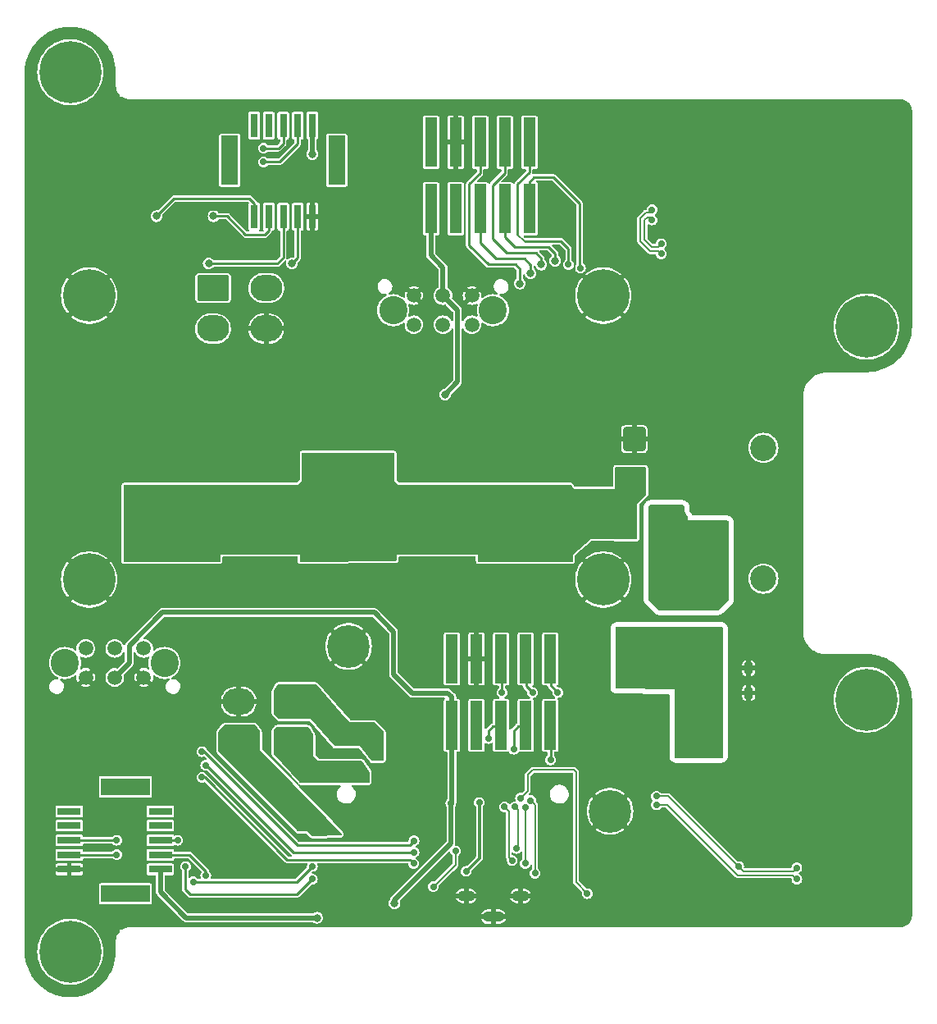
<source format=gbr>
%TF.GenerationSoftware,KiCad,Pcbnew,7.0.7*%
%TF.CreationDate,2024-02-15T16:38:16+01:00*%
%TF.ProjectId,nav_lower_controller,6e61765f-6c6f-4776-9572-5f636f6e7472,1*%
%TF.SameCoordinates,Original*%
%TF.FileFunction,Copper,L4,Bot*%
%TF.FilePolarity,Positive*%
%FSLAX46Y46*%
G04 Gerber Fmt 4.6, Leading zero omitted, Abs format (unit mm)*
G04 Created by KiCad (PCBNEW 7.0.7) date 2024-02-15 16:38:16*
%MOMM*%
%LPD*%
G01*
G04 APERTURE LIST*
G04 Aperture macros list*
%AMRoundRect*
0 Rectangle with rounded corners*
0 $1 Rounding radius*
0 $2 $3 $4 $5 $6 $7 $8 $9 X,Y pos of 4 corners*
0 Add a 4 corners polygon primitive as box body*
4,1,4,$2,$3,$4,$5,$6,$7,$8,$9,$2,$3,0*
0 Add four circle primitives for the rounded corners*
1,1,$1+$1,$2,$3*
1,1,$1+$1,$4,$5*
1,1,$1+$1,$6,$7*
1,1,$1+$1,$8,$9*
0 Add four rect primitives between the rounded corners*
20,1,$1+$1,$2,$3,$4,$5,0*
20,1,$1+$1,$4,$5,$6,$7,0*
20,1,$1+$1,$6,$7,$8,$9,0*
20,1,$1+$1,$8,$9,$2,$3,0*%
G04 Aperture macros list end*
%TA.AperFunction,ComponentPad*%
%ADD10O,1.800000X1.100000*%
%TD*%
%TA.AperFunction,ComponentPad*%
%ADD11O,2.200000X1.100000*%
%TD*%
%TA.AperFunction,ComponentPad*%
%ADD12C,4.400000*%
%TD*%
%TA.AperFunction,ComponentPad*%
%ADD13C,0.800000*%
%TD*%
%TA.AperFunction,ComponentPad*%
%ADD14C,6.400000*%
%TD*%
%TA.AperFunction,ComponentPad*%
%ADD15C,5.400000*%
%TD*%
%TA.AperFunction,ComponentPad*%
%ADD16C,4.050000*%
%TD*%
%TA.AperFunction,ComponentPad*%
%ADD17C,2.700000*%
%TD*%
%TA.AperFunction,SMDPad,CuDef*%
%ADD18RoundRect,0.249998X4.550002X-3.650002X4.550002X3.650002X-4.550002X3.650002X-4.550002X-3.650002X0*%
%TD*%
%TA.AperFunction,SMDPad,CuDef*%
%ADD19R,3.000000X2.400000*%
%TD*%
%TA.AperFunction,SMDPad,CuDef*%
%ADD20RoundRect,0.250000X0.900000X-1.000000X0.900000X1.000000X-0.900000X1.000000X-0.900000X-1.000000X0*%
%TD*%
%TA.AperFunction,ComponentPad*%
%ADD21RoundRect,0.250001X-1.399999X1.099999X-1.399999X-1.099999X1.399999X-1.099999X1.399999X1.099999X0*%
%TD*%
%TA.AperFunction,ComponentPad*%
%ADD22O,3.300000X2.700000*%
%TD*%
%TA.AperFunction,SMDPad,CuDef*%
%ADD23R,2.450000X0.800000*%
%TD*%
%TA.AperFunction,SMDPad,CuDef*%
%ADD24R,5.050000X1.800000*%
%TD*%
%TA.AperFunction,ComponentPad*%
%ADD25C,1.520000*%
%TD*%
%TA.AperFunction,ComponentPad*%
%ADD26C,2.910000*%
%TD*%
%TA.AperFunction,SMDPad,CuDef*%
%ADD27RoundRect,0.225000X-0.225000X-0.375000X0.225000X-0.375000X0.225000X0.375000X-0.225000X0.375000X0*%
%TD*%
%TA.AperFunction,SMDPad,CuDef*%
%ADD28R,2.400000X3.000000*%
%TD*%
%TA.AperFunction,SMDPad,CuDef*%
%ADD29RoundRect,0.250000X1.500000X0.550000X-1.500000X0.550000X-1.500000X-0.550000X1.500000X-0.550000X0*%
%TD*%
%TA.AperFunction,ComponentPad*%
%ADD30RoundRect,0.250001X1.399999X-1.099999X1.399999X1.099999X-1.399999X1.099999X-1.399999X-1.099999X0*%
%TD*%
%TA.AperFunction,SMDPad,CuDef*%
%ADD31R,1.270000X5.080000*%
%TD*%
%TA.AperFunction,SMDPad,CuDef*%
%ADD32R,0.800000X2.450000*%
%TD*%
%TA.AperFunction,SMDPad,CuDef*%
%ADD33R,1.800000X5.050000*%
%TD*%
%TA.AperFunction,ViaPad*%
%ADD34C,0.800000*%
%TD*%
%TA.AperFunction,ViaPad*%
%ADD35C,0.700000*%
%TD*%
%TA.AperFunction,Conductor*%
%ADD36C,0.200000*%
%TD*%
%TA.AperFunction,Conductor*%
%ADD37C,0.250000*%
%TD*%
%TA.AperFunction,Conductor*%
%ADD38C,0.300000*%
%TD*%
%TA.AperFunction,Conductor*%
%ADD39C,0.500000*%
%TD*%
G04 APERTURE END LIST*
D10*
%TO.P,J11,6,Shield*%
%TO.N,GND*%
X146400000Y-134750000D03*
D11*
X149200000Y-136900000D03*
D10*
X152000000Y-134750000D03*
%TD*%
D12*
%TO.P,H9,1,1*%
%TO.N,GND*%
X161250000Y-126000000D03*
%TD*%
D13*
%TO.P,H5,1,1*%
%TO.N,Net-(C4-Pad1)*%
X103100000Y-49750000D03*
X103802944Y-48052944D03*
X103802944Y-51447056D03*
X105500000Y-47350000D03*
D14*
X105500000Y-49750000D03*
D13*
X105500000Y-52150000D03*
X107197056Y-48052944D03*
X107197056Y-51447056D03*
X107900000Y-49750000D03*
%TD*%
D12*
%TO.P,H10,1,1*%
%TO.N,GND*%
X134250000Y-109000000D03*
%TD*%
D13*
%TO.P,H3,1,1*%
%TO.N,GND*%
X105425000Y-102100000D03*
X106018109Y-100668109D03*
X106018109Y-103531891D03*
X107450000Y-100075000D03*
D15*
X107450000Y-102100000D03*
D13*
X107450000Y-104125000D03*
X108881891Y-100668109D03*
X108881891Y-103531891D03*
X109475000Y-102100000D03*
%TD*%
%TO.P,H7,1,1*%
%TO.N,Net-(C6-Pad1)*%
X103100000Y-140500000D03*
X103802944Y-138802944D03*
X103802944Y-142197056D03*
X105500000Y-138100000D03*
D14*
X105500000Y-140500000D03*
D13*
X105500000Y-142900000D03*
X107197056Y-138802944D03*
X107197056Y-142197056D03*
X107900000Y-140500000D03*
%TD*%
%TO.P,H2,1,1*%
%TO.N,GND*%
X158525000Y-72800000D03*
X159118109Y-71368109D03*
X159118109Y-74231891D03*
X160550000Y-70775000D03*
D15*
X160550000Y-72800000D03*
D13*
X160550000Y-74825000D03*
X161981891Y-71368109D03*
X161981891Y-74231891D03*
X162575000Y-72800000D03*
%TD*%
%TO.P,H4,1,1*%
%TO.N,GND*%
X158525000Y-102100000D03*
X159118109Y-100668109D03*
X159118109Y-103531891D03*
X160550000Y-100075000D03*
D15*
X160550000Y-102100000D03*
D13*
X160550000Y-104125000D03*
X161981891Y-100668109D03*
X161981891Y-103531891D03*
X162575000Y-102100000D03*
%TD*%
D16*
%TO.P,J1,1,Pin_1*%
%TO.N,GND*%
X171087500Y-91650000D03*
%TO.P,J1,2,Pin_2*%
%TO.N,VCC*%
X171087500Y-98850000D03*
D17*
%TO.P,J1,3*%
%TO.N,N/C*%
X177087500Y-102000000D03*
%TO.P,J1,4*%
X177087500Y-88500000D03*
%TD*%
D13*
%TO.P,H8,1,1*%
%TO.N,Net-(C7-Pad1)*%
X185350000Y-114500000D03*
X186052944Y-112802944D03*
X186052944Y-116197056D03*
X187750000Y-112100000D03*
D14*
X187750000Y-114500000D03*
D13*
X187750000Y-116900000D03*
X189447056Y-112802944D03*
X189447056Y-116197056D03*
X190150000Y-114500000D03*
%TD*%
%TO.P,H1,1,1*%
%TO.N,GND*%
X105425000Y-72800000D03*
X106018109Y-71368109D03*
X106018109Y-74231891D03*
X107450000Y-70775000D03*
D15*
X107450000Y-72800000D03*
D13*
X107450000Y-74825000D03*
X108881891Y-71368109D03*
X108881891Y-74231891D03*
X109475000Y-72800000D03*
%TD*%
%TO.P,H6,1,1*%
%TO.N,Net-(C5-Pad1)*%
X185350000Y-76000000D03*
X186052944Y-74302944D03*
X186052944Y-77697056D03*
X187750000Y-73600000D03*
D14*
X187750000Y-76000000D03*
D13*
X187750000Y-78400000D03*
X189447056Y-74302944D03*
X189447056Y-77697056D03*
X190150000Y-76000000D03*
%TD*%
D18*
%TO.P,C1,1*%
%TO.N,/Driving controller/VCC_fused*%
X134200000Y-96300000D03*
%TO.P,C1,2*%
%TO.N,GND*%
X134200000Y-83800000D03*
%TD*%
D19*
%TO.P,F2,1*%
%TO.N,VCC*%
X170400000Y-103540000D03*
%TO.P,F2,2*%
%TO.N,/Steering controller/VCC_fused*%
X170400000Y-108400000D03*
%TD*%
D20*
%TO.P,D1,1,K*%
%TO.N,/Driving controller/VCC_fused*%
X163750000Y-91900000D03*
%TO.P,D1,2,A*%
%TO.N,GND*%
X163750000Y-87600000D03*
%TD*%
D18*
%TO.P,C3,1*%
%TO.N,/Driving controller/VCC_fused*%
X116000000Y-96300000D03*
%TO.P,C3,2*%
%TO.N,GND*%
X116000000Y-83800000D03*
%TD*%
D21*
%TO.P,J15,1,Pin_1*%
%TO.N,/Driving controller/M1{slash}M+*%
X120250000Y-72000000D03*
D22*
%TO.P,J15,2,Pin_2*%
%TO.N,/Driving controller/M2{slash}M-*%
X120250000Y-76200000D03*
%TO.P,J15,3,Pin_3*%
%TO.N,/Driving controller/M3*%
X125750000Y-72000000D03*
%TO.P,J15,4,Pin_4*%
%TO.N,GND*%
X125750000Y-76200000D03*
%TD*%
D23*
%TO.P,J8,1,Pin_1*%
%TO.N,unconnected-(J8-Pin_1-Pad1)*%
X105400000Y-126000000D03*
%TO.P,J8,2,Pin_2*%
%TO.N,unconnected-(J8-Pin_2-Pad2)*%
X114800000Y-126000000D03*
%TO.P,J8,3,Pin_3*%
%TO.N,unconnected-(J8-Pin_3-Pad3)*%
X105400000Y-127500000D03*
%TO.P,J8,4,Pin_4*%
%TO.N,unconnected-(J8-Pin_4-Pad4)*%
X114800000Y-127500000D03*
%TO.P,J8,5,Pin_5*%
%TO.N,/Steering controller/Clock{slash}HsDigOUT1*%
X105400000Y-129000000D03*
%TO.P,J8,6,Pin_6*%
%TO.N,/Steering controller/Clock{slash}HsDigOUT1\u005C*%
X114800000Y-129000000D03*
%TO.P,J8,7,Pin_7*%
%TO.N,/Steering controller/Data{slash}HsDigIN4*%
X105400000Y-130500000D03*
%TO.P,J8,8,Pin_8*%
%TO.N,/Steering controller/Data{slash}HsDigIN4\u005C*%
X114800000Y-130500000D03*
%TO.P,J8,9,Pin_9*%
%TO.N,GND*%
X105400000Y-132000000D03*
%TO.P,J8,10,Pin_10*%
%TO.N,Vsensor*%
X114800000Y-132000000D03*
D24*
%TO.P,J8,MP*%
%TO.N,N/C*%
X111200000Y-134530000D03*
X111200000Y-123470000D03*
%TD*%
D25*
%TO.P,J9,1,Pin_1*%
%TO.N,/Steering controller/HS1-IN*%
X113100000Y-109200000D03*
%TO.P,J9,2,Pin_2*%
%TO.N,/Steering controller/HS2-IN*%
X110100000Y-109200000D03*
%TO.P,J9,3,Pin_3*%
%TO.N,/Steering controller/HS3-IN*%
X107100000Y-109200000D03*
%TO.P,J9,4,Pin_4*%
%TO.N,GND*%
X113100000Y-112200000D03*
%TO.P,J9,5,Pin_5*%
%TO.N,Vsensor*%
X110100000Y-112200000D03*
%TO.P,J9,6,Pin_6*%
%TO.N,GND*%
X107100000Y-112200000D03*
D26*
%TO.P,J9,7*%
%TO.N,N/C*%
X115250000Y-110700000D03*
%TO.P,J9,8*%
X104950000Y-110700000D03*
%TD*%
D27*
%TO.P,D4,1,K*%
%TO.N,/Steering controller/VCC_fused*%
X172250000Y-113800000D03*
%TO.P,D4,2,A*%
%TO.N,GND*%
X175550000Y-113800000D03*
%TD*%
D28*
%TO.P,F1,1*%
%TO.N,VCC*%
X167430000Y-96200000D03*
%TO.P,F1,2*%
%TO.N,/Driving controller/VCC_fused*%
X162570000Y-96200000D03*
%TD*%
D29*
%TO.P,C8,1*%
%TO.N,/Steering controller/VCC_fused*%
X169850000Y-117000000D03*
%TO.P,C8,2*%
%TO.N,GND*%
X164450000Y-117000000D03*
%TD*%
D30*
%TO.P,J12,1,Pin_1*%
%TO.N,/Steering controller/M1{slash}M+*%
X128400000Y-118900000D03*
D22*
%TO.P,J12,2,Pin_2*%
%TO.N,/Steering controller/M2{slash}M-*%
X128400000Y-114700000D03*
%TO.P,J12,3,Pin_3*%
%TO.N,/Steering controller/M3*%
X122900000Y-118900000D03*
%TO.P,J12,4,Pin_4*%
%TO.N,GND*%
X122900000Y-114700000D03*
%TD*%
D31*
%TO.P,J5,1,Pin_1*%
%TO.N,unconnected-(J5-Pin_1-Pad1)*%
X142770000Y-56980000D03*
%TO.P,J5,2,Pin_2*%
%TO.N,Vsensor2*%
X142770000Y-63838000D03*
%TO.P,J5,3,Pin_3*%
%TO.N,GND*%
X145310000Y-56980000D03*
%TO.P,J5,4,Pin_4*%
%TO.N,unconnected-(J5-Pin_4-Pad4)*%
X145310000Y-63838000D03*
%TO.P,J5,5,Pin_5*%
%TO.N,/Driving controller/CHA\u005C*%
X147850000Y-56980000D03*
%TO.P,J5,6,Pin_6*%
%TO.N,/Driving controller/CHA*%
X147850000Y-63838000D03*
%TO.P,J5,7,Pin_7*%
%TO.N,/Driving controller/CHB\u005C*%
X150390000Y-56980000D03*
%TO.P,J5,8,Pin_8*%
%TO.N,/Driving controller/CHB*%
X150390000Y-63838000D03*
%TO.P,J5,9,Pin_9*%
%TO.N,/Driving controller/CHI\u005C*%
X152930000Y-56980000D03*
%TO.P,J5,10,Pin_10*%
%TO.N,/Driving controller/CHI*%
X152930000Y-63838000D03*
%TD*%
%TO.P,J7,1,Pin_1*%
%TO.N,unconnected-(J7-Pin_1-Pad1)*%
X144920000Y-110280000D03*
%TO.P,J7,2,Pin_2*%
%TO.N,Vsensor*%
X144920000Y-117138000D03*
%TO.P,J7,3,Pin_3*%
%TO.N,GND*%
X147460000Y-110280000D03*
%TO.P,J7,4,Pin_4*%
%TO.N,unconnected-(J7-Pin_4-Pad4)*%
X147460000Y-117138000D03*
%TO.P,J7,5,Pin_5*%
%TO.N,/Steering controller/CHA\u005C*%
X150000000Y-110280000D03*
%TO.P,J7,6,Pin_6*%
%TO.N,/Steering controller/CHA*%
X150000000Y-117138000D03*
%TO.P,J7,7,Pin_7*%
%TO.N,/Steering controller/CHB\u005C*%
X152540000Y-110280000D03*
%TO.P,J7,8,Pin_8*%
%TO.N,/Steering controller/CHB*%
X152540000Y-117138000D03*
%TO.P,J7,9,Pin_9*%
%TO.N,/Steering controller/CHI\u005C*%
X155080000Y-110280000D03*
%TO.P,J7,10,Pin_10*%
%TO.N,/Steering controller/CHI*%
X155080000Y-117138000D03*
%TD*%
D25*
%TO.P,J13,1,Pin_1*%
%TO.N,/Driving controller/HS1-IN*%
X141000000Y-75800000D03*
%TO.P,J13,2,Pin_2*%
%TO.N,/Driving controller/HS2-IN*%
X144000000Y-75800000D03*
%TO.P,J13,3,Pin_3*%
%TO.N,/Driving controller/HS3-IN*%
X147000000Y-75800000D03*
%TO.P,J13,4,Pin_4*%
%TO.N,GND*%
X141000000Y-72800000D03*
%TO.P,J13,5,Pin_5*%
%TO.N,Vsensor2*%
X144000000Y-72800000D03*
%TO.P,J13,6,Pin_6*%
%TO.N,GND*%
X147000000Y-72800000D03*
D26*
%TO.P,J13,7*%
%TO.N,N/C*%
X138850000Y-74300000D03*
%TO.P,J13,8*%
X149150000Y-74300000D03*
%TD*%
D18*
%TO.P,C2,1*%
%TO.N,/Driving controller/VCC_fused*%
X152500000Y-96300000D03*
%TO.P,C2,2*%
%TO.N,GND*%
X152500000Y-83800000D03*
%TD*%
D32*
%TO.P,J14,1,Pin_1*%
%TO.N,/Driving controller/CHA{slash}HsDigIN1*%
X124500000Y-64637500D03*
%TO.P,J14,2,Pin_2*%
%TO.N,/Driving controller/Channel A{slash}HsDigIN1\u005C*%
X124500000Y-55237500D03*
%TO.P,J14,3,Pin_3*%
%TO.N,/Driving controller/CHB{slash}HsDigIN2*%
X126000000Y-64637500D03*
%TO.P,J14,4,Pin_4*%
%TO.N,/Driving controller/Channel B{slash}HsDigIN2\u005C*%
X126000000Y-55237500D03*
%TO.P,J14,5,Pin_5*%
%TO.N,/Driving controller/Clock{slash}HsDigOUT1*%
X127500000Y-64637500D03*
%TO.P,J14,6,Pin_6*%
%TO.N,/Driving controller/Clock{slash}HsDigOUT1\u005C*%
X127500000Y-55237500D03*
%TO.P,J14,7,Pin_7*%
%TO.N,/Driving controller/Data{slash}HsDigIN4*%
X129000000Y-64637500D03*
%TO.P,J14,8,Pin_8*%
%TO.N,/Driving controller/Data{slash}HsDigIN4\u005C*%
X129000000Y-55237500D03*
%TO.P,J14,9,Pin_9*%
%TO.N,GND*%
X130500000Y-64637500D03*
%TO.P,J14,10,Pin_10*%
%TO.N,Vaux2*%
X130500000Y-55237500D03*
D33*
%TO.P,J14,MP*%
%TO.N,N/C*%
X133030000Y-58837500D03*
X121970000Y-58837500D03*
%TD*%
D27*
%TO.P,D3,1,K*%
%TO.N,/Steering controller/VCC_fused*%
X172250000Y-111250000D03*
%TO.P,D3,2,A*%
%TO.N,GND*%
X175550000Y-111250000D03*
%TD*%
D34*
%TO.N,/Driving controller/CHA\u005C*%
X151950000Y-71550000D03*
%TO.N,/Driving controller/CHA*%
X153050000Y-70500000D03*
%TO.N,/Driving controller/CHB\u005C*%
X154150000Y-69600000D03*
%TO.N,/Driving controller/CHB*%
X155587342Y-69213081D03*
D35*
%TO.N,GND*%
X188590000Y-69930000D03*
X187890000Y-69230000D03*
X107300000Y-81200000D03*
X140300000Y-136100000D03*
X179000000Y-73400000D03*
X176400000Y-76900000D03*
X133100000Y-113900000D03*
X113550000Y-119050000D03*
X108000000Y-57400000D03*
X135780000Y-76670000D03*
X186200000Y-70600000D03*
X110800000Y-58800000D03*
X111800000Y-58100000D03*
X178400000Y-99400000D03*
X174400000Y-74900000D03*
X186710000Y-120900000D03*
X108700000Y-81200000D03*
X103600000Y-72100000D03*
X102900000Y-72800000D03*
X157300000Y-104100000D03*
X175500000Y-99900000D03*
X166000000Y-69800000D03*
X175500000Y-91500000D03*
X111200000Y-132500000D03*
X164100000Y-102100000D03*
X175300000Y-70100000D03*
X120300000Y-112400000D03*
X134700000Y-115800000D03*
X173300000Y-68100000D03*
X105500000Y-57400000D03*
X110080000Y-85770000D03*
X106700000Y-119000000D03*
X175500000Y-93200000D03*
X179300000Y-60300000D03*
X105500000Y-58800000D03*
X109400000Y-83300000D03*
X164100000Y-99700000D03*
X185500000Y-68500000D03*
X104800000Y-58100000D03*
X145600000Y-88200000D03*
X106900000Y-57400000D03*
X110800000Y-57400000D03*
X111300000Y-107500000D03*
X185310000Y-119500000D03*
X155750000Y-127100000D03*
X110100000Y-82600000D03*
X184610000Y-120200000D03*
X103100000Y-132900000D03*
X158900000Y-79200000D03*
X151100000Y-136900000D03*
X145600000Y-86700000D03*
X115950000Y-123300000D03*
X133300000Y-72600000D03*
X190500000Y-120230000D03*
X107800000Y-132900000D03*
X165300000Y-71900000D03*
X115200000Y-117600000D03*
X127000000Y-106800000D03*
X113300000Y-137400000D03*
X135080000Y-77370000D03*
X189290000Y-69230000D03*
X131200000Y-124800000D03*
X178400000Y-91300000D03*
X171700000Y-132100000D03*
X189100000Y-121630000D03*
X111900000Y-75300000D03*
X180600000Y-117400000D03*
X161700000Y-116200000D03*
X139100000Y-137000000D03*
X134380000Y-76670000D03*
X132200000Y-72700000D03*
X133500000Y-125800000D03*
X101600000Y-100700000D03*
X112500000Y-58800000D03*
X171000000Y-94900000D03*
X111900000Y-73700000D03*
X103600000Y-73500000D03*
X132980000Y-76670000D03*
X172300000Y-94900000D03*
X121300000Y-106800000D03*
X125800000Y-119100000D03*
X133500000Y-126900000D03*
X130600000Y-134400000D03*
X174400000Y-104900000D03*
X127650000Y-60000000D03*
X161200000Y-82700000D03*
X174800000Y-93900000D03*
X184100000Y-69900000D03*
X151500000Y-73800000D03*
X142500000Y-71500000D03*
X159100000Y-82000000D03*
X137800000Y-108100000D03*
X148600000Y-113800000D03*
X151500000Y-79000000D03*
X136000000Y-115800000D03*
X166700000Y-85600000D03*
X109380000Y-85070000D03*
X161700000Y-118200000D03*
X111800000Y-56700000D03*
X118500000Y-119000000D03*
X166900000Y-87600000D03*
X179200000Y-118800000D03*
X158900000Y-76100000D03*
X125600000Y-116700000D03*
X164600000Y-71200000D03*
X178400000Y-85400000D03*
X136600000Y-106800000D03*
X184800000Y-69200000D03*
X106000000Y-133300000D03*
X179300000Y-128800000D03*
X166000000Y-72600000D03*
X134400000Y-73800000D03*
X118600000Y-106800000D03*
X171400000Y-88200000D03*
X179000000Y-72000000D03*
X107980000Y-86470000D03*
X114600000Y-53700000D03*
X120300000Y-115500000D03*
X161700000Y-115200000D03*
X176900000Y-96000000D03*
X159800000Y-81300000D03*
X138700000Y-117300000D03*
X102200000Y-73500000D03*
X174800000Y-102300000D03*
X159080000Y-86570000D03*
X125600000Y-106800000D03*
X124100000Y-78600000D03*
X112500000Y-54400000D03*
X103100000Y-132000000D03*
X112500000Y-57400000D03*
X167400000Y-84900000D03*
X106200000Y-56700000D03*
X108680000Y-84370000D03*
X187700000Y-120230000D03*
X155100000Y-91300000D03*
X156100000Y-104100000D03*
X137800000Y-110400000D03*
X174800000Y-95300000D03*
X179200000Y-117400000D03*
X139600000Y-78100000D03*
X121600000Y-112400000D03*
X178400000Y-82600000D03*
X108700000Y-58100000D03*
X143300000Y-112200000D03*
X164600000Y-74100000D03*
X134400000Y-137000000D03*
X108600000Y-131500000D03*
X146350000Y-125150000D03*
X174000000Y-107800000D03*
X165300000Y-73400000D03*
X179300000Y-61600000D03*
X128300000Y-84900000D03*
X181100000Y-71300000D03*
X103000000Y-103500000D03*
X166000000Y-71200000D03*
X108000000Y-81900000D03*
X142500000Y-74400000D03*
X103250000Y-117700000D03*
X147300000Y-136900000D03*
X164100000Y-104500000D03*
X151500000Y-75200000D03*
X185310000Y-120900000D03*
X187700000Y-121630000D03*
X151350000Y-72600000D03*
X169900000Y-88200000D03*
X180500000Y-76100000D03*
X186900000Y-69900000D03*
X183910000Y-120900000D03*
X176200000Y-90700000D03*
X166400000Y-118900000D03*
X125600000Y-113600000D03*
X174000000Y-120500000D03*
X125100000Y-60000000D03*
X179300000Y-56500000D03*
X160200000Y-91800000D03*
X108000000Y-83300000D03*
X176800000Y-118700000D03*
X111300000Y-119350000D03*
X135780000Y-78070000D03*
X158700000Y-127800000D03*
X107300000Y-82600000D03*
X186900000Y-68500000D03*
X190500000Y-121630000D03*
X104800000Y-56700000D03*
X189100000Y-120230000D03*
X180400000Y-72000000D03*
X164400000Y-118900000D03*
X175500000Y-98500000D03*
X156900000Y-127100000D03*
X105000000Y-133300000D03*
X158800000Y-113700000D03*
X181300000Y-118100000D03*
X107280000Y-85770000D03*
X125800000Y-78600000D03*
X169800000Y-94900000D03*
X106200000Y-58100000D03*
X186200000Y-69200000D03*
X169500000Y-121600000D03*
X178400000Y-107300000D03*
X140800000Y-110800000D03*
X111000000Y-77800000D03*
X161180000Y-85870000D03*
X109400000Y-57400000D03*
X164900000Y-119700000D03*
X133680000Y-77370000D03*
X116600000Y-119000000D03*
X102900000Y-74200000D03*
X138900000Y-78800000D03*
X167500000Y-121600000D03*
X179300000Y-55200000D03*
X179200000Y-120200000D03*
X164600000Y-72600000D03*
X172800000Y-121600000D03*
X176900000Y-93200000D03*
X146800000Y-81900000D03*
X164600000Y-75500000D03*
X107980000Y-85070000D03*
X138700000Y-119700000D03*
X125600000Y-115500000D03*
X142000000Y-110800000D03*
X108700000Y-82600000D03*
X115400000Y-137000000D03*
X138200000Y-76700000D03*
X166700000Y-76200000D03*
X103300000Y-114900000D03*
X166700000Y-84200000D03*
X180500000Y-114400000D03*
X160500000Y-83400000D03*
X106900000Y-133300000D03*
X111000000Y-74500000D03*
X159780000Y-84470000D03*
X162800000Y-115200000D03*
X180400000Y-73400000D03*
X139600000Y-76700000D03*
X109900000Y-120600000D03*
X184610000Y-121600000D03*
X141200000Y-114800000D03*
X111900000Y-88500000D03*
X173000000Y-88200000D03*
X159100000Y-83400000D03*
X111800000Y-53700000D03*
X179300000Y-57800000D03*
X103700000Y-101400000D03*
X160480000Y-86570000D03*
X133200000Y-75200000D03*
X101600000Y-103500000D03*
X120300000Y-113600000D03*
X152000000Y-136000000D03*
X145500000Y-71500000D03*
X157500000Y-113700000D03*
X156800000Y-91300000D03*
X141400000Y-135000000D03*
X139500000Y-71500000D03*
X132980000Y-78070000D03*
X112400000Y-136800000D03*
X176900000Y-94600000D03*
X112000000Y-128500000D03*
X173300000Y-62800000D03*
X107800000Y-132000000D03*
X111500000Y-72600000D03*
X106900000Y-58800000D03*
X178400000Y-104500000D03*
X101500000Y-71400000D03*
X110100000Y-56700000D03*
X120300000Y-116700000D03*
X140800000Y-112200000D03*
X162550000Y-121350000D03*
X109400000Y-58800000D03*
X166400000Y-115200000D03*
X103250000Y-116300000D03*
X114600000Y-58100000D03*
X132200000Y-71500000D03*
X110100000Y-81200000D03*
X176200000Y-95300000D03*
X174800000Y-99200000D03*
X158900000Y-77700000D03*
X158400000Y-81300000D03*
X160500000Y-82000000D03*
X174800000Y-97800000D03*
X164600000Y-84900000D03*
X104800000Y-119000000D03*
X146400000Y-136000000D03*
X104000000Y-133300000D03*
X123100000Y-77300000D03*
X135080000Y-78770000D03*
X108000000Y-58800000D03*
X186710000Y-119500000D03*
X112700000Y-70900000D03*
X127700000Y-78100000D03*
X179000000Y-70600000D03*
X165300000Y-74800000D03*
X138200000Y-78100000D03*
X145600000Y-91400000D03*
X161180000Y-84470000D03*
X101500000Y-74200000D03*
X124100000Y-106800000D03*
X176200000Y-93900000D03*
X165300000Y-76200000D03*
X142500000Y-77300000D03*
X160350000Y-121350000D03*
X171000000Y-124400000D03*
X132300000Y-112900000D03*
X104100000Y-58800000D03*
X111900000Y-91400000D03*
X155000000Y-88900000D03*
X125600000Y-112400000D03*
X122900000Y-112400000D03*
X162600000Y-118900000D03*
X148100000Y-79000000D03*
X179300000Y-131400000D03*
X165900000Y-119700000D03*
X166700000Y-73400000D03*
X142000000Y-112200000D03*
X146100000Y-83400000D03*
X189990000Y-69930000D03*
X140100000Y-114800000D03*
X104100000Y-57400000D03*
X177200000Y-112500000D03*
X108600000Y-132400000D03*
X145600000Y-89800000D03*
X122600000Y-128200000D03*
X116050000Y-116100000D03*
X154900000Y-104100000D03*
X112500000Y-55800000D03*
X113900000Y-54400000D03*
X176900000Y-99900000D03*
X102300000Y-132400000D03*
X137800000Y-111500000D03*
X188400000Y-120930000D03*
X133200000Y-137000000D03*
X172300000Y-72800000D03*
X134380000Y-78070000D03*
X175500000Y-96000000D03*
X174000000Y-115800000D03*
X113200000Y-58100000D03*
X148400000Y-71500000D03*
X179300000Y-127600000D03*
X173600000Y-94900000D03*
X149800000Y-79000000D03*
X113200000Y-55100000D03*
X138700000Y-120900000D03*
X112700000Y-72100000D03*
X113900000Y-55800000D03*
X125800000Y-118000000D03*
X130000000Y-70300000D03*
X130500000Y-124000000D03*
X151700000Y-113800000D03*
X117200000Y-106800000D03*
X136800000Y-76700000D03*
X145600000Y-85100000D03*
X122700000Y-106800000D03*
X103700000Y-102800000D03*
X138600000Y-113500000D03*
X156800000Y-88900000D03*
X110100000Y-58100000D03*
X114850000Y-116100000D03*
X183910000Y-119500000D03*
X160480000Y-85170000D03*
X158380000Y-85870000D03*
X103000000Y-100700000D03*
X118100000Y-123300000D03*
X137800000Y-112600000D03*
X165300000Y-84200000D03*
X138700000Y-118500000D03*
X123100000Y-74500000D03*
X175500000Y-97100000D03*
X102300000Y-133500000D03*
X188400000Y-119530000D03*
X180600000Y-120200000D03*
X165300000Y-70500000D03*
X159080000Y-85170000D03*
X184100000Y-68500000D03*
X162200000Y-114300000D03*
X178400000Y-94100000D03*
X176900000Y-91500000D03*
X120100000Y-117900000D03*
X179900000Y-118100000D03*
X166000000Y-74100000D03*
X166700000Y-74800000D03*
X162000000Y-119700000D03*
X179700000Y-71300000D03*
X164600000Y-69800000D03*
X164300000Y-114300000D03*
X174800000Y-92400000D03*
X103000000Y-102100000D03*
X123200000Y-79700000D03*
X128300000Y-91400000D03*
X113200000Y-56700000D03*
X114600000Y-55100000D03*
X101600000Y-102100000D03*
X128300000Y-89900000D03*
X137500000Y-78800000D03*
X123700000Y-128200000D03*
X113900000Y-58800000D03*
X128300000Y-86600000D03*
X128300000Y-88200000D03*
X108250000Y-119000000D03*
X111000000Y-76200000D03*
X181300000Y-119500000D03*
X186010000Y-120200000D03*
X113200000Y-53700000D03*
X102300000Y-102800000D03*
X134400000Y-75200000D03*
X180400000Y-70600000D03*
X189290000Y-70630000D03*
X123100000Y-76000000D03*
X102300000Y-131400000D03*
X176900000Y-97100000D03*
X107280000Y-84370000D03*
X167300000Y-123550000D03*
X109380000Y-86470000D03*
X176900000Y-98500000D03*
X124200000Y-112400000D03*
X176200000Y-92400000D03*
X111800000Y-55100000D03*
X133200000Y-73800000D03*
X101500000Y-72800000D03*
X148400000Y-77300000D03*
X128500000Y-106800000D03*
X176200000Y-97800000D03*
X178400000Y-109900000D03*
X137400000Y-115800000D03*
X114600000Y-120200000D03*
X136800000Y-78100000D03*
X111500000Y-136300000D03*
X166050000Y-123350000D03*
X112900000Y-106000000D03*
X173200000Y-127600000D03*
X111900000Y-78500000D03*
X174000000Y-109100000D03*
X179300000Y-59000000D03*
X109400000Y-81900000D03*
X166900000Y-91900000D03*
X166000000Y-84900000D03*
X180600000Y-118800000D03*
X187890000Y-70630000D03*
X158400000Y-82700000D03*
X185500000Y-69900000D03*
X102300000Y-101400000D03*
X158500000Y-91800000D03*
X189800000Y-120930000D03*
X174800000Y-103600000D03*
X166700000Y-71900000D03*
X146800000Y-80200000D03*
X165300000Y-85600000D03*
X108680000Y-85770000D03*
X114600000Y-56700000D03*
X159800000Y-82700000D03*
X159780000Y-85870000D03*
X179900000Y-119500000D03*
X166700000Y-70500000D03*
X189990000Y-68530000D03*
X190690000Y-69230000D03*
X170400000Y-70900000D03*
X165000000Y-115200000D03*
X166000000Y-75500000D03*
X186010000Y-121600000D03*
X111900000Y-77000000D03*
X137800000Y-109200000D03*
X161700000Y-117200000D03*
X181100000Y-72700000D03*
X160000000Y-113700000D03*
X189800000Y-119530000D03*
X179700000Y-72700000D03*
X184800000Y-70600000D03*
X102900000Y-71400000D03*
X113300000Y-136300000D03*
X108700000Y-56700000D03*
X131100000Y-71500000D03*
X164600000Y-83500000D03*
X102200000Y-72100000D03*
X113900000Y-57400000D03*
X166000000Y-83500000D03*
X165100000Y-122750000D03*
X133900000Y-114800000D03*
X174000000Y-116900000D03*
X143300000Y-110800000D03*
X175500000Y-94600000D03*
X133680000Y-78770000D03*
X137500000Y-77400000D03*
X111200000Y-121800000D03*
X158380000Y-84470000D03*
X179300000Y-126300000D03*
X161200000Y-81300000D03*
X190690000Y-70630000D03*
X110080000Y-84370000D03*
X166900000Y-93000000D03*
X165700000Y-114300000D03*
X174800000Y-90700000D03*
X111500000Y-137300000D03*
X130600000Y-135500000D03*
X167400000Y-83500000D03*
X179300000Y-130100000D03*
X128200000Y-76200000D03*
X188590000Y-68530000D03*
X138900000Y-77400000D03*
X119900000Y-106800000D03*
X178400000Y-96600000D03*
X163200000Y-119700000D03*
X176200000Y-99200000D03*
X178400000Y-78900000D03*
X165400000Y-118900000D03*
X111900000Y-89900000D03*
%TO.N,VCC*%
X165800000Y-104000000D03*
X165800000Y-103000000D03*
X166800000Y-101000000D03*
X165800000Y-99000000D03*
X167800000Y-103000000D03*
X165800000Y-100000000D03*
X167800000Y-100000000D03*
X166800000Y-104000000D03*
X167800000Y-102000000D03*
X166800000Y-99000000D03*
X167800000Y-99000000D03*
X166800000Y-102000000D03*
X166800000Y-100000000D03*
X166800000Y-103000000D03*
X165800000Y-102000000D03*
X167800000Y-104000000D03*
X165807795Y-100992441D03*
X167800000Y-101000000D03*
%TO.N,VBUS*%
X147750000Y-125100000D03*
X146400000Y-132200000D03*
D34*
%TO.N,/Driving controller/CHA{slash}HsDigIN1*%
X114400000Y-64600000D03*
%TO.N,/Driving controller/CHB{slash}HsDigIN2*%
X120300000Y-64600000D03*
D35*
%TO.N,/Steering controller/Clock{slash}HsDigOUT1*%
X118200000Y-133300000D03*
X110300000Y-129000000D03*
X130500000Y-131700000D03*
%TO.N,/Steering controller/Clock{slash}HsDigOUT1\u005C*%
X130500000Y-133000000D03*
X116600000Y-129000000D03*
X117400000Y-131700000D03*
%TO.N,/Steering controller/Data{slash}HsDigIN4*%
X110300000Y-130500000D03*
%TO.N,/Steering controller/Data{slash}HsDigIN4\u005C*%
X119500000Y-132650500D03*
%TO.N,/Steering controller/CAN ID 2*%
X151401360Y-125548640D03*
X151599500Y-129849500D03*
%TO.N,/Steering controller/CAN ID 3*%
X152500000Y-131400000D03*
X152500000Y-125650000D03*
%TO.N,/Steering controller/CAN ID 4*%
X153500000Y-132400000D03*
X153050000Y-124900000D03*
%TO.N,/Steering controller/CAN ID 5*%
X151150000Y-131100000D03*
X150350000Y-125550000D03*
%TO.N,/Steering controller/Auto bit rate*%
X152000000Y-124650000D03*
X158900000Y-134500000D03*
D34*
%TO.N,Vsensor2*%
X144200000Y-83000000D03*
D35*
%TO.N,/Steering controller/CHA\u005C*%
X150100000Y-113750000D03*
%TO.N,/Steering controller/CHA*%
X148700000Y-118500000D03*
%TO.N,/Steering controller/CHB\u005C*%
X153250000Y-113750000D03*
%TO.N,/Steering controller/CHB*%
X151300000Y-119600000D03*
%TO.N,/Steering controller/CHI\u005C*%
X155850000Y-113750000D03*
%TO.N,/Steering controller/CHI*%
X155100000Y-120700000D03*
%TO.N,/Steering controller/M1{slash}M+*%
X134500000Y-121950000D03*
X130900000Y-122550000D03*
X132800000Y-122000000D03*
X129050000Y-121200000D03*
%TO.N,/Steering controller/M2{slash}M-*%
X132900000Y-117200000D03*
X134600000Y-118200000D03*
X136600000Y-118200000D03*
X131250000Y-115100000D03*
X137000000Y-120000000D03*
%TO.N,/Steering controller/M3*%
X124800000Y-121400000D03*
X130700000Y-127500000D03*
X126300000Y-123100000D03*
X127800000Y-124600000D03*
X129200000Y-126000000D03*
%TO.N,/Steering controller/HS1-IN*%
X141000000Y-129050000D03*
X119100000Y-119850000D03*
%TO.N,/Steering controller/HS2-IN*%
X141000000Y-130250000D03*
X119500000Y-121250000D03*
%TO.N,/Steering controller/HS3-IN*%
X140975000Y-131400000D03*
X119100000Y-122500000D03*
%TO.N,Vsensor*%
X144800000Y-125200000D03*
D34*
X139000000Y-135500000D03*
X131000000Y-137000000D03*
D35*
%TO.N,/Driving controller/CHI\u005C*%
X156950000Y-69600000D03*
%TO.N,/Driving controller/CHI*%
X158200000Y-69950000D03*
D34*
%TO.N,/Driving controller/Clock{slash}HsDigOUT1*%
X119800000Y-69500000D03*
D35*
%TO.N,/Driving controller/Clock{slash}HsDigOUT1\u005C*%
X125450000Y-57600000D03*
D34*
%TO.N,/Driving controller/Data{slash}HsDigIN4*%
X128400000Y-69500000D03*
D35*
%TO.N,/Driving controller/Data{slash}HsDigIN4\u005C*%
X125450000Y-59000000D03*
%TO.N,/Steering controller/Data{slash}HsDigIN4_A53*%
X145300000Y-130100000D03*
X143000000Y-133800000D03*
%TO.N,/Steering controller/VCC_fused*%
X164250000Y-111250000D03*
X163250000Y-112000000D03*
X162500000Y-111250000D03*
X167500000Y-111250000D03*
X167500000Y-112750000D03*
X165750000Y-111250000D03*
X164250000Y-112750000D03*
X166750000Y-112000000D03*
X165000000Y-112000000D03*
X162500000Y-112750000D03*
X165750000Y-112750000D03*
D34*
%TO.N,/Driving controller/VCC_fused*%
X133900000Y-89800000D03*
X132100000Y-90700000D03*
X135100000Y-89800000D03*
X130900000Y-90700000D03*
X135100000Y-91600000D03*
X136900000Y-90700000D03*
X132700000Y-91600000D03*
X133300000Y-90700000D03*
X135700000Y-90700000D03*
X134500000Y-90700000D03*
X131500000Y-89800000D03*
X136300000Y-89800000D03*
X138100000Y-90700000D03*
X133900000Y-91600000D03*
X136300000Y-91600000D03*
X137500000Y-91600000D03*
X131500000Y-91600000D03*
X130300000Y-91600000D03*
X132700000Y-89800000D03*
X137500000Y-89800000D03*
X130300000Y-89800000D03*
D35*
%TO.N,/Driving controller/CAN-*%
X166553421Y-68500000D03*
X165591382Y-63950000D03*
X174534100Y-131715900D03*
X166050000Y-124449503D03*
X180535287Y-131850000D03*
%TO.N,/Driving controller/CAN+*%
X180550000Y-133000000D03*
X166553421Y-67450000D03*
X165591382Y-65000000D03*
X166050000Y-125349006D03*
D34*
%TO.N,Vaux2*%
X130500000Y-58200000D03*
%TD*%
D36*
%TO.N,/Driving controller/CAN+*%
X167199006Y-125349006D02*
X166050000Y-125349006D01*
X174450000Y-132600000D02*
X167199006Y-125349006D01*
X180150000Y-132600000D02*
X174450000Y-132600000D01*
X180550000Y-133000000D02*
X180150000Y-132600000D01*
%TO.N,/Driving controller/CAN-*%
X166050497Y-124450000D02*
X166050000Y-124449503D01*
X167268200Y-124450000D02*
X166050497Y-124450000D01*
X174534100Y-131715900D02*
X167268200Y-124450000D01*
X180185287Y-132200000D02*
X180535287Y-131850000D01*
X175018200Y-132200000D02*
X180185287Y-132200000D01*
X174534100Y-131715900D02*
X175018200Y-132200000D01*
D37*
%TO.N,/Driving controller/CHI\u005C*%
X156200000Y-67200000D02*
X152400000Y-67200000D01*
X156950000Y-67950000D02*
X156200000Y-67200000D01*
X156950000Y-69600000D02*
X156950000Y-67950000D01*
%TO.N,/Driving controller/CHI*%
X153400000Y-60600000D02*
X152900000Y-61100000D01*
X158100000Y-63300000D02*
X155400000Y-60600000D01*
X158200000Y-69950000D02*
X158100000Y-69850000D01*
X155400000Y-60600000D02*
X153400000Y-60600000D01*
X158100000Y-69850000D02*
X158100000Y-63300000D01*
X152900000Y-61100000D02*
X152900000Y-63900000D01*
%TO.N,/Driving controller/CHB*%
X150360000Y-66760000D02*
X150360000Y-63900000D01*
X151400000Y-67800000D02*
X150360000Y-66760000D01*
X154900000Y-67800000D02*
X151400000Y-67800000D01*
X155587342Y-68487342D02*
X154900000Y-67800000D01*
X155587342Y-69213081D02*
X155587342Y-68487342D01*
%TO.N,/Driving controller/CHA\u005C*%
X147820000Y-60180000D02*
X147820000Y-57042000D01*
X146700000Y-61300000D02*
X147820000Y-60180000D01*
X146700000Y-67600000D02*
X146700000Y-61300000D01*
X148700000Y-69600000D02*
X146700000Y-67600000D01*
X151500000Y-69600000D02*
X148700000Y-69600000D01*
X151950000Y-70050000D02*
X151500000Y-69600000D01*
X151950000Y-71550000D02*
X151950000Y-70050000D01*
X152100000Y-71400000D02*
X151950000Y-71550000D01*
%TO.N,/Driving controller/CHA*%
X147820000Y-67320000D02*
X147820000Y-63900000D01*
X149500000Y-69000000D02*
X147820000Y-67320000D01*
X152400000Y-69000000D02*
X149500000Y-69000000D01*
X153050000Y-69650000D02*
X152400000Y-69000000D01*
X153050000Y-70500000D02*
X153050000Y-69650000D01*
%TO.N,/Driving controller/CHB\u005C*%
X150360000Y-60140000D02*
X150360000Y-57042000D01*
X154150000Y-68950000D02*
X153600000Y-68400000D01*
X154150000Y-69600000D02*
X154150000Y-68950000D01*
X153600000Y-68400000D02*
X150600000Y-68400000D01*
X149100000Y-61400000D02*
X150360000Y-60140000D01*
X150600000Y-68400000D02*
X149100000Y-66900000D01*
X149100000Y-66900000D02*
X149100000Y-61400000D01*
D36*
%TO.N,/Steering controller/CAN ID 5*%
X150800000Y-130750000D02*
X151150000Y-131100000D01*
X150350000Y-125550000D02*
X150800000Y-126000000D01*
X150800000Y-126000000D02*
X150800000Y-130750000D01*
%TO.N,/Steering controller/CAN ID 2*%
X151750000Y-125897280D02*
X151750000Y-129699000D01*
X151401360Y-125548640D02*
X151750000Y-125897280D01*
X151750000Y-129699000D02*
X151599500Y-129849500D01*
D38*
%TO.N,VBUS*%
X147750000Y-125100000D02*
X147750000Y-130850000D01*
X147750000Y-130850000D02*
X146400000Y-132200000D01*
D36*
%TO.N,/Steering controller/CAN ID 4*%
X153050000Y-124900000D02*
X153500000Y-125350000D01*
X153500000Y-125350000D02*
X153500000Y-132400000D01*
%TO.N,/Steering controller/CAN ID 3*%
X152500000Y-125650000D02*
X152500000Y-131400000D01*
%TO.N,/Steering controller/Data{slash}HsDigIN4_A53*%
X145300000Y-131500000D02*
X143000000Y-133800000D01*
X145300000Y-130100000D02*
X145300000Y-131500000D01*
%TO.N,/Driving controller/CAN+*%
X165286383Y-64695001D02*
X165591382Y-65000000D01*
X164814309Y-65003891D02*
X165123199Y-64695001D01*
X165123199Y-64695001D02*
X165286383Y-64695001D01*
X164814309Y-66996109D02*
X164814309Y-65003891D01*
X166553421Y-67450000D02*
X166240687Y-67762734D01*
X166240687Y-67762734D02*
X165580934Y-67762734D01*
X165580934Y-67762734D02*
X164814309Y-66996109D01*
%TO.N,/Driving controller/CAN-*%
X165296383Y-64244999D02*
X165591382Y-63950000D01*
X164936801Y-64244999D02*
X165296383Y-64244999D01*
X164364309Y-67182509D02*
X164364309Y-64817491D01*
X165394536Y-68212736D02*
X164364309Y-67182509D01*
X166266157Y-68212736D02*
X165394536Y-68212736D01*
X166553421Y-68500000D02*
X166266157Y-68212736D01*
X164364309Y-64817491D02*
X164936801Y-64244999D01*
D37*
%TO.N,/Steering controller/HS1-IN*%
X140550000Y-129500000D02*
X129000000Y-129500000D01*
X141000000Y-129050000D02*
X140550000Y-129500000D01*
X129000000Y-129500000D02*
X119350000Y-119850000D01*
X119350000Y-119850000D02*
X119100000Y-119850000D01*
%TO.N,/Steering controller/HS2-IN*%
X141000000Y-130250000D02*
X128550000Y-130250000D01*
X119550000Y-121250000D02*
X119500000Y-121250000D01*
X128550000Y-130250000D02*
X119550000Y-121250000D01*
%TO.N,/Steering controller/HS3-IN*%
X127900000Y-131000000D02*
X119400000Y-122500000D01*
X119400000Y-122500000D02*
X119100000Y-122500000D01*
X140575000Y-131000000D02*
X127900000Y-131000000D01*
X140975000Y-131400000D02*
X140575000Y-131000000D01*
%TO.N,/Steering controller/CHA*%
X148700000Y-117700000D02*
X149150000Y-117250000D01*
X149150000Y-117250000D02*
X150040000Y-117250000D01*
X148700000Y-118500000D02*
X148700000Y-117700000D01*
%TO.N,/Steering controller/CHB*%
X151750000Y-117250000D02*
X152580000Y-117250000D01*
X151300000Y-117700000D02*
X151750000Y-117250000D01*
X151300000Y-119600000D02*
X151300000Y-117700000D01*
D36*
%TO.N,/Steering controller/Auto bit rate*%
X157750000Y-133350000D02*
X158900000Y-134500000D01*
X157750000Y-122000000D02*
X157750000Y-133350000D01*
X157500000Y-121750000D02*
X157750000Y-122000000D01*
X153250000Y-121750000D02*
X157500000Y-121750000D01*
X152750000Y-122250000D02*
X153250000Y-121750000D01*
X152000000Y-124650000D02*
X152750000Y-123900000D01*
X152750000Y-123900000D02*
X152750000Y-122250000D01*
D37*
%TO.N,/Driving controller/Data{slash}HsDigIN4\u005C*%
X129000000Y-57100000D02*
X129000000Y-55237500D01*
X125450000Y-59000000D02*
X127100000Y-59000000D01*
X127100000Y-59000000D02*
X129000000Y-57100000D01*
%TO.N,/Driving controller/Clock{slash}HsDigOUT1\u005C*%
X127500000Y-57100000D02*
X127500000Y-55237500D01*
X127000000Y-57600000D02*
X127500000Y-57100000D01*
X125450000Y-57600000D02*
X127000000Y-57600000D01*
%TO.N,/Driving controller/CHA{slash}HsDigIN1*%
X124500000Y-63300000D02*
X124500000Y-64637500D01*
X124000000Y-62800000D02*
X124500000Y-63300000D01*
X116200000Y-62800000D02*
X124000000Y-62800000D01*
X114400000Y-64600000D02*
X116200000Y-62800000D01*
%TO.N,/Driving controller/CHB{slash}HsDigIN2*%
X120300000Y-64600000D02*
X121700000Y-64600000D01*
X121700000Y-64600000D02*
X123600000Y-66500000D01*
X125600000Y-66500000D02*
X126000000Y-66100000D01*
X126000000Y-66100000D02*
X126000000Y-64637500D01*
X123600000Y-66500000D02*
X125600000Y-66500000D01*
%TO.N,/Steering controller/Clock{slash}HsDigOUT1*%
X130500000Y-131700000D02*
X128875000Y-133325000D01*
X118225000Y-133325000D02*
X118200000Y-133300000D01*
X110300000Y-129000000D02*
X105400000Y-129000000D01*
X128875000Y-133325000D02*
X118225000Y-133325000D01*
%TO.N,/Steering controller/Clock{slash}HsDigOUT1\u005C*%
X117400000Y-134100000D02*
X117400000Y-131700000D01*
X117900000Y-134600000D02*
X117400000Y-134100000D01*
X130500000Y-133000000D02*
X128900000Y-134600000D01*
X116600000Y-129000000D02*
X114800000Y-129000000D01*
X128900000Y-134600000D02*
X117900000Y-134600000D01*
%TO.N,/Steering controller/Data{slash}HsDigIN4*%
X110300000Y-130500000D02*
X105400000Y-130500000D01*
%TO.N,/Steering controller/Data{slash}HsDigIN4\u005C*%
X119500000Y-132200000D02*
X117800000Y-130500000D01*
X117800000Y-130500000D02*
X114800000Y-130500000D01*
X119500000Y-132650500D02*
X119500000Y-132200000D01*
D39*
%TO.N,Vsensor2*%
X142740000Y-68640000D02*
X142740000Y-63900000D01*
X145500000Y-81700000D02*
X145500000Y-74300000D01*
X144000000Y-72800000D02*
X144000000Y-69900000D01*
X144200000Y-83000000D02*
X145500000Y-81700000D01*
X145500000Y-74300000D02*
X144000000Y-72800000D01*
X144000000Y-69900000D02*
X142740000Y-68640000D01*
D37*
%TO.N,/Steering controller/CHA\u005C*%
X150100000Y-113750000D02*
X150100000Y-110452000D01*
X150100000Y-110452000D02*
X150040000Y-110392000D01*
%TO.N,/Steering controller/CHB\u005C*%
X153250000Y-113750000D02*
X152580000Y-113080000D01*
X152580000Y-113080000D02*
X152580000Y-110392000D01*
%TO.N,/Steering controller/CHI\u005C*%
X155120000Y-113020000D02*
X155120000Y-110392000D01*
X155850000Y-113750000D02*
X155120000Y-113020000D01*
%TO.N,/Steering controller/CHI*%
X155100000Y-120700000D02*
X155120000Y-120680000D01*
X155120000Y-120680000D02*
X155120000Y-117250000D01*
D39*
%TO.N,Vsensor*%
X140800000Y-113800000D02*
X138900000Y-111900000D01*
X114800000Y-134300000D02*
X117500000Y-137000000D01*
X117500000Y-137000000D02*
X131000000Y-137000000D01*
X138900000Y-111900000D02*
X138900000Y-107500000D01*
X111600000Y-108900000D02*
X111600000Y-110700000D01*
X111600000Y-110700000D02*
X110100000Y-112200000D01*
X144800000Y-129339339D02*
X144800000Y-125200000D01*
X115000000Y-105500000D02*
X111600000Y-108900000D01*
X139000000Y-135500000D02*
X139000000Y-135139339D01*
X138900000Y-107500000D02*
X136900000Y-105500000D01*
X144920000Y-114220000D02*
X144500000Y-113800000D01*
X139000000Y-135139339D02*
X144800000Y-129339339D01*
X144920000Y-117138000D02*
X144920000Y-114220000D01*
X136900000Y-105500000D02*
X115000000Y-105500000D01*
X144500000Y-113800000D02*
X140800000Y-113800000D01*
X144920000Y-117138000D02*
X144920000Y-125080000D01*
X114800000Y-132000000D02*
X114800000Y-134300000D01*
X144920000Y-125080000D02*
X144800000Y-125200000D01*
D36*
%TO.N,/Driving controller/CHI\u005C*%
X152400000Y-67200000D02*
X151700000Y-66500000D01*
D37*
X151700000Y-66500000D02*
X151700000Y-61300000D01*
X152900000Y-60100000D02*
X152900000Y-57042000D01*
X151700000Y-61300000D02*
X152900000Y-60100000D01*
%TO.N,/Driving controller/Clock{slash}HsDigOUT1*%
X119800000Y-69500000D02*
X126900000Y-69500000D01*
X126900000Y-69500000D02*
X127500000Y-68900000D01*
X127500000Y-68900000D02*
X127500000Y-64637500D01*
%TO.N,/Driving controller/Data{slash}HsDigIN4*%
X129000000Y-68900000D02*
X129000000Y-64637500D01*
X128400000Y-69500000D02*
X129000000Y-68900000D01*
D39*
%TO.N,Vaux2*%
X130500000Y-58200000D02*
X130500000Y-55237500D01*
%TD*%
%TA.AperFunction,Conductor*%
%TO.N,GND*%
G36*
X173400000Y-94000000D02*
G01*
X169085506Y-94000000D01*
X169078335Y-93994432D01*
X168947462Y-93934663D01*
X168880425Y-93914978D01*
X168880419Y-93914976D01*
X168800000Y-93903414D01*
X168800000Y-89400000D01*
X173400000Y-89400000D01*
X173400000Y-94000000D01*
G37*
%TD.AperFunction*%
%TD*%
%TA.AperFunction,Conductor*%
%TO.N,GND*%
G36*
X108648352Y-102944799D02*
G01*
X108833211Y-103129657D01*
X108860989Y-103184174D01*
X108851418Y-103244606D01*
X108808153Y-103287871D01*
X108788348Y-103294739D01*
X108784347Y-103296395D01*
X108784346Y-103296396D01*
X108784344Y-103296396D01*
X108784342Y-103296398D01*
X108701653Y-103351649D01*
X108701649Y-103351653D01*
X108646398Y-103434342D01*
X108642667Y-103443351D01*
X108641067Y-103442688D01*
X108616855Y-103485912D01*
X108561287Y-103511522D01*
X108501279Y-103499579D01*
X108479657Y-103483211D01*
X108294799Y-103298353D01*
X108267022Y-103243836D01*
X108276593Y-103183404D01*
X108308017Y-103147255D01*
X108321078Y-103138110D01*
X108488110Y-102971078D01*
X108497251Y-102958023D01*
X108546112Y-102921199D01*
X108607288Y-102920127D01*
X108648352Y-102944799D01*
G37*
%TD.AperFunction*%
%TA.AperFunction,Conductor*%
G36*
X106366594Y-102926593D02*
G01*
X106402744Y-102958017D01*
X106411886Y-102971072D01*
X106411890Y-102971078D01*
X106578922Y-103138110D01*
X106578925Y-103138112D01*
X106578926Y-103138113D01*
X106591979Y-103147253D01*
X106628801Y-103196118D01*
X106629869Y-103257294D01*
X106605199Y-103298353D01*
X106420342Y-103483210D01*
X106365825Y-103510987D01*
X106305393Y-103501416D01*
X106262128Y-103458151D01*
X106255261Y-103438348D01*
X106253605Y-103434352D01*
X106253604Y-103434346D01*
X106198349Y-103351651D01*
X106115654Y-103296396D01*
X106115650Y-103296395D01*
X106106649Y-103292667D01*
X106107311Y-103291067D01*
X106064090Y-103266858D01*
X106038477Y-103211292D01*
X106050416Y-103151283D01*
X106066787Y-103129657D01*
X106251645Y-102944799D01*
X106306162Y-102917022D01*
X106366594Y-102926593D01*
G37*
%TD.AperFunction*%
%TA.AperFunction,Conductor*%
G36*
X108594606Y-100698581D02*
G01*
X108637871Y-100741846D01*
X108644742Y-100761660D01*
X108646395Y-100765650D01*
X108646396Y-100765654D01*
X108701651Y-100848349D01*
X108784346Y-100903604D01*
X108784352Y-100903605D01*
X108793351Y-100907333D01*
X108792687Y-100908934D01*
X108835904Y-100933137D01*
X108861520Y-100988702D01*
X108849583Y-101048712D01*
X108833210Y-101070342D01*
X108648353Y-101255199D01*
X108593836Y-101282976D01*
X108533404Y-101273405D01*
X108497253Y-101241979D01*
X108488113Y-101228926D01*
X108488112Y-101228925D01*
X108488110Y-101228922D01*
X108321078Y-101061890D01*
X108308018Y-101052745D01*
X108308017Y-101052744D01*
X108271196Y-101003878D01*
X108270129Y-100942702D01*
X108294799Y-100901645D01*
X108479657Y-100716787D01*
X108534174Y-100689010D01*
X108594606Y-100698581D01*
G37*
%TD.AperFunction*%
%TA.AperFunction,Conductor*%
G36*
X106398707Y-100700413D02*
G01*
X106420342Y-100716788D01*
X106605200Y-100901646D01*
X106632977Y-100956163D01*
X106623406Y-101016595D01*
X106591981Y-101052745D01*
X106578927Y-101061885D01*
X106411887Y-101228925D01*
X106402743Y-101241984D01*
X106353876Y-101278804D01*
X106292700Y-101279869D01*
X106251647Y-101255200D01*
X106066788Y-101070342D01*
X106039010Y-101015825D01*
X106048581Y-100955393D01*
X106091846Y-100912128D01*
X106111650Y-100905261D01*
X106115645Y-100903605D01*
X106115654Y-100903604D01*
X106198349Y-100848349D01*
X106253604Y-100765654D01*
X106253605Y-100765645D01*
X106257333Y-100756649D01*
X106258934Y-100757312D01*
X106283133Y-100714097D01*
X106338697Y-100688479D01*
X106398707Y-100700413D01*
G37*
%TD.AperFunction*%
%TA.AperFunction,Conductor*%
G36*
X161748352Y-102944799D02*
G01*
X161933211Y-103129657D01*
X161960989Y-103184174D01*
X161951418Y-103244606D01*
X161908153Y-103287871D01*
X161888348Y-103294739D01*
X161884347Y-103296395D01*
X161884346Y-103296396D01*
X161884344Y-103296396D01*
X161884342Y-103296398D01*
X161801653Y-103351649D01*
X161801649Y-103351653D01*
X161746398Y-103434342D01*
X161742667Y-103443351D01*
X161741067Y-103442688D01*
X161716855Y-103485912D01*
X161661287Y-103511522D01*
X161601279Y-103499579D01*
X161579657Y-103483211D01*
X161394799Y-103298353D01*
X161367022Y-103243836D01*
X161376593Y-103183404D01*
X161408017Y-103147255D01*
X161421078Y-103138110D01*
X161588110Y-102971078D01*
X161597251Y-102958023D01*
X161646112Y-102921199D01*
X161707288Y-102920127D01*
X161748352Y-102944799D01*
G37*
%TD.AperFunction*%
%TA.AperFunction,Conductor*%
G36*
X159466594Y-102926593D02*
G01*
X159502744Y-102958017D01*
X159511886Y-102971072D01*
X159511890Y-102971078D01*
X159678922Y-103138110D01*
X159678925Y-103138112D01*
X159678926Y-103138113D01*
X159691979Y-103147253D01*
X159728801Y-103196118D01*
X159729869Y-103257294D01*
X159705199Y-103298353D01*
X159520342Y-103483210D01*
X159465825Y-103510987D01*
X159405393Y-103501416D01*
X159362128Y-103458151D01*
X159355261Y-103438348D01*
X159353605Y-103434352D01*
X159353604Y-103434346D01*
X159298349Y-103351651D01*
X159215654Y-103296396D01*
X159215650Y-103296395D01*
X159206649Y-103292667D01*
X159207311Y-103291067D01*
X159164090Y-103266858D01*
X159138477Y-103211292D01*
X159150416Y-103151283D01*
X159166787Y-103129657D01*
X159351645Y-102944799D01*
X159406162Y-102917022D01*
X159466594Y-102926593D01*
G37*
%TD.AperFunction*%
%TA.AperFunction,Conductor*%
G36*
X161694606Y-100698581D02*
G01*
X161737871Y-100741846D01*
X161744742Y-100761660D01*
X161746395Y-100765650D01*
X161746396Y-100765654D01*
X161801651Y-100848349D01*
X161884346Y-100903604D01*
X161884352Y-100903605D01*
X161893351Y-100907333D01*
X161892687Y-100908934D01*
X161935904Y-100933137D01*
X161961520Y-100988702D01*
X161949583Y-101048712D01*
X161933210Y-101070342D01*
X161748353Y-101255199D01*
X161693836Y-101282976D01*
X161633404Y-101273405D01*
X161597253Y-101241979D01*
X161588113Y-101228926D01*
X161588112Y-101228925D01*
X161588110Y-101228922D01*
X161421078Y-101061890D01*
X161408018Y-101052745D01*
X161408017Y-101052744D01*
X161371196Y-101003878D01*
X161370129Y-100942702D01*
X161394799Y-100901645D01*
X161579657Y-100716787D01*
X161634174Y-100689010D01*
X161694606Y-100698581D01*
G37*
%TD.AperFunction*%
%TA.AperFunction,Conductor*%
G36*
X159498707Y-100700413D02*
G01*
X159520342Y-100716788D01*
X159705200Y-100901646D01*
X159732977Y-100956163D01*
X159723406Y-101016595D01*
X159691981Y-101052745D01*
X159678927Y-101061885D01*
X159511887Y-101228925D01*
X159502743Y-101241984D01*
X159453876Y-101278804D01*
X159392700Y-101279869D01*
X159351647Y-101255200D01*
X159166788Y-101070342D01*
X159139010Y-101015825D01*
X159148581Y-100955393D01*
X159191846Y-100912128D01*
X159211650Y-100905261D01*
X159215645Y-100903605D01*
X159215654Y-100903604D01*
X159298349Y-100848349D01*
X159353604Y-100765654D01*
X159353605Y-100765645D01*
X159357333Y-100756649D01*
X159358934Y-100757312D01*
X159383133Y-100714097D01*
X159438697Y-100688479D01*
X159498707Y-100700413D01*
G37*
%TD.AperFunction*%
%TA.AperFunction,Conductor*%
G36*
X108648352Y-73644799D02*
G01*
X108833211Y-73829657D01*
X108860989Y-73884174D01*
X108851418Y-73944606D01*
X108808153Y-73987871D01*
X108788348Y-73994739D01*
X108784347Y-73996395D01*
X108784346Y-73996396D01*
X108784344Y-73996396D01*
X108784342Y-73996398D01*
X108701653Y-74051649D01*
X108701649Y-74051653D01*
X108646398Y-74134342D01*
X108642667Y-74143351D01*
X108641067Y-74142688D01*
X108616855Y-74185912D01*
X108561287Y-74211522D01*
X108501279Y-74199579D01*
X108479657Y-74183211D01*
X108294799Y-73998353D01*
X108267022Y-73943836D01*
X108276593Y-73883404D01*
X108308017Y-73847255D01*
X108321078Y-73838110D01*
X108488110Y-73671078D01*
X108497251Y-73658023D01*
X108546112Y-73621199D01*
X108607288Y-73620127D01*
X108648352Y-73644799D01*
G37*
%TD.AperFunction*%
%TA.AperFunction,Conductor*%
G36*
X106366594Y-73626593D02*
G01*
X106402744Y-73658017D01*
X106402766Y-73658048D01*
X106411890Y-73671078D01*
X106578922Y-73838110D01*
X106578925Y-73838112D01*
X106578926Y-73838113D01*
X106591979Y-73847253D01*
X106628801Y-73896118D01*
X106629869Y-73957294D01*
X106605199Y-73998353D01*
X106420342Y-74183210D01*
X106365825Y-74210987D01*
X106305393Y-74201416D01*
X106262128Y-74158151D01*
X106255261Y-74138348D01*
X106253605Y-74134352D01*
X106253604Y-74134346D01*
X106198349Y-74051651D01*
X106115654Y-73996396D01*
X106115650Y-73996395D01*
X106106649Y-73992667D01*
X106107311Y-73991067D01*
X106064090Y-73966858D01*
X106038477Y-73911292D01*
X106050416Y-73851283D01*
X106066787Y-73829657D01*
X106251645Y-73644799D01*
X106306162Y-73617022D01*
X106366594Y-73626593D01*
G37*
%TD.AperFunction*%
%TA.AperFunction,Conductor*%
G36*
X108594606Y-71398581D02*
G01*
X108637871Y-71441846D01*
X108644742Y-71461660D01*
X108646395Y-71465650D01*
X108646396Y-71465654D01*
X108701651Y-71548349D01*
X108784346Y-71603604D01*
X108784352Y-71603605D01*
X108793351Y-71607333D01*
X108792687Y-71608934D01*
X108835904Y-71633137D01*
X108861520Y-71688702D01*
X108849583Y-71748712D01*
X108833210Y-71770342D01*
X108648353Y-71955199D01*
X108593836Y-71982976D01*
X108533404Y-71973405D01*
X108497253Y-71941979D01*
X108488113Y-71928926D01*
X108488112Y-71928925D01*
X108488110Y-71928922D01*
X108321078Y-71761890D01*
X108308018Y-71752745D01*
X108308017Y-71752744D01*
X108271196Y-71703878D01*
X108270129Y-71642702D01*
X108294799Y-71601645D01*
X108479657Y-71416787D01*
X108534174Y-71389010D01*
X108594606Y-71398581D01*
G37*
%TD.AperFunction*%
%TA.AperFunction,Conductor*%
G36*
X106398707Y-71400413D02*
G01*
X106420342Y-71416788D01*
X106605200Y-71601646D01*
X106632977Y-71656163D01*
X106623406Y-71716595D01*
X106591981Y-71752745D01*
X106578927Y-71761885D01*
X106411887Y-71928925D01*
X106402743Y-71941984D01*
X106353876Y-71978804D01*
X106292700Y-71979869D01*
X106251647Y-71955200D01*
X106066788Y-71770342D01*
X106039010Y-71715825D01*
X106048581Y-71655393D01*
X106091846Y-71612128D01*
X106111650Y-71605261D01*
X106115645Y-71603605D01*
X106115654Y-71603604D01*
X106198349Y-71548349D01*
X106253604Y-71465654D01*
X106253605Y-71465645D01*
X106257333Y-71456649D01*
X106258934Y-71457312D01*
X106283133Y-71414097D01*
X106338697Y-71388479D01*
X106398707Y-71400413D01*
G37*
%TD.AperFunction*%
%TA.AperFunction,Conductor*%
G36*
X161748352Y-73644799D02*
G01*
X161933211Y-73829657D01*
X161960989Y-73884174D01*
X161951418Y-73944606D01*
X161908153Y-73987871D01*
X161888348Y-73994739D01*
X161884347Y-73996395D01*
X161884346Y-73996396D01*
X161884344Y-73996396D01*
X161884342Y-73996398D01*
X161801653Y-74051649D01*
X161801649Y-74051653D01*
X161746398Y-74134342D01*
X161742667Y-74143351D01*
X161741067Y-74142688D01*
X161716855Y-74185912D01*
X161661287Y-74211522D01*
X161601279Y-74199579D01*
X161579657Y-74183211D01*
X161394799Y-73998353D01*
X161367022Y-73943836D01*
X161376593Y-73883404D01*
X161408017Y-73847255D01*
X161421078Y-73838110D01*
X161588110Y-73671078D01*
X161597251Y-73658023D01*
X161646112Y-73621199D01*
X161707288Y-73620127D01*
X161748352Y-73644799D01*
G37*
%TD.AperFunction*%
%TA.AperFunction,Conductor*%
G36*
X159466594Y-73626593D02*
G01*
X159502744Y-73658017D01*
X159502766Y-73658048D01*
X159511890Y-73671078D01*
X159678922Y-73838110D01*
X159678925Y-73838112D01*
X159678926Y-73838113D01*
X159691979Y-73847253D01*
X159728801Y-73896118D01*
X159729869Y-73957294D01*
X159705199Y-73998353D01*
X159520342Y-74183210D01*
X159465825Y-74210987D01*
X159405393Y-74201416D01*
X159362128Y-74158151D01*
X159355261Y-74138348D01*
X159353605Y-74134352D01*
X159353604Y-74134346D01*
X159298349Y-74051651D01*
X159215654Y-73996396D01*
X159215650Y-73996395D01*
X159206649Y-73992667D01*
X159207311Y-73991067D01*
X159164090Y-73966858D01*
X159138477Y-73911292D01*
X159150416Y-73851283D01*
X159166787Y-73829657D01*
X159351645Y-73644799D01*
X159406162Y-73617022D01*
X159466594Y-73626593D01*
G37*
%TD.AperFunction*%
%TA.AperFunction,Conductor*%
G36*
X161694606Y-71398581D02*
G01*
X161737871Y-71441846D01*
X161744742Y-71461660D01*
X161746395Y-71465650D01*
X161746396Y-71465654D01*
X161801651Y-71548349D01*
X161884346Y-71603604D01*
X161884352Y-71603605D01*
X161893351Y-71607333D01*
X161892687Y-71608934D01*
X161935904Y-71633137D01*
X161961520Y-71688702D01*
X161949583Y-71748712D01*
X161933210Y-71770342D01*
X161748353Y-71955199D01*
X161693836Y-71982976D01*
X161633404Y-71973405D01*
X161597253Y-71941979D01*
X161588113Y-71928926D01*
X161588112Y-71928925D01*
X161588110Y-71928922D01*
X161421078Y-71761890D01*
X161408018Y-71752745D01*
X161408017Y-71752744D01*
X161371196Y-71703878D01*
X161370129Y-71642702D01*
X161394799Y-71601645D01*
X161579657Y-71416787D01*
X161634174Y-71389010D01*
X161694606Y-71398581D01*
G37*
%TD.AperFunction*%
%TA.AperFunction,Conductor*%
G36*
X159498707Y-71400413D02*
G01*
X159520342Y-71416788D01*
X159705200Y-71601646D01*
X159732977Y-71656163D01*
X159723406Y-71716595D01*
X159691981Y-71752745D01*
X159678927Y-71761885D01*
X159511887Y-71928925D01*
X159502743Y-71941984D01*
X159453876Y-71978804D01*
X159392700Y-71979869D01*
X159351647Y-71955200D01*
X159166788Y-71770342D01*
X159139010Y-71715825D01*
X159148581Y-71655393D01*
X159191846Y-71612128D01*
X159211650Y-71605261D01*
X159215645Y-71603605D01*
X159215654Y-71603604D01*
X159298349Y-71548349D01*
X159353604Y-71465654D01*
X159353605Y-71465645D01*
X159357333Y-71456649D01*
X159358934Y-71457312D01*
X159383133Y-71414097D01*
X159438697Y-71388479D01*
X159498707Y-71400413D01*
G37*
%TD.AperFunction*%
%TA.AperFunction,Conductor*%
G36*
X105713044Y-45055430D02*
G01*
X106128610Y-45092832D01*
X106133008Y-45093427D01*
X106543552Y-45167929D01*
X106547877Y-45168916D01*
X106950093Y-45279921D01*
X106954292Y-45281286D01*
X107344953Y-45427903D01*
X107349020Y-45429642D01*
X107724959Y-45610684D01*
X107728834Y-45612769D01*
X108087033Y-45826783D01*
X108090731Y-45829225D01*
X108428293Y-46074478D01*
X108431768Y-46077249D01*
X108745973Y-46351762D01*
X108749185Y-46354833D01*
X109037521Y-46656409D01*
X109040445Y-46659755D01*
X109300586Y-46985962D01*
X109303198Y-46989557D01*
X109533056Y-47337775D01*
X109535335Y-47341590D01*
X109733049Y-47709005D01*
X109734977Y-47713008D01*
X109898964Y-48096675D01*
X109900521Y-48100823D01*
X110029455Y-48497647D01*
X110030637Y-48501930D01*
X110123482Y-48908706D01*
X110124276Y-48913078D01*
X110180282Y-49326539D01*
X110180681Y-49330965D01*
X110199449Y-49748883D01*
X110199499Y-49751104D01*
X110199500Y-50952405D01*
X110199500Y-51110899D01*
X110231062Y-51330420D01*
X110231063Y-51330425D01*
X110293545Y-51543222D01*
X110293548Y-51543228D01*
X110385682Y-51744974D01*
X110385683Y-51744975D01*
X110385686Y-51744982D01*
X110505584Y-51931546D01*
X110505593Y-51931559D01*
X110575818Y-52012603D01*
X110599636Y-52068963D01*
X110599999Y-52077434D01*
X110599999Y-52249998D01*
X110600000Y-52249999D01*
X110600000Y-52250000D01*
X110798075Y-52250000D01*
X110851598Y-52265715D01*
X111005026Y-52364318D01*
X111206772Y-52456452D01*
X111206773Y-52456452D01*
X111206777Y-52456454D01*
X111326592Y-52491634D01*
X111419576Y-52518937D01*
X111501899Y-52530773D01*
X111639101Y-52550500D01*
X111639106Y-52550500D01*
X111693827Y-52550500D01*
X191202405Y-52550500D01*
X191248051Y-52550500D01*
X191251936Y-52550653D01*
X191346322Y-52558080D01*
X191429881Y-52564657D01*
X191445210Y-52567084D01*
X191613095Y-52607390D01*
X191627865Y-52612190D01*
X191787369Y-52678258D01*
X191801201Y-52685306D01*
X191948408Y-52775515D01*
X191960967Y-52784639D01*
X192092254Y-52896768D01*
X192103231Y-52907745D01*
X192208811Y-53031364D01*
X192215356Y-53039027D01*
X192224487Y-53051595D01*
X192314689Y-53198791D01*
X192321742Y-53212633D01*
X192387809Y-53372134D01*
X192392610Y-53386908D01*
X192432913Y-53554781D01*
X192435343Y-53570124D01*
X192449347Y-53748061D01*
X192449500Y-53751947D01*
X192449500Y-76000000D01*
X192431711Y-76407431D01*
X192431334Y-76411735D01*
X192378385Y-76813918D01*
X192377635Y-76818173D01*
X192304673Y-77147281D01*
X192296649Y-77183480D01*
X192289837Y-77214205D01*
X192288719Y-77218379D01*
X192166734Y-77605261D01*
X192165257Y-77609321D01*
X192010019Y-77984098D01*
X192008194Y-77988014D01*
X191820887Y-78347826D01*
X191818726Y-78351568D01*
X191600762Y-78693704D01*
X191598284Y-78697243D01*
X191351339Y-79019068D01*
X191348565Y-79022374D01*
X191111245Y-79281364D01*
X191074509Y-79321454D01*
X191071458Y-79324504D01*
X190988524Y-79400500D01*
X190772378Y-79598562D01*
X190769068Y-79601339D01*
X190447243Y-79848284D01*
X190443704Y-79850762D01*
X190101568Y-80068726D01*
X190097826Y-80070887D01*
X189738014Y-80258194D01*
X189734098Y-80260019D01*
X189359321Y-80415257D01*
X189355261Y-80416734D01*
X189014912Y-80524046D01*
X188968374Y-80538720D01*
X188964207Y-80539836D01*
X188897281Y-80554673D01*
X188568173Y-80627635D01*
X188563918Y-80628385D01*
X188161735Y-80681334D01*
X188157431Y-80681711D01*
X187750000Y-80699500D01*
X183606765Y-80699500D01*
X183322103Y-80731573D01*
X183042814Y-80795318D01*
X182772430Y-80889930D01*
X182514332Y-81014223D01*
X182271772Y-81166634D01*
X182047806Y-81345242D01*
X181845242Y-81547806D01*
X181666634Y-81771772D01*
X181514223Y-82014332D01*
X181389930Y-82272430D01*
X181295318Y-82542814D01*
X181231573Y-82822103D01*
X181199500Y-83106765D01*
X181199500Y-107639149D01*
X181199501Y-107639166D01*
X181233044Y-107915424D01*
X181233046Y-107915439D01*
X181299648Y-108185651D01*
X181299649Y-108185654D01*
X181299650Y-108185657D01*
X181398340Y-108445880D01*
X181474044Y-108590121D01*
X181527679Y-108692315D01*
X181527680Y-108692316D01*
X181685763Y-108921340D01*
X181685768Y-108921346D01*
X181685774Y-108921355D01*
X181870327Y-109129673D01*
X182078645Y-109314226D01*
X182078655Y-109314233D01*
X182078659Y-109314236D01*
X182307683Y-109472319D01*
X182307684Y-109472320D01*
X182307686Y-109472321D01*
X182307689Y-109472323D01*
X182554120Y-109601660D01*
X182814343Y-109700350D01*
X182909970Y-109723920D01*
X183084560Y-109766953D01*
X183084562Y-109766953D01*
X183084565Y-109766954D01*
X183360845Y-109800500D01*
X183360850Y-109800500D01*
X187750000Y-109800500D01*
X188157447Y-109818289D01*
X188161722Y-109818663D01*
X188563090Y-109871505D01*
X188563918Y-109871614D01*
X188568163Y-109872362D01*
X188964229Y-109960168D01*
X188968353Y-109961273D01*
X189235370Y-110045463D01*
X189355261Y-110083265D01*
X189359317Y-110084740D01*
X189396157Y-110100000D01*
X189734098Y-110239980D01*
X189737996Y-110241796D01*
X190097833Y-110429116D01*
X190101568Y-110431273D01*
X190443704Y-110649237D01*
X190447234Y-110651709D01*
X190769068Y-110898660D01*
X190772361Y-110901422D01*
X191071470Y-111175506D01*
X191074493Y-111178529D01*
X191348575Y-111477636D01*
X191351337Y-111480929D01*
X191568159Y-111763497D01*
X191598284Y-111802756D01*
X191600762Y-111806295D01*
X191818726Y-112148431D01*
X191820887Y-112152173D01*
X191826491Y-112162939D01*
X192002103Y-112500286D01*
X192008194Y-112511985D01*
X192010019Y-112515901D01*
X192165257Y-112890678D01*
X192166734Y-112894738D01*
X192246148Y-113146603D01*
X192288721Y-113281630D01*
X192289835Y-113285786D01*
X192317667Y-113411326D01*
X192377635Y-113681826D01*
X192378385Y-113686081D01*
X192431334Y-114088264D01*
X192431711Y-114092568D01*
X192449500Y-114499999D01*
X192449500Y-136748051D01*
X192449347Y-136751937D01*
X192435343Y-136929875D01*
X192432913Y-136945218D01*
X192392610Y-137113091D01*
X192387809Y-137127865D01*
X192321742Y-137287366D01*
X192314689Y-137301208D01*
X192224487Y-137448404D01*
X192215356Y-137460972D01*
X192103235Y-137592250D01*
X192092250Y-137603235D01*
X191960972Y-137715356D01*
X191948404Y-137724487D01*
X191801208Y-137814689D01*
X191787366Y-137821742D01*
X191627865Y-137887809D01*
X191613091Y-137892610D01*
X191445218Y-137932913D01*
X191429875Y-137935343D01*
X191251937Y-137949347D01*
X191248051Y-137949500D01*
X111639097Y-137949500D01*
X111419573Y-137981063D01*
X111206774Y-138043547D01*
X111068725Y-138106592D01*
X111005023Y-138135684D01*
X111005021Y-138135685D01*
X111005020Y-138135685D01*
X110851599Y-138234284D01*
X110798075Y-138250000D01*
X110600000Y-138250000D01*
X110600000Y-138422566D01*
X110581093Y-138480757D01*
X110575819Y-138487397D01*
X110505592Y-138568443D01*
X110505583Y-138568455D01*
X110385685Y-138755019D01*
X110385682Y-138755025D01*
X110293546Y-138956777D01*
X110231062Y-139169578D01*
X110231062Y-139169579D01*
X110199500Y-139389100D01*
X110199500Y-140498895D01*
X110199450Y-140501116D01*
X110180681Y-140919034D01*
X110180282Y-140923460D01*
X110124276Y-141336921D01*
X110123482Y-141341293D01*
X110030637Y-141748069D01*
X110029455Y-141752352D01*
X109900521Y-142149176D01*
X109898960Y-142153336D01*
X109734977Y-142536991D01*
X109733049Y-142540994D01*
X109535335Y-142908409D01*
X109533056Y-142912224D01*
X109303198Y-143260442D01*
X109300586Y-143264037D01*
X109040445Y-143590244D01*
X109037521Y-143593590D01*
X108749185Y-143895166D01*
X108745973Y-143898237D01*
X108431768Y-144172750D01*
X108428293Y-144175521D01*
X108090731Y-144420774D01*
X108087023Y-144423222D01*
X107911047Y-144528362D01*
X107728851Y-144637220D01*
X107724944Y-144639323D01*
X107349023Y-144820356D01*
X107344937Y-144822103D01*
X106954308Y-144968708D01*
X106950082Y-144970081D01*
X106547883Y-145081081D01*
X106543550Y-145082070D01*
X106133012Y-145156571D01*
X106128608Y-145157167D01*
X105920835Y-145175867D01*
X105713043Y-145194569D01*
X105708623Y-145194768D01*
X105291377Y-145194768D01*
X105286956Y-145194569D01*
X105068179Y-145174879D01*
X104871391Y-145157167D01*
X104866987Y-145156571D01*
X104456449Y-145082070D01*
X104452116Y-145081081D01*
X104049917Y-144970081D01*
X104045691Y-144968708D01*
X103655057Y-144822101D01*
X103650976Y-144820356D01*
X103454109Y-144725550D01*
X103275048Y-144639319D01*
X103271157Y-144637225D01*
X102912972Y-144423219D01*
X102909268Y-144420774D01*
X102571706Y-144175521D01*
X102568231Y-144172750D01*
X102254026Y-143898237D01*
X102250814Y-143895166D01*
X101962478Y-143593590D01*
X101959554Y-143590244D01*
X101699413Y-143264037D01*
X101696801Y-143260442D01*
X101587946Y-143095535D01*
X101466935Y-142912211D01*
X101464671Y-142908421D01*
X101266949Y-142540992D01*
X101265022Y-142536991D01*
X101101030Y-142153312D01*
X101099478Y-142149176D01*
X100970544Y-141752352D01*
X100969362Y-141748069D01*
X100876517Y-141341293D01*
X100875727Y-141336943D01*
X100819716Y-140923459D01*
X100819320Y-140919056D01*
X100800549Y-140501110D01*
X100800524Y-140499999D01*
X102094506Y-140499999D01*
X102114468Y-140868197D01*
X102174126Y-141232087D01*
X102272768Y-141587365D01*
X102272772Y-141587376D01*
X102409255Y-141929927D01*
X102409257Y-141929930D01*
X102581978Y-142255716D01*
X102788910Y-142560917D01*
X102788914Y-142560922D01*
X102788915Y-142560923D01*
X103027622Y-142841951D01*
X103027632Y-142841961D01*
X103295326Y-143095535D01*
X103295330Y-143095538D01*
X103588881Y-143318690D01*
X103904838Y-143508795D01*
X104239497Y-143663625D01*
X104588934Y-143781364D01*
X104588939Y-143781365D01*
X104588942Y-143781366D01*
X104949047Y-143860631D01*
X104949048Y-143860631D01*
X104949052Y-143860632D01*
X105315630Y-143900500D01*
X105684370Y-143900500D01*
X106050948Y-143860632D01*
X106411057Y-143781366D01*
X106411058Y-143781366D01*
X106411060Y-143781365D01*
X106411066Y-143781364D01*
X106760503Y-143663625D01*
X107095162Y-143508795D01*
X107411119Y-143318690D01*
X107704670Y-143095538D01*
X107972373Y-142841956D01*
X108211090Y-142560917D01*
X108418022Y-142255716D01*
X108590743Y-141929930D01*
X108727227Y-141587379D01*
X108825875Y-141232081D01*
X108885531Y-140868199D01*
X108905494Y-140500000D01*
X108885531Y-140131801D01*
X108825875Y-139767919D01*
X108751488Y-139500000D01*
X108727231Y-139412634D01*
X108727229Y-139412629D01*
X108727227Y-139412621D01*
X108590743Y-139070070D01*
X108418022Y-138744284D01*
X108211090Y-138439083D01*
X108150953Y-138368284D01*
X107972377Y-138158048D01*
X107972367Y-138158038D01*
X107704673Y-137904464D01*
X107411123Y-137681313D01*
X107411122Y-137681312D01*
X107411119Y-137681310D01*
X107095162Y-137491205D01*
X106904061Y-137402792D01*
X106760508Y-137336377D01*
X106760505Y-137336376D01*
X106760503Y-137336375D01*
X106411066Y-137218636D01*
X106411065Y-137218635D01*
X106411057Y-137218633D01*
X106050952Y-137139368D01*
X106050953Y-137139368D01*
X105684370Y-137099500D01*
X105315630Y-137099500D01*
X104949046Y-137139368D01*
X104588943Y-137218633D01*
X104588941Y-137218633D01*
X104239491Y-137336377D01*
X103904846Y-137491201D01*
X103904840Y-137491204D01*
X103904838Y-137491205D01*
X103718643Y-137603235D01*
X103588881Y-137681310D01*
X103588876Y-137681313D01*
X103295326Y-137904464D01*
X103027632Y-138158038D01*
X103027622Y-138158048D01*
X102788915Y-138439076D01*
X102788908Y-138439086D01*
X102581981Y-138744278D01*
X102409255Y-139070072D01*
X102272772Y-139412623D01*
X102272768Y-139412634D01*
X102174126Y-139767912D01*
X102114468Y-140131802D01*
X102094506Y-140499999D01*
X100800524Y-140499999D01*
X100800500Y-140498895D01*
X100800500Y-135449746D01*
X108474500Y-135449746D01*
X108474501Y-135449758D01*
X108486132Y-135508227D01*
X108486133Y-135508231D01*
X108530448Y-135574552D01*
X108596769Y-135618867D01*
X108641231Y-135627711D01*
X108655241Y-135630498D01*
X108655246Y-135630498D01*
X108655252Y-135630500D01*
X108655253Y-135630500D01*
X113744747Y-135630500D01*
X113744748Y-135630500D01*
X113803231Y-135618867D01*
X113869552Y-135574552D01*
X113913867Y-135508231D01*
X113925500Y-135449748D01*
X113925500Y-133610252D01*
X113913867Y-133551769D01*
X113869552Y-133485448D01*
X113862689Y-133480862D01*
X113803233Y-133441134D01*
X113803231Y-133441133D01*
X113803228Y-133441132D01*
X113803227Y-133441132D01*
X113744758Y-133429501D01*
X113744748Y-133429500D01*
X108655252Y-133429500D01*
X108655251Y-133429500D01*
X108655241Y-133429501D01*
X108596772Y-133441132D01*
X108596766Y-133441134D01*
X108530451Y-133485445D01*
X108530445Y-133485451D01*
X108486134Y-133551766D01*
X108486132Y-133551772D01*
X108474501Y-133610241D01*
X108474500Y-133610253D01*
X108474500Y-135449746D01*
X100800500Y-135449746D01*
X100800500Y-132419700D01*
X103975000Y-132419700D01*
X103986603Y-132478036D01*
X104030806Y-132544189D01*
X104030810Y-132544193D01*
X104096963Y-132588396D01*
X104155299Y-132599999D01*
X104155303Y-132600000D01*
X105149999Y-132600000D01*
X105150000Y-132599999D01*
X105150000Y-132250001D01*
X105149999Y-132250000D01*
X105650000Y-132250000D01*
X105650000Y-132599999D01*
X105650001Y-132600000D01*
X106644697Y-132600000D01*
X106644700Y-132599999D01*
X106703036Y-132588396D01*
X106769189Y-132544193D01*
X106769193Y-132544189D01*
X106813396Y-132478036D01*
X106824990Y-132419746D01*
X113374500Y-132419746D01*
X113374501Y-132419758D01*
X113386132Y-132478227D01*
X113386134Y-132478233D01*
X113430205Y-132544189D01*
X113430448Y-132544552D01*
X113496769Y-132588867D01*
X113541231Y-132597711D01*
X113555241Y-132600498D01*
X113555246Y-132600498D01*
X113555252Y-132600500D01*
X114250500Y-132600500D01*
X114308691Y-132619407D01*
X114344655Y-132668907D01*
X114349500Y-132699500D01*
X114349500Y-134271913D01*
X114349189Y-134277459D01*
X114344730Y-134317034D01*
X114344730Y-134317036D01*
X114355788Y-134375479D01*
X114364652Y-134434287D01*
X114366840Y-134441381D01*
X114366417Y-134441511D01*
X114367109Y-134443613D01*
X114367526Y-134443468D01*
X114369975Y-134450468D01*
X114397777Y-134503073D01*
X114423574Y-134556641D01*
X114427753Y-134562770D01*
X114427389Y-134563017D01*
X114428677Y-134564831D01*
X114429030Y-134564571D01*
X114433431Y-134570535D01*
X114475495Y-134612599D01*
X114515944Y-134656194D01*
X114521743Y-134660818D01*
X114521467Y-134661163D01*
X114532600Y-134669704D01*
X117161592Y-137298696D01*
X117165293Y-137302837D01*
X117190121Y-137333970D01*
X117239271Y-137367480D01*
X117287118Y-137402793D01*
X117287120Y-137402793D01*
X117293677Y-137406259D01*
X117293469Y-137406651D01*
X117295450Y-137407651D01*
X117295643Y-137407253D01*
X117302324Y-137410470D01*
X117302327Y-137410472D01*
X117359177Y-137428006D01*
X117359177Y-137428007D01*
X117415300Y-137447646D01*
X117422593Y-137449026D01*
X117422510Y-137449460D01*
X117424697Y-137449831D01*
X117424763Y-137449394D01*
X117432096Y-137450499D01*
X117432098Y-137450500D01*
X117432100Y-137450500D01*
X117491559Y-137450500D01*
X117551010Y-137452725D01*
X117551016Y-137452723D01*
X117558384Y-137451894D01*
X117558433Y-137452332D01*
X117572347Y-137450500D01*
X130567068Y-137450500D01*
X130625259Y-137469407D01*
X130627315Y-137470943D01*
X130697159Y-137524536D01*
X130697160Y-137524536D01*
X130697161Y-137524537D01*
X130753924Y-137548049D01*
X130843238Y-137585044D01*
X130960809Y-137600522D01*
X130999999Y-137605682D01*
X131000000Y-137605682D01*
X131000001Y-137605682D01*
X131031352Y-137601554D01*
X131156762Y-137585044D01*
X131302841Y-137524536D01*
X131428282Y-137428282D01*
X131524536Y-137302841D01*
X131585044Y-137156762D01*
X131585934Y-137150000D01*
X147941039Y-137150000D01*
X147996059Y-137277553D01*
X148100755Y-137418184D01*
X148100757Y-137418186D01*
X148235059Y-137530880D01*
X148391737Y-137609567D01*
X148562340Y-137650000D01*
X148949999Y-137650000D01*
X148950000Y-137649999D01*
X148950000Y-137249000D01*
X148968907Y-137190809D01*
X149018407Y-137154845D01*
X149049000Y-137150000D01*
X149351000Y-137150000D01*
X149409191Y-137168907D01*
X149445155Y-137218407D01*
X149450000Y-137249000D01*
X149450000Y-137649999D01*
X149450001Y-137650000D01*
X149793681Y-137650000D01*
X149924141Y-137634751D01*
X149924146Y-137634749D01*
X150088889Y-137574787D01*
X150088899Y-137574782D01*
X150235367Y-137478449D01*
X150235372Y-137478444D01*
X150355686Y-137350919D01*
X150355687Y-137350919D01*
X150443349Y-137199082D01*
X150458044Y-137150000D01*
X150068844Y-137150000D01*
X150010653Y-137131093D01*
X149974689Y-137081593D01*
X149974689Y-137020407D01*
X149983834Y-137001552D01*
X149985492Y-136997548D01*
X149985495Y-136997545D01*
X150004898Y-136900000D01*
X149985495Y-136802455D01*
X149985493Y-136802452D01*
X149981762Y-136793443D01*
X149983363Y-136792779D01*
X149969920Y-136745114D01*
X149991097Y-136687710D01*
X150041971Y-136653717D01*
X150068844Y-136650000D01*
X150458961Y-136650000D01*
X150403940Y-136522446D01*
X150299244Y-136381815D01*
X150299242Y-136381813D01*
X150164940Y-136269119D01*
X150008262Y-136190432D01*
X149837660Y-136150000D01*
X149450001Y-136150000D01*
X149450000Y-136150001D01*
X149450000Y-136551000D01*
X149431093Y-136609191D01*
X149381593Y-136645155D01*
X149351000Y-136650000D01*
X149049000Y-136650000D01*
X148990809Y-136631093D01*
X148954845Y-136581593D01*
X148950000Y-136551000D01*
X148950000Y-136150001D01*
X148949999Y-136150000D01*
X148606319Y-136150000D01*
X148475858Y-136165248D01*
X148475853Y-136165250D01*
X148311110Y-136225212D01*
X148311100Y-136225217D01*
X148164632Y-136321550D01*
X148164627Y-136321555D01*
X148044313Y-136449080D01*
X148044312Y-136449080D01*
X147956650Y-136600917D01*
X147941956Y-136650000D01*
X148331156Y-136650000D01*
X148389347Y-136668907D01*
X148425311Y-136718407D01*
X148425311Y-136779593D01*
X148416165Y-136798447D01*
X148414505Y-136802454D01*
X148395102Y-136900000D01*
X148414505Y-136997545D01*
X148418238Y-137006557D01*
X148416636Y-137007220D01*
X148430080Y-137054886D01*
X148408903Y-137112290D01*
X148358029Y-137146283D01*
X148331156Y-137150000D01*
X147941039Y-137150000D01*
X131585934Y-137150000D01*
X131605682Y-137000000D01*
X131585044Y-136843238D01*
X131547226Y-136751937D01*
X131524537Y-136697161D01*
X131524537Y-136697160D01*
X131428286Y-136571723D01*
X131428285Y-136571722D01*
X131428282Y-136571718D01*
X131428277Y-136571714D01*
X131428276Y-136571713D01*
X131302838Y-136475462D01*
X131156766Y-136414957D01*
X131156758Y-136414955D01*
X131000001Y-136394318D01*
X130999999Y-136394318D01*
X130843241Y-136414955D01*
X130843233Y-136414957D01*
X130697161Y-136475462D01*
X130658994Y-136504748D01*
X130627334Y-136529042D01*
X130569659Y-136549466D01*
X130567068Y-136549500D01*
X117727611Y-136549500D01*
X117669420Y-136530593D01*
X117657607Y-136520504D01*
X115279496Y-134142393D01*
X115251719Y-134087876D01*
X115250500Y-134072389D01*
X115250500Y-132699500D01*
X115269407Y-132641309D01*
X115318907Y-132605345D01*
X115349500Y-132600500D01*
X116044747Y-132600500D01*
X116044748Y-132600500D01*
X116103231Y-132588867D01*
X116169552Y-132544552D01*
X116213867Y-132478231D01*
X116225500Y-132419748D01*
X116225500Y-131580252D01*
X116213867Y-131521769D01*
X116169552Y-131455448D01*
X116143856Y-131438278D01*
X116103233Y-131411134D01*
X116103231Y-131411133D01*
X116103228Y-131411132D01*
X116103227Y-131411132D01*
X116044758Y-131399501D01*
X116044748Y-131399500D01*
X113555252Y-131399500D01*
X113555251Y-131399500D01*
X113555241Y-131399501D01*
X113496772Y-131411132D01*
X113496766Y-131411134D01*
X113430451Y-131455445D01*
X113430445Y-131455451D01*
X113386134Y-131521766D01*
X113386132Y-131521772D01*
X113374501Y-131580241D01*
X113374500Y-131580253D01*
X113374500Y-132419746D01*
X106824990Y-132419746D01*
X106824999Y-132419700D01*
X106825000Y-132419697D01*
X106824999Y-132250000D01*
X105650000Y-132250000D01*
X105149999Y-132250000D01*
X103975001Y-132250000D01*
X103975000Y-132250001D01*
X103975000Y-132419700D01*
X100800500Y-132419700D01*
X100800500Y-131749999D01*
X103975000Y-131749999D01*
X103975001Y-131750000D01*
X105149999Y-131750000D01*
X105150000Y-131749999D01*
X105150000Y-131400001D01*
X105149999Y-131400000D01*
X105650000Y-131400000D01*
X105650000Y-131749999D01*
X105650001Y-131750000D01*
X106824999Y-131750000D01*
X106824999Y-131749998D01*
X106825000Y-131580302D01*
X106824999Y-131580299D01*
X106813396Y-131521963D01*
X106769193Y-131455810D01*
X106769189Y-131455806D01*
X106703036Y-131411603D01*
X106644700Y-131400000D01*
X105650000Y-131400000D01*
X105149999Y-131400000D01*
X104155299Y-131400000D01*
X104096963Y-131411603D01*
X104030810Y-131455806D01*
X104030806Y-131455810D01*
X103986603Y-131521963D01*
X103975000Y-131580299D01*
X103975000Y-131749999D01*
X100800500Y-131749999D01*
X100800500Y-130919746D01*
X103974500Y-130919746D01*
X103974501Y-130919758D01*
X103986132Y-130978227D01*
X103986134Y-130978233D01*
X104013459Y-131019127D01*
X104030448Y-131044552D01*
X104096769Y-131088867D01*
X104141231Y-131097711D01*
X104155241Y-131100498D01*
X104155246Y-131100498D01*
X104155252Y-131100500D01*
X104155253Y-131100500D01*
X106644747Y-131100500D01*
X106644748Y-131100500D01*
X106703231Y-131088867D01*
X106769552Y-131044552D01*
X106813867Y-130978231D01*
X106825500Y-130919748D01*
X106825500Y-130919737D01*
X106825976Y-130914912D01*
X106828533Y-130915163D01*
X106844407Y-130866309D01*
X106893907Y-130830345D01*
X106924500Y-130825500D01*
X109807054Y-130825500D01*
X109865245Y-130844407D01*
X109885596Y-130864233D01*
X109903732Y-130887869D01*
X109907379Y-130892621D01*
X110022375Y-130980861D01*
X110156291Y-131036330D01*
X110300000Y-131055250D01*
X110443709Y-131036330D01*
X110577625Y-130980861D01*
X110657271Y-130919746D01*
X113374500Y-130919746D01*
X113374501Y-130919758D01*
X113386132Y-130978227D01*
X113386134Y-130978233D01*
X113413459Y-131019127D01*
X113430448Y-131044552D01*
X113496769Y-131088867D01*
X113541231Y-131097711D01*
X113555241Y-131100498D01*
X113555246Y-131100498D01*
X113555252Y-131100500D01*
X113555253Y-131100500D01*
X116044747Y-131100500D01*
X116044748Y-131100500D01*
X116103231Y-131088867D01*
X116169552Y-131044552D01*
X116213867Y-130978231D01*
X116225500Y-130919748D01*
X116225500Y-130919737D01*
X116225976Y-130914912D01*
X116228533Y-130915163D01*
X116244407Y-130866309D01*
X116293907Y-130830345D01*
X116324500Y-130825500D01*
X117624166Y-130825500D01*
X117682357Y-130844407D01*
X117694170Y-130854496D01*
X119041721Y-132202047D01*
X119069498Y-132256564D01*
X119059927Y-132316996D01*
X119050264Y-132332311D01*
X119019140Y-132372874D01*
X119019137Y-132372878D01*
X118963670Y-132506790D01*
X118963669Y-132506791D01*
X118944750Y-132650499D01*
X118944750Y-132650500D01*
X118963669Y-132794208D01*
X118963670Y-132794209D01*
X118992004Y-132862615D01*
X118996804Y-132923612D01*
X118964835Y-132975781D01*
X118908306Y-132999195D01*
X118900540Y-132999500D01*
X118712129Y-132999500D01*
X118653938Y-132980593D01*
X118633587Y-132960767D01*
X118592625Y-132907384D01*
X118592624Y-132907383D01*
X118592621Y-132907379D01*
X118477625Y-132819139D01*
X118477621Y-132819137D01*
X118343709Y-132763670D01*
X118343708Y-132763669D01*
X118200000Y-132744750D01*
X118056291Y-132763669D01*
X118056290Y-132763670D01*
X117922378Y-132819137D01*
X117922370Y-132819142D01*
X117884767Y-132847996D01*
X117827091Y-132868420D01*
X117768426Y-132851042D01*
X117731178Y-132802501D01*
X117725500Y-132769454D01*
X117725500Y-132192946D01*
X117744407Y-132134755D01*
X117764233Y-132114404D01*
X117765043Y-132113782D01*
X117792621Y-132092621D01*
X117880861Y-131977625D01*
X117936330Y-131843709D01*
X117955250Y-131700000D01*
X117949358Y-131655250D01*
X117936330Y-131556291D01*
X117880861Y-131422375D01*
X117792621Y-131307379D01*
X117677625Y-131219139D01*
X117677621Y-131219137D01*
X117543709Y-131163670D01*
X117543708Y-131163669D01*
X117400000Y-131144750D01*
X117256291Y-131163669D01*
X117256290Y-131163670D01*
X117122378Y-131219137D01*
X117122374Y-131219139D01*
X117007381Y-131307377D01*
X117007377Y-131307381D01*
X116919139Y-131422374D01*
X116919137Y-131422378D01*
X116863670Y-131556290D01*
X116863669Y-131556291D01*
X116844750Y-131699999D01*
X116844750Y-131700000D01*
X116863669Y-131843708D01*
X116863670Y-131843709D01*
X116914493Y-131966410D01*
X116919139Y-131977625D01*
X117007379Y-132092621D01*
X117007383Y-132092624D01*
X117007384Y-132092625D01*
X117035767Y-132114404D01*
X117070423Y-132164828D01*
X117074500Y-132192946D01*
X117074500Y-134083625D01*
X117074312Y-134087927D01*
X117072611Y-134107377D01*
X117070736Y-134128806D01*
X117081354Y-134168436D01*
X117082289Y-134172652D01*
X117089411Y-134213045D01*
X117090164Y-134214348D01*
X117100054Y-134238224D01*
X117100443Y-134239679D01*
X117100446Y-134239684D01*
X117111585Y-134255593D01*
X117123971Y-134273281D01*
X117126288Y-134276918D01*
X117139084Y-134299080D01*
X117146806Y-134312455D01*
X117178224Y-134338818D01*
X117181410Y-134341737D01*
X117658257Y-134818584D01*
X117661175Y-134821769D01*
X117682805Y-134847545D01*
X117687545Y-134853194D01*
X117723073Y-134873706D01*
X117726712Y-134876025D01*
X117760311Y-134899551D01*
X117760313Y-134899552D01*
X117760316Y-134899554D01*
X117761767Y-134899942D01*
X117785659Y-134909840D01*
X117786186Y-134910143D01*
X117786955Y-134910588D01*
X117827351Y-134917710D01*
X117831548Y-134918640D01*
X117871193Y-134929264D01*
X117912077Y-134925687D01*
X117916377Y-134925500D01*
X128883626Y-134925500D01*
X128887926Y-134925687D01*
X128928807Y-134929264D01*
X128968452Y-134918640D01*
X128972650Y-134917710D01*
X129013045Y-134910588D01*
X129013047Y-134910587D01*
X129014345Y-134909838D01*
X129038236Y-134899942D01*
X129038464Y-134899880D01*
X129039684Y-134899554D01*
X129073303Y-134876012D01*
X129076911Y-134873714D01*
X129112455Y-134853194D01*
X129138838Y-134821750D01*
X129141726Y-134818598D01*
X130381598Y-133578726D01*
X130436113Y-133550951D01*
X130464523Y-133550579D01*
X130500000Y-133555250D01*
X130643709Y-133536330D01*
X130777625Y-133480861D01*
X130892621Y-133392621D01*
X130980861Y-133277625D01*
X131036330Y-133143709D01*
X131055250Y-133000000D01*
X131054859Y-132997033D01*
X131036330Y-132856291D01*
X130980861Y-132722375D01*
X130892621Y-132607379D01*
X130777625Y-132519139D01*
X130777621Y-132519137D01*
X130643709Y-132463670D01*
X130643708Y-132463669D01*
X130525848Y-132448153D01*
X130470623Y-132421812D01*
X130441428Y-132368041D01*
X130449414Y-132307379D01*
X130491532Y-132262997D01*
X130525848Y-132251847D01*
X130595917Y-132242622D01*
X130643709Y-132236330D01*
X130777625Y-132180861D01*
X130892621Y-132092621D01*
X130980861Y-131977625D01*
X131036330Y-131843709D01*
X131055250Y-131700000D01*
X131036330Y-131556291D01*
X130997432Y-131462383D01*
X130992634Y-131401388D01*
X131024604Y-131349219D01*
X131081132Y-131325805D01*
X131088898Y-131325500D01*
X140323121Y-131325500D01*
X140381312Y-131344407D01*
X140417276Y-131393907D01*
X140421274Y-131411577D01*
X140438670Y-131543709D01*
X140494137Y-131677621D01*
X140494139Y-131677625D01*
X140582379Y-131792621D01*
X140697375Y-131880861D01*
X140831291Y-131936330D01*
X140974999Y-131955250D01*
X140974999Y-131955249D01*
X140975000Y-131955250D01*
X141118709Y-131936330D01*
X141252625Y-131880861D01*
X141367621Y-131792621D01*
X141455861Y-131677625D01*
X141511330Y-131543709D01*
X141530250Y-131400000D01*
X141523564Y-131349219D01*
X141511330Y-131256291D01*
X141455861Y-131122375D01*
X141367621Y-131007379D01*
X141252625Y-130919139D01*
X141252624Y-130919138D01*
X141252622Y-130919137D01*
X141247043Y-130915916D01*
X141206103Y-130870446D01*
X141199708Y-130809596D01*
X141230301Y-130756608D01*
X141258654Y-130738718D01*
X141277625Y-130730861D01*
X141392621Y-130642621D01*
X141480861Y-130527625D01*
X141536330Y-130393709D01*
X141555250Y-130250000D01*
X141554829Y-130246806D01*
X141536330Y-130106291D01*
X141480861Y-129972375D01*
X141392621Y-129857379D01*
X141277625Y-129769139D01*
X141277622Y-129769137D01*
X141228288Y-129748703D01*
X141210809Y-129741463D01*
X141164284Y-129701728D01*
X141150000Y-129642234D01*
X141173414Y-129585705D01*
X141210809Y-129558536D01*
X141277625Y-129530861D01*
X141392621Y-129442621D01*
X141480861Y-129327625D01*
X141536330Y-129193709D01*
X141555250Y-129050000D01*
X141536330Y-128906291D01*
X141480861Y-128772375D01*
X141392621Y-128657379D01*
X141277625Y-128569139D01*
X141277621Y-128569137D01*
X141143709Y-128513670D01*
X141143708Y-128513669D01*
X141000000Y-128494750D01*
X140856291Y-128513669D01*
X140856290Y-128513670D01*
X140722378Y-128569137D01*
X140722374Y-128569139D01*
X140607381Y-128657377D01*
X140607377Y-128657381D01*
X140519139Y-128772374D01*
X140519137Y-128772378D01*
X140463670Y-128906290D01*
X140463669Y-128906291D01*
X140444750Y-129049999D01*
X140446406Y-129062577D01*
X140435256Y-129122738D01*
X140390874Y-129164856D01*
X140348253Y-129174500D01*
X129175834Y-129174500D01*
X129117643Y-129155593D01*
X129105830Y-129145504D01*
X119714749Y-119754423D01*
X120594500Y-119754423D01*
X120595056Y-119765102D01*
X120598287Y-119796041D01*
X120598288Y-119796048D01*
X120621718Y-119872087D01*
X120621719Y-119872090D01*
X120621720Y-119872091D01*
X120625168Y-119878498D01*
X120654833Y-119933616D01*
X120689603Y-119980655D01*
X123993069Y-123324407D01*
X128821382Y-128211602D01*
X128829769Y-128219205D01*
X128855337Y-128239936D01*
X128926866Y-128277490D01*
X128993905Y-128297175D01*
X129051803Y-128305500D01*
X129789755Y-128305500D01*
X129847946Y-128324407D01*
X129853133Y-128328446D01*
X130335315Y-128730263D01*
X130341615Y-128735113D01*
X130355016Y-128744626D01*
X130360492Y-128748514D01*
X130427743Y-128779835D01*
X130495365Y-128797416D01*
X130553493Y-128803928D01*
X133425846Y-128714168D01*
X133430841Y-128713941D01*
X133491130Y-128702008D01*
X133556871Y-128678345D01*
X133556883Y-128678340D01*
X133556882Y-128678341D01*
X133579958Y-128668401D01*
X133579958Y-128668400D01*
X133579960Y-128668400D01*
X133650360Y-128610022D01*
X133692871Y-128554573D01*
X133706916Y-128533727D01*
X133734579Y-128446555D01*
X133740364Y-128376925D01*
X133740910Y-128351794D01*
X133740909Y-128351790D01*
X133740909Y-128351787D01*
X133726056Y-128296824D01*
X133717053Y-128263504D01*
X133684275Y-128201800D01*
X133649763Y-128154575D01*
X132599857Y-127080253D01*
X125734994Y-120055741D01*
X126294500Y-120055741D01*
X126294915Y-120064965D01*
X126296018Y-120077217D01*
X126297325Y-120091726D01*
X126318347Y-120165503D01*
X126349698Y-120227941D01*
X126383119Y-120275950D01*
X128389317Y-122425448D01*
X129094269Y-123180754D01*
X129117363Y-123205497D01*
X129126644Y-123214277D01*
X129155163Y-123238081D01*
X129166431Y-123244099D01*
X129228947Y-123277490D01*
X129228951Y-123277491D01*
X129228952Y-123277492D01*
X129295979Y-123297173D01*
X129295986Y-123297175D01*
X129353884Y-123305500D01*
X133335296Y-123305500D01*
X133393487Y-123324407D01*
X133429451Y-123373907D01*
X133429451Y-123435093D01*
X133399782Y-123479617D01*
X133289319Y-123574446D01*
X133289312Y-123574453D01*
X133167877Y-123731334D01*
X133095374Y-123879143D01*
X133080505Y-123909456D01*
X133042333Y-124056884D01*
X133030775Y-124101524D01*
X133020728Y-124299663D01*
X133020727Y-124299667D01*
X133050769Y-124495773D01*
X133119672Y-124681816D01*
X133162483Y-124750500D01*
X133207285Y-124822378D01*
X133224621Y-124850190D01*
X133224626Y-124850196D01*
X133360575Y-124993214D01*
X133361309Y-124993986D01*
X133439640Y-125048506D01*
X133524138Y-125107319D01*
X133524141Y-125107321D01*
X133524146Y-125107324D01*
X133706465Y-125185563D01*
X133706467Y-125185563D01*
X133706469Y-125185564D01*
X133900794Y-125225499D01*
X133900799Y-125225499D01*
X133900801Y-125225500D01*
X133900802Y-125225500D01*
X134049475Y-125225500D01*
X134123425Y-125217979D01*
X134197379Y-125210459D01*
X134386678Y-125151067D01*
X134506203Y-125084725D01*
X134560136Y-125054790D01*
X134560138Y-125054788D01*
X134560146Y-125054784D01*
X134710682Y-124925553D01*
X134832122Y-124768666D01*
X134919495Y-124590544D01*
X134969224Y-124398480D01*
X134979272Y-124200337D01*
X134979271Y-124200335D01*
X134979272Y-124200332D01*
X134949230Y-124004226D01*
X134880327Y-123818183D01*
X134828180Y-123734521D01*
X134775380Y-123649811D01*
X134775377Y-123649808D01*
X134775373Y-123649803D01*
X134638692Y-123506015D01*
X134609584Y-123485755D01*
X134572625Y-123436994D01*
X134571385Y-123375821D01*
X134606338Y-123325603D01*
X134664134Y-123305520D01*
X134666140Y-123305500D01*
X136275995Y-123305500D01*
X136276000Y-123305500D01*
X136319684Y-123300803D01*
X136345439Y-123295200D01*
X136371194Y-123289598D01*
X136376359Y-123288335D01*
X136381373Y-123287110D01*
X136462085Y-123244100D01*
X136514889Y-123198345D01*
X136532843Y-123180754D01*
X136532844Y-123180751D01*
X136532846Y-123180750D01*
X136577488Y-123100941D01*
X136577490Y-123100937D01*
X136597173Y-123033904D01*
X136597175Y-123033898D01*
X136605500Y-122976000D01*
X136605500Y-121937357D01*
X136605208Y-121927256D01*
X136593310Y-121864034D01*
X136569799Y-121798239D01*
X136542478Y-121746520D01*
X135931264Y-120906100D01*
X135803333Y-120730195D01*
X135803331Y-120730193D01*
X135778206Y-120701633D01*
X135744961Y-120670250D01*
X135741615Y-120667161D01*
X135741611Y-120667157D01*
X135694304Y-120640695D01*
X135661793Y-120622509D01*
X135661794Y-120622509D01*
X135594761Y-120602826D01*
X135594752Y-120602824D01*
X135548541Y-120596180D01*
X135536857Y-120594500D01*
X135536856Y-120594500D01*
X131226128Y-120594500D01*
X131167937Y-120575593D01*
X131156124Y-120565504D01*
X130834496Y-120243876D01*
X130806719Y-120189359D01*
X130805500Y-120173872D01*
X130805500Y-119155874D01*
X130805500Y-118135563D01*
X130797537Y-118078911D01*
X130778689Y-118013191D01*
X130755416Y-117960928D01*
X130717648Y-117900500D01*
X130601219Y-117714213D01*
X130310689Y-117249365D01*
X130282646Y-117213885D01*
X130244533Y-117175290D01*
X130244532Y-117175289D01*
X130236028Y-117167157D01*
X130236023Y-117167154D01*
X130156213Y-117122511D01*
X130156210Y-117122509D01*
X130089177Y-117102826D01*
X130089168Y-117102824D01*
X130038471Y-117095535D01*
X130031273Y-117094500D01*
X126862000Y-117094500D01*
X126861998Y-117094500D01*
X126850406Y-117095535D01*
X126825605Y-117097749D01*
X126782376Y-117105528D01*
X126781775Y-117105640D01*
X126779371Y-117106091D01*
X126695767Y-117143156D01*
X126639799Y-117184975D01*
X126639795Y-117184979D01*
X126598400Y-117226300D01*
X126598397Y-117226303D01*
X126358167Y-117546611D01*
X126350931Y-117557022D01*
X126322510Y-117616395D01*
X126302826Y-117683428D01*
X126302824Y-117683437D01*
X126297433Y-117720932D01*
X126294500Y-117741333D01*
X126294500Y-120055741D01*
X125734994Y-120055741D01*
X125333696Y-119645110D01*
X125306547Y-119590278D01*
X125305500Y-119575916D01*
X125305500Y-117837220D01*
X125305289Y-117828622D01*
X125300644Y-117803035D01*
X125293951Y-117766164D01*
X125271003Y-117700170D01*
X125244125Y-117648220D01*
X124804312Y-117032482D01*
X124804307Y-117032476D01*
X124778786Y-117003088D01*
X124744926Y-116970852D01*
X124740941Y-116967157D01*
X124740936Y-116967154D01*
X124661127Y-116922511D01*
X124661124Y-116922509D01*
X124594091Y-116902826D01*
X124594082Y-116902824D01*
X124547871Y-116896180D01*
X124536187Y-116894500D01*
X121457032Y-116894500D01*
X121427241Y-116896671D01*
X121427240Y-116896671D01*
X121391671Y-116901882D01*
X121391663Y-116901884D01*
X121309436Y-116932930D01*
X121309431Y-116932932D01*
X121250857Y-116971020D01*
X121206864Y-117009556D01*
X121206847Y-117009573D01*
X120671522Y-117634120D01*
X120667111Y-117639641D01*
X120654836Y-117656132D01*
X120622510Y-117720932D01*
X120602824Y-117787974D01*
X120594500Y-117845870D01*
X120594500Y-119754423D01*
X119714749Y-119754423D01*
X119628837Y-119668511D01*
X119607377Y-119636392D01*
X119599038Y-119616259D01*
X119580861Y-119572375D01*
X119492621Y-119457379D01*
X119377625Y-119369139D01*
X119377621Y-119369137D01*
X119243709Y-119313670D01*
X119243708Y-119313669D01*
X119100000Y-119294750D01*
X118956291Y-119313669D01*
X118956290Y-119313670D01*
X118822378Y-119369137D01*
X118822374Y-119369139D01*
X118707381Y-119457377D01*
X118707377Y-119457381D01*
X118619139Y-119572374D01*
X118619137Y-119572378D01*
X118563670Y-119706290D01*
X118563669Y-119706291D01*
X118544750Y-119849999D01*
X118544750Y-119850000D01*
X118563669Y-119993708D01*
X118563670Y-119993709D01*
X118599768Y-120080860D01*
X118619139Y-120127625D01*
X118707379Y-120242621D01*
X118822375Y-120330861D01*
X118956291Y-120386330D01*
X119100000Y-120405250D01*
X119243709Y-120386330D01*
X119311498Y-120358250D01*
X119372491Y-120353450D01*
X119419385Y-120379711D01*
X119565420Y-120525746D01*
X119593197Y-120580263D01*
X119583626Y-120640695D01*
X119540361Y-120683960D01*
X119506203Y-120692160D01*
X119506433Y-120693903D01*
X119356291Y-120713669D01*
X119356290Y-120713670D01*
X119222378Y-120769137D01*
X119222374Y-120769139D01*
X119107381Y-120857377D01*
X119107377Y-120857381D01*
X119019139Y-120972374D01*
X119019137Y-120972378D01*
X118963670Y-121106290D01*
X118963669Y-121106291D01*
X118944750Y-121249999D01*
X118944750Y-121250000D01*
X118963669Y-121393708D01*
X118963670Y-121393709D01*
X119017670Y-121524080D01*
X119019139Y-121527625D01*
X119107379Y-121642621D01*
X119222375Y-121730861D01*
X119356291Y-121786330D01*
X119500000Y-121805250D01*
X119579658Y-121794762D01*
X119639819Y-121805912D01*
X119662585Y-121822911D01*
X128308257Y-130468584D01*
X128311175Y-130471769D01*
X128343112Y-130509828D01*
X128340866Y-130511712D01*
X128365759Y-130551554D01*
X128361489Y-130612590D01*
X128322157Y-130659459D01*
X128269699Y-130674500D01*
X128075835Y-130674500D01*
X128017644Y-130655593D01*
X128005831Y-130645504D01*
X119641741Y-122281414D01*
X119638822Y-122278229D01*
X119612456Y-122246806D01*
X119606441Y-122243334D01*
X119577400Y-122217865D01*
X119492625Y-122107384D01*
X119492624Y-122107383D01*
X119492621Y-122107379D01*
X119377625Y-122019139D01*
X119377621Y-122019137D01*
X119243709Y-121963670D01*
X119243708Y-121963669D01*
X119100000Y-121944750D01*
X118956291Y-121963669D01*
X118956290Y-121963670D01*
X118822378Y-122019137D01*
X118822374Y-122019139D01*
X118707381Y-122107377D01*
X118707377Y-122107381D01*
X118619139Y-122222374D01*
X118619137Y-122222378D01*
X118563670Y-122356290D01*
X118563669Y-122356291D01*
X118544750Y-122499999D01*
X118544750Y-122500000D01*
X118563669Y-122643708D01*
X118563670Y-122643709D01*
X118619139Y-122777625D01*
X118707379Y-122892621D01*
X118822375Y-122980861D01*
X118956291Y-123036330D01*
X119100000Y-123055250D01*
X119243709Y-123036330D01*
X119346853Y-122993606D01*
X119407848Y-122988806D01*
X119454741Y-123015067D01*
X127658268Y-131218596D01*
X127661187Y-131221782D01*
X127687545Y-131253194D01*
X127723074Y-131273707D01*
X127726709Y-131276022D01*
X127760316Y-131299554D01*
X127761767Y-131299942D01*
X127785659Y-131309840D01*
X127786954Y-131310588D01*
X127795854Y-131312157D01*
X127827365Y-131317713D01*
X127831544Y-131318638D01*
X127871193Y-131329263D01*
X127912065Y-131325687D01*
X127916365Y-131325500D01*
X129911102Y-131325500D01*
X129969293Y-131344407D01*
X130005257Y-131393907D01*
X130005257Y-131455093D01*
X130002570Y-131462375D01*
X129963670Y-131556291D01*
X129963669Y-131556294D01*
X129944750Y-131699999D01*
X129944750Y-131700001D01*
X129949420Y-131735476D01*
X129938270Y-131795636D01*
X129921271Y-131818401D01*
X128769170Y-132970504D01*
X128714653Y-132998281D01*
X128699166Y-132999500D01*
X120099460Y-132999500D01*
X120041269Y-132980593D01*
X120005305Y-132931093D01*
X120005305Y-132869907D01*
X120007996Y-132862615D01*
X120018969Y-132836122D01*
X120036330Y-132794209D01*
X120055250Y-132650500D01*
X120051156Y-132619407D01*
X120036330Y-132506791D01*
X119980861Y-132372875D01*
X119892621Y-132257879D01*
X119890551Y-132256291D01*
X119867393Y-132238521D01*
X119832737Y-132188097D01*
X119830172Y-132174582D01*
X119822878Y-132147362D01*
X119818640Y-132131548D01*
X119817710Y-132127348D01*
X119816833Y-132122374D01*
X119810588Y-132086955D01*
X119809840Y-132085659D01*
X119799942Y-132061767D01*
X119799554Y-132060316D01*
X119799552Y-132060313D01*
X119799551Y-132060311D01*
X119776025Y-132026712D01*
X119773703Y-132023068D01*
X119753193Y-131987543D01*
X119728006Y-131966410D01*
X119721765Y-131961173D01*
X119718588Y-131958261D01*
X118041741Y-130281414D01*
X118038822Y-130278229D01*
X118012456Y-130246806D01*
X117989818Y-130233736D01*
X117976918Y-130226288D01*
X117973288Y-130223975D01*
X117939684Y-130200446D01*
X117939679Y-130200443D01*
X117938224Y-130200054D01*
X117914348Y-130190164D01*
X117913045Y-130189411D01*
X117872652Y-130182289D01*
X117868436Y-130181354D01*
X117842153Y-130174312D01*
X117828807Y-130170736D01*
X117828806Y-130170736D01*
X117824381Y-130171123D01*
X117787926Y-130174312D01*
X117783626Y-130174500D01*
X116324500Y-130174500D01*
X116266309Y-130155593D01*
X116230345Y-130106093D01*
X116227002Y-130084986D01*
X116225976Y-130085088D01*
X116225500Y-130080261D01*
X116225500Y-130080252D01*
X116213867Y-130021769D01*
X116169552Y-129955448D01*
X116123236Y-129924500D01*
X116103233Y-129911134D01*
X116103231Y-129911133D01*
X116103228Y-129911132D01*
X116103227Y-129911132D01*
X116044758Y-129899501D01*
X116044748Y-129899500D01*
X113555252Y-129899500D01*
X113555251Y-129899500D01*
X113555241Y-129899501D01*
X113496772Y-129911132D01*
X113496766Y-129911134D01*
X113430451Y-129955445D01*
X113430445Y-129955451D01*
X113386134Y-130021766D01*
X113386132Y-130021772D01*
X113374501Y-130080241D01*
X113374500Y-130080253D01*
X113374500Y-130919746D01*
X110657271Y-130919746D01*
X110692621Y-130892621D01*
X110780861Y-130777625D01*
X110836330Y-130643709D01*
X110855250Y-130500000D01*
X110836330Y-130356291D01*
X110780861Y-130222375D01*
X110692621Y-130107379D01*
X110577625Y-130019139D01*
X110577621Y-130019137D01*
X110443709Y-129963670D01*
X110443708Y-129963669D01*
X110300000Y-129944750D01*
X110156291Y-129963669D01*
X110156290Y-129963670D01*
X110022378Y-130019137D01*
X110022374Y-130019139D01*
X109907381Y-130107377D01*
X109907374Y-130107384D01*
X109885596Y-130135767D01*
X109835172Y-130170423D01*
X109807054Y-130174500D01*
X106924500Y-130174500D01*
X106866309Y-130155593D01*
X106830345Y-130106093D01*
X106827002Y-130084986D01*
X106825976Y-130085088D01*
X106825500Y-130080261D01*
X106825500Y-130080252D01*
X106813867Y-130021769D01*
X106769552Y-129955448D01*
X106723236Y-129924500D01*
X106703233Y-129911134D01*
X106703231Y-129911133D01*
X106703228Y-129911132D01*
X106703227Y-129911132D01*
X106644758Y-129899501D01*
X106644748Y-129899500D01*
X104155252Y-129899500D01*
X104155251Y-129899500D01*
X104155241Y-129899501D01*
X104096772Y-129911132D01*
X104096766Y-129911134D01*
X104030451Y-129955445D01*
X104030445Y-129955451D01*
X103986134Y-130021766D01*
X103986132Y-130021772D01*
X103974501Y-130080241D01*
X103974500Y-130080253D01*
X103974500Y-130919746D01*
X100800500Y-130919746D01*
X100800500Y-129419746D01*
X103974500Y-129419746D01*
X103974501Y-129419758D01*
X103986132Y-129478227D01*
X103986134Y-129478233D01*
X104024953Y-129536329D01*
X104030448Y-129544552D01*
X104096769Y-129588867D01*
X104141231Y-129597711D01*
X104155241Y-129600498D01*
X104155246Y-129600498D01*
X104155252Y-129600500D01*
X104155253Y-129600500D01*
X106644747Y-129600500D01*
X106644748Y-129600500D01*
X106703231Y-129588867D01*
X106769552Y-129544552D01*
X106813867Y-129478231D01*
X106825500Y-129419748D01*
X106825500Y-129419737D01*
X106825976Y-129414912D01*
X106828533Y-129415163D01*
X106844407Y-129366309D01*
X106893907Y-129330345D01*
X106924500Y-129325500D01*
X109807054Y-129325500D01*
X109865245Y-129344407D01*
X109885596Y-129364233D01*
X109907379Y-129392621D01*
X110022375Y-129480861D01*
X110156291Y-129536330D01*
X110299999Y-129555250D01*
X110299999Y-129555249D01*
X110300000Y-129555250D01*
X110443709Y-129536330D01*
X110577625Y-129480861D01*
X110657271Y-129419746D01*
X113374500Y-129419746D01*
X113374501Y-129419758D01*
X113386132Y-129478227D01*
X113386134Y-129478233D01*
X113424953Y-129536329D01*
X113430448Y-129544552D01*
X113496769Y-129588867D01*
X113541231Y-129597711D01*
X113555241Y-129600498D01*
X113555246Y-129600498D01*
X113555252Y-129600500D01*
X113555253Y-129600500D01*
X116044747Y-129600500D01*
X116044748Y-129600500D01*
X116103231Y-129588867D01*
X116169552Y-129544552D01*
X116191291Y-129512016D01*
X116239340Y-129474138D01*
X116300478Y-129471736D01*
X116316356Y-129478435D01*
X116316380Y-129478378D01*
X116322375Y-129480861D01*
X116456291Y-129536330D01*
X116599999Y-129555250D01*
X116599999Y-129555249D01*
X116600000Y-129555250D01*
X116743709Y-129536330D01*
X116877625Y-129480861D01*
X116992621Y-129392621D01*
X117080861Y-129277625D01*
X117136330Y-129143709D01*
X117155250Y-129000000D01*
X117136330Y-128856291D01*
X117080861Y-128722375D01*
X116992621Y-128607379D01*
X116877625Y-128519139D01*
X116877621Y-128519137D01*
X116743709Y-128463670D01*
X116743708Y-128463669D01*
X116600000Y-128444750D01*
X116456291Y-128463669D01*
X116456290Y-128463670D01*
X116316380Y-128521622D01*
X116315819Y-128520268D01*
X116263248Y-128531437D01*
X116207355Y-128506545D01*
X116191291Y-128487982D01*
X116169554Y-128455451D01*
X116169552Y-128455448D01*
X116153542Y-128444750D01*
X116103233Y-128411134D01*
X116103231Y-128411133D01*
X116103228Y-128411132D01*
X116103227Y-128411132D01*
X116044758Y-128399501D01*
X116044748Y-128399500D01*
X113555252Y-128399500D01*
X113555251Y-128399500D01*
X113555241Y-128399501D01*
X113496772Y-128411132D01*
X113496766Y-128411134D01*
X113430451Y-128455445D01*
X113430445Y-128455451D01*
X113386134Y-128521766D01*
X113386132Y-128521772D01*
X113374501Y-128580241D01*
X113374500Y-128580253D01*
X113374500Y-129419746D01*
X110657271Y-129419746D01*
X110692621Y-129392621D01*
X110780861Y-129277625D01*
X110836330Y-129143709D01*
X110855250Y-129000000D01*
X110836330Y-128856291D01*
X110780861Y-128722375D01*
X110692621Y-128607379D01*
X110577625Y-128519139D01*
X110577621Y-128519137D01*
X110443709Y-128463670D01*
X110443708Y-128463669D01*
X110300000Y-128444750D01*
X110156291Y-128463669D01*
X110156290Y-128463670D01*
X110022378Y-128519137D01*
X110022374Y-128519139D01*
X109907381Y-128607377D01*
X109907374Y-128607384D01*
X109885596Y-128635767D01*
X109835172Y-128670423D01*
X109807054Y-128674500D01*
X106924500Y-128674500D01*
X106866309Y-128655593D01*
X106830345Y-128606093D01*
X106827002Y-128584986D01*
X106825976Y-128585088D01*
X106825500Y-128580261D01*
X106825500Y-128580252D01*
X106823289Y-128569139D01*
X106822711Y-128566231D01*
X106813867Y-128521769D01*
X106769552Y-128455448D01*
X106753542Y-128444750D01*
X106703233Y-128411134D01*
X106703231Y-128411133D01*
X106703228Y-128411132D01*
X106703227Y-128411132D01*
X106644758Y-128399501D01*
X106644748Y-128399500D01*
X104155252Y-128399500D01*
X104155251Y-128399500D01*
X104155241Y-128399501D01*
X104096772Y-128411132D01*
X104096766Y-128411134D01*
X104030451Y-128455445D01*
X104030445Y-128455451D01*
X103986134Y-128521766D01*
X103986132Y-128521772D01*
X103974501Y-128580241D01*
X103974500Y-128580253D01*
X103974500Y-129419746D01*
X100800500Y-129419746D01*
X100800500Y-127919746D01*
X103974500Y-127919746D01*
X103974501Y-127919758D01*
X103986132Y-127978227D01*
X103986134Y-127978233D01*
X104030445Y-128044548D01*
X104030448Y-128044552D01*
X104096769Y-128088867D01*
X104141231Y-128097711D01*
X104155241Y-128100498D01*
X104155246Y-128100498D01*
X104155252Y-128100500D01*
X104155253Y-128100500D01*
X106644747Y-128100500D01*
X106644748Y-128100500D01*
X106703231Y-128088867D01*
X106769552Y-128044552D01*
X106813867Y-127978231D01*
X106825500Y-127919748D01*
X106825500Y-127919746D01*
X113374500Y-127919746D01*
X113374501Y-127919758D01*
X113386132Y-127978227D01*
X113386134Y-127978233D01*
X113430445Y-128044548D01*
X113430448Y-128044552D01*
X113496769Y-128088867D01*
X113541231Y-128097711D01*
X113555241Y-128100498D01*
X113555246Y-128100498D01*
X113555252Y-128100500D01*
X113555253Y-128100500D01*
X116044747Y-128100500D01*
X116044748Y-128100500D01*
X116103231Y-128088867D01*
X116169552Y-128044552D01*
X116213867Y-127978231D01*
X116225500Y-127919748D01*
X116225500Y-127080252D01*
X116213867Y-127021769D01*
X116169552Y-126955448D01*
X116109403Y-126915257D01*
X116103233Y-126911134D01*
X116103231Y-126911133D01*
X116103228Y-126911132D01*
X116103227Y-126911132D01*
X116044758Y-126899501D01*
X116044748Y-126899500D01*
X113555252Y-126899500D01*
X113555251Y-126899500D01*
X113555241Y-126899501D01*
X113496772Y-126911132D01*
X113496766Y-126911134D01*
X113430451Y-126955445D01*
X113430445Y-126955451D01*
X113386134Y-127021766D01*
X113386132Y-127021772D01*
X113374501Y-127080241D01*
X113374500Y-127080253D01*
X113374500Y-127919746D01*
X106825500Y-127919746D01*
X106825500Y-127080252D01*
X106813867Y-127021769D01*
X106769552Y-126955448D01*
X106709403Y-126915257D01*
X106703233Y-126911134D01*
X106703231Y-126911133D01*
X106703228Y-126911132D01*
X106703227Y-126911132D01*
X106644758Y-126899501D01*
X106644748Y-126899500D01*
X104155252Y-126899500D01*
X104155251Y-126899500D01*
X104155241Y-126899501D01*
X104096772Y-126911132D01*
X104096766Y-126911134D01*
X104030451Y-126955445D01*
X104030445Y-126955451D01*
X103986134Y-127021766D01*
X103986132Y-127021772D01*
X103974501Y-127080241D01*
X103974500Y-127080253D01*
X103974500Y-127919746D01*
X100800500Y-127919746D01*
X100800500Y-126419746D01*
X103974500Y-126419746D01*
X103974501Y-126419758D01*
X103986132Y-126478227D01*
X103986133Y-126478231D01*
X104030448Y-126544552D01*
X104096769Y-126588867D01*
X104141231Y-126597711D01*
X104155241Y-126600498D01*
X104155246Y-126600498D01*
X104155252Y-126600500D01*
X104155253Y-126600500D01*
X106644747Y-126600500D01*
X106644748Y-126600500D01*
X106703231Y-126588867D01*
X106769552Y-126544552D01*
X106813867Y-126478231D01*
X106825500Y-126419748D01*
X106825500Y-126419746D01*
X113374500Y-126419746D01*
X113374501Y-126419758D01*
X113386132Y-126478227D01*
X113386133Y-126478231D01*
X113430448Y-126544552D01*
X113496769Y-126588867D01*
X113541231Y-126597711D01*
X113555241Y-126600498D01*
X113555246Y-126600498D01*
X113555252Y-126600500D01*
X113555253Y-126600500D01*
X116044747Y-126600500D01*
X116044748Y-126600500D01*
X116103231Y-126588867D01*
X116169552Y-126544552D01*
X116213867Y-126478231D01*
X116225500Y-126419748D01*
X116225500Y-125580252D01*
X116213867Y-125521769D01*
X116169552Y-125455448D01*
X116169256Y-125455250D01*
X116103233Y-125411134D01*
X116103231Y-125411133D01*
X116103228Y-125411132D01*
X116103227Y-125411132D01*
X116044758Y-125399501D01*
X116044748Y-125399500D01*
X113555252Y-125399500D01*
X113555251Y-125399500D01*
X113555241Y-125399501D01*
X113496772Y-125411132D01*
X113496766Y-125411134D01*
X113430451Y-125455445D01*
X113430445Y-125455451D01*
X113386134Y-125521766D01*
X113386132Y-125521772D01*
X113374501Y-125580241D01*
X113374500Y-125580253D01*
X113374500Y-126419746D01*
X106825500Y-126419746D01*
X106825500Y-125580252D01*
X106813867Y-125521769D01*
X106769552Y-125455448D01*
X106769256Y-125455250D01*
X106703233Y-125411134D01*
X106703231Y-125411133D01*
X106703228Y-125411132D01*
X106703227Y-125411132D01*
X106644758Y-125399501D01*
X106644748Y-125399500D01*
X104155252Y-125399500D01*
X104155251Y-125399500D01*
X104155241Y-125399501D01*
X104096772Y-125411132D01*
X104096766Y-125411134D01*
X104030451Y-125455445D01*
X104030445Y-125455451D01*
X103986134Y-125521766D01*
X103986132Y-125521772D01*
X103974501Y-125580241D01*
X103974500Y-125580253D01*
X103974500Y-126419746D01*
X100800500Y-126419746D01*
X100800500Y-124389746D01*
X108474500Y-124389746D01*
X108474501Y-124389758D01*
X108486132Y-124448227D01*
X108486134Y-124448233D01*
X108525655Y-124507379D01*
X108530448Y-124514552D01*
X108596769Y-124558867D01*
X108641231Y-124567711D01*
X108655241Y-124570498D01*
X108655246Y-124570498D01*
X108655252Y-124570500D01*
X108655253Y-124570500D01*
X113744747Y-124570500D01*
X113744748Y-124570500D01*
X113803231Y-124558867D01*
X113869552Y-124514552D01*
X113913867Y-124448231D01*
X113925500Y-124389748D01*
X113925500Y-122550252D01*
X113913867Y-122491769D01*
X113869552Y-122425448D01*
X113854630Y-122415477D01*
X113803233Y-122381134D01*
X113803231Y-122381133D01*
X113803228Y-122381132D01*
X113803227Y-122381132D01*
X113744758Y-122369501D01*
X113744748Y-122369500D01*
X108655252Y-122369500D01*
X108655251Y-122369500D01*
X108655241Y-122369501D01*
X108596772Y-122381132D01*
X108596766Y-122381134D01*
X108530451Y-122425445D01*
X108530445Y-122425451D01*
X108486134Y-122491766D01*
X108486132Y-122491772D01*
X108474501Y-122550241D01*
X108474500Y-122550253D01*
X108474500Y-124389746D01*
X100800500Y-124389746D01*
X100800500Y-114950000D01*
X121068970Y-114950000D01*
X121076383Y-115011050D01*
X121146009Y-115251422D01*
X121253297Y-115477529D01*
X121395453Y-115683477D01*
X121395455Y-115683480D01*
X121568818Y-115863967D01*
X121568818Y-115863968D01*
X121768882Y-116014306D01*
X121768884Y-116014307D01*
X121990472Y-116130606D01*
X121990483Y-116130611D01*
X122227848Y-116209854D01*
X122474871Y-116250000D01*
X122649999Y-116250000D01*
X122649999Y-115486533D01*
X122668906Y-115428342D01*
X122718406Y-115392378D01*
X122760931Y-115388255D01*
X122815099Y-115394832D01*
X122857650Y-115399999D01*
X122857653Y-115399999D01*
X122857660Y-115400000D01*
X122857665Y-115400000D01*
X122942335Y-115400000D01*
X122942340Y-115400000D01*
X122942347Y-115399999D01*
X122942349Y-115399999D01*
X122960780Y-115397760D01*
X123039067Y-115388255D01*
X123099112Y-115400010D01*
X123140780Y-115444814D01*
X123150000Y-115486533D01*
X123150000Y-116249999D01*
X123150001Y-116250000D01*
X123262465Y-116250000D01*
X123449445Y-116234906D01*
X123449447Y-116234905D01*
X123692433Y-116175014D01*
X123922665Y-116076921D01*
X124134180Y-115943168D01*
X124134181Y-115943166D01*
X124234672Y-115854139D01*
X126294500Y-115854139D01*
X126295089Y-115865130D01*
X126295089Y-115865131D01*
X126298511Y-115896961D01*
X126298512Y-115896966D01*
X126322470Y-115973481D01*
X126355951Y-116034796D01*
X126355951Y-116034797D01*
X126355955Y-116034802D01*
X126355956Y-116034804D01*
X126391008Y-116081628D01*
X126869935Y-116560556D01*
X126922264Y-116612885D01*
X126930453Y-116620241D01*
X126930454Y-116620242D01*
X126955370Y-116640320D01*
X126955380Y-116640327D01*
X127026425Y-116677490D01*
X127026426Y-116677490D01*
X127026428Y-116677491D01*
X127059214Y-116687118D01*
X127093464Y-116697175D01*
X127151362Y-116705500D01*
X130163663Y-116705500D01*
X130221854Y-116724407D01*
X130237511Y-116738564D01*
X131363791Y-117999998D01*
X132614367Y-119400643D01*
X132624316Y-119410373D01*
X132655066Y-119436619D01*
X132730582Y-119477490D01*
X132797621Y-119497175D01*
X132855519Y-119505500D01*
X135253649Y-119505500D01*
X135311840Y-119524407D01*
X135330955Y-119542655D01*
X136402301Y-120881838D01*
X136402301Y-120881837D01*
X136424672Y-120905566D01*
X136425176Y-120906100D01*
X136454965Y-120932953D01*
X136534661Y-120977490D01*
X136534663Y-120977491D01*
X136601693Y-120997173D01*
X136601700Y-120997175D01*
X136659598Y-121005500D01*
X136659599Y-121005500D01*
X137775995Y-121005500D01*
X137776000Y-121005500D01*
X137819684Y-121000803D01*
X137845439Y-120995200D01*
X137871194Y-120989598D01*
X137876359Y-120988335D01*
X137881373Y-120987110D01*
X137962085Y-120944100D01*
X138014889Y-120898345D01*
X138032843Y-120880754D01*
X138032844Y-120880751D01*
X138032846Y-120880750D01*
X138077488Y-120800941D01*
X138077490Y-120800937D01*
X138086827Y-120769139D01*
X138097175Y-120733898D01*
X138105500Y-120676000D01*
X138105500Y-117845858D01*
X138104911Y-117834866D01*
X138101488Y-117803035D01*
X138077529Y-117726518D01*
X138044044Y-117665195D01*
X138008991Y-117618371D01*
X137077737Y-116687117D01*
X137069548Y-116679760D01*
X137066730Y-116677489D01*
X137044624Y-116659675D01*
X137044619Y-116659672D01*
X136973576Y-116622510D01*
X136973571Y-116622508D01*
X136906542Y-116602826D01*
X136906533Y-116602824D01*
X136860322Y-116596180D01*
X136848638Y-116594500D01*
X136848637Y-116594500D01*
X134438505Y-116594500D01*
X134380314Y-116575593D01*
X134363884Y-116560559D01*
X132277610Y-114167480D01*
X131087188Y-112801995D01*
X131076904Y-112791757D01*
X131044971Y-112764172D01*
X130968529Y-112722508D01*
X130901500Y-112702826D01*
X130901491Y-112702824D01*
X130855280Y-112696180D01*
X130843596Y-112694500D01*
X126971960Y-112694500D01*
X126930471Y-112699507D01*
X126923059Y-112700402D01*
X126865758Y-112714439D01*
X126850542Y-112718793D01*
X126772176Y-112765943D01*
X126772173Y-112765946D01*
X126721832Y-112814376D01*
X126721831Y-112814377D01*
X126721824Y-112814385D01*
X126721825Y-112814385D01*
X126704413Y-112836731D01*
X126685869Y-112860529D01*
X126337912Y-113469453D01*
X126317726Y-113518650D01*
X126317720Y-113518665D01*
X126301384Y-113580184D01*
X126301382Y-113580190D01*
X126296733Y-113615814D01*
X126294500Y-113632929D01*
X126294500Y-113632933D01*
X126294500Y-115854139D01*
X124234672Y-115854139D01*
X124321495Y-115777221D01*
X124321502Y-115777213D01*
X124479773Y-115583366D01*
X124604904Y-115366633D01*
X124693647Y-115132637D01*
X124730933Y-114950000D01*
X123685694Y-114950000D01*
X123627503Y-114931093D01*
X123591539Y-114881593D01*
X123589571Y-114827308D01*
X123599999Y-114784998D01*
X123600000Y-114784995D01*
X123600000Y-114615005D01*
X123592417Y-114584239D01*
X123589571Y-114572692D01*
X123594003Y-114511667D01*
X123633458Y-114464902D01*
X123685694Y-114450000D01*
X124731030Y-114450000D01*
X124723616Y-114388949D01*
X124653990Y-114148577D01*
X124546702Y-113922470D01*
X124404546Y-113716522D01*
X124404544Y-113716519D01*
X124231181Y-113536032D01*
X124231181Y-113536031D01*
X124031117Y-113385693D01*
X124031115Y-113385692D01*
X123809527Y-113269393D01*
X123809516Y-113269388D01*
X123572151Y-113190145D01*
X123325129Y-113150000D01*
X123150001Y-113150000D01*
X123150000Y-113150001D01*
X123150000Y-113913466D01*
X123131093Y-113971657D01*
X123081593Y-114007621D01*
X123039067Y-114011744D01*
X122942351Y-114000001D01*
X122942345Y-114000000D01*
X122942340Y-114000000D01*
X122857660Y-114000000D01*
X122857655Y-114000000D01*
X122857648Y-114000001D01*
X122760933Y-114011744D01*
X122700887Y-113999989D01*
X122659219Y-113955184D01*
X122650000Y-113913466D01*
X122649999Y-113150001D01*
X122649999Y-113150000D01*
X122537535Y-113150000D01*
X122350554Y-113165093D01*
X122350552Y-113165094D01*
X122107566Y-113224985D01*
X121877334Y-113323078D01*
X121665819Y-113456831D01*
X121665818Y-113456833D01*
X121478504Y-113622778D01*
X121478497Y-113622786D01*
X121320226Y-113816633D01*
X121195095Y-114033366D01*
X121106352Y-114267362D01*
X121069066Y-114449999D01*
X121069067Y-114450000D01*
X122114306Y-114450000D01*
X122172497Y-114468907D01*
X122208461Y-114518407D01*
X122210429Y-114572692D01*
X122200000Y-114615001D01*
X122200000Y-114784998D01*
X122210429Y-114827308D01*
X122205997Y-114888333D01*
X122166542Y-114935098D01*
X122114306Y-114950000D01*
X121068970Y-114950000D01*
X100800500Y-114950000D01*
X100800500Y-110700000D01*
X103289381Y-110700000D01*
X103309825Y-110959776D01*
X103370657Y-111213160D01*
X103387528Y-111253889D01*
X103470378Y-111453905D01*
X103470380Y-111453908D01*
X103470385Y-111453918D01*
X103606525Y-111676079D01*
X103606535Y-111676092D01*
X103765816Y-111862587D01*
X103775765Y-111874235D01*
X103775771Y-111874240D01*
X103775774Y-111874243D01*
X103936840Y-112011806D01*
X103973913Y-112043469D01*
X103973915Y-112043470D01*
X103973920Y-112043474D01*
X104196081Y-112179614D01*
X104196086Y-112179616D01*
X104196095Y-112179622D01*
X104218825Y-112189037D01*
X104265349Y-112228773D01*
X104279633Y-112288268D01*
X104256218Y-112344796D01*
X104204049Y-112376765D01*
X104180938Y-112379500D01*
X104055708Y-112379500D01*
X103981335Y-112388193D01*
X103923420Y-112394962D01*
X103923412Y-112394964D01*
X103756368Y-112455764D01*
X103756356Y-112455770D01*
X103607837Y-112553452D01*
X103607832Y-112553457D01*
X103485836Y-112682765D01*
X103485829Y-112682773D01*
X103396944Y-112836726D01*
X103345955Y-113007038D01*
X103345954Y-113007045D01*
X103335617Y-113184516D01*
X103366488Y-113359597D01*
X103366489Y-113359600D01*
X103436901Y-113522832D01*
X103436906Y-113522841D01*
X103543066Y-113665438D01*
X103543068Y-113665440D01*
X103679251Y-113779712D01*
X103679252Y-113779712D01*
X103679254Y-113779714D01*
X103838123Y-113859501D01*
X103838128Y-113859502D01*
X103838132Y-113859504D01*
X104011109Y-113900500D01*
X104011110Y-113900500D01*
X104144288Y-113900500D01*
X104144292Y-113900500D01*
X104276577Y-113885038D01*
X104276581Y-113885036D01*
X104276587Y-113885035D01*
X104374122Y-113849534D01*
X104443635Y-113824234D01*
X104529259Y-113767919D01*
X104592162Y-113726547D01*
X104592162Y-113726546D01*
X104592168Y-113726543D01*
X104714167Y-113597231D01*
X104741436Y-113550000D01*
X104803055Y-113443273D01*
X104803055Y-113443271D01*
X104803057Y-113443269D01*
X104854045Y-113272958D01*
X104861176Y-113150525D01*
X104864382Y-113095483D01*
X104864382Y-113095480D01*
X104861305Y-113078027D01*
X104833511Y-112920401D01*
X104763096Y-112757162D01*
X104656933Y-112614561D01*
X104656931Y-112614559D01*
X104520745Y-112500284D01*
X104515929Y-112497117D01*
X104516675Y-112495982D01*
X104477807Y-112457565D01*
X104467882Y-112397190D01*
X104495340Y-112342512D01*
X104549694Y-112314416D01*
X104588862Y-112315839D01*
X104690222Y-112340174D01*
X104950000Y-112360619D01*
X105209778Y-112340174D01*
X105463159Y-112279343D01*
X105703905Y-112179622D01*
X105926087Y-112043469D01*
X105984497Y-111993582D01*
X106041023Y-111970168D01*
X106100518Y-111984451D01*
X106140255Y-112030977D01*
X106147314Y-112078566D01*
X106135355Y-112199996D01*
X106135355Y-112200003D01*
X106153888Y-112388187D01*
X106153889Y-112388193D01*
X106208784Y-112569154D01*
X106208786Y-112569159D01*
X106267479Y-112678965D01*
X106505751Y-112440694D01*
X106560268Y-112412917D01*
X106620700Y-112422488D01*
X106659039Y-112457175D01*
X106694263Y-112511985D01*
X106710605Y-112537413D01*
X106821438Y-112633451D01*
X106825902Y-112635489D01*
X106828116Y-112636501D01*
X106873194Y-112677874D01*
X106885344Y-112737840D01*
X106859925Y-112793496D01*
X106856993Y-112796557D01*
X106621033Y-113032518D01*
X106621033Y-113032519D01*
X106730845Y-113091215D01*
X106911806Y-113146110D01*
X106911812Y-113146111D01*
X107099997Y-113164645D01*
X107100003Y-113164645D01*
X107288187Y-113146111D01*
X107288193Y-113146110D01*
X107469155Y-113091215D01*
X107578965Y-113032519D01*
X107578965Y-113032518D01*
X107343005Y-112796557D01*
X107315228Y-112742041D01*
X107324799Y-112681609D01*
X107368064Y-112638344D01*
X107371883Y-112636501D01*
X107378562Y-112633451D01*
X107489395Y-112537413D01*
X107540960Y-112457175D01*
X107588326Y-112418445D01*
X107649411Y-112414951D01*
X107694247Y-112440695D01*
X107932518Y-112678965D01*
X107932519Y-112678965D01*
X107991215Y-112569155D01*
X108046110Y-112388193D01*
X108046111Y-112388187D01*
X108064645Y-112200004D01*
X109134853Y-112200004D01*
X109153396Y-112388285D01*
X109153397Y-112388291D01*
X109208320Y-112569346D01*
X109297509Y-112736206D01*
X109380008Y-112836731D01*
X109417538Y-112882462D01*
X109563793Y-113002490D01*
X109730654Y-113091680D01*
X109856785Y-113129941D01*
X109911708Y-113146602D01*
X109911714Y-113146603D01*
X110099996Y-113165147D01*
X110100000Y-113165147D01*
X110100004Y-113165147D01*
X110288285Y-113146603D01*
X110288291Y-113146602D01*
X110328687Y-113134348D01*
X110469346Y-113091680D01*
X110636207Y-113002490D01*
X110782462Y-112882462D01*
X110902490Y-112736207D01*
X110991680Y-112569346D01*
X111046602Y-112388291D01*
X111046613Y-112388187D01*
X111065147Y-112200004D01*
X111065147Y-112199995D01*
X111046612Y-112011812D01*
X111046602Y-112011709D01*
X111035617Y-111975497D01*
X111036816Y-111914324D01*
X111060347Y-111876755D01*
X111898703Y-111038398D01*
X111902835Y-111034706D01*
X111933970Y-111009879D01*
X111967471Y-110960741D01*
X112002793Y-110912883D01*
X112002794Y-110912877D01*
X112006261Y-110906321D01*
X112006654Y-110906528D01*
X112007652Y-110904551D01*
X112007252Y-110904358D01*
X112010468Y-110897677D01*
X112010472Y-110897673D01*
X112028004Y-110840831D01*
X112047646Y-110784700D01*
X112047646Y-110784697D01*
X112049026Y-110777408D01*
X112049460Y-110777490D01*
X112049831Y-110775307D01*
X112049394Y-110775242D01*
X112050500Y-110767904D01*
X112050500Y-110708427D01*
X112050815Y-110700000D01*
X112052724Y-110648990D01*
X112052722Y-110648982D01*
X112051893Y-110641618D01*
X112052331Y-110641568D01*
X112050500Y-110627657D01*
X112050500Y-109669315D01*
X112069407Y-109611124D01*
X112118907Y-109575160D01*
X112180093Y-109575160D01*
X112229593Y-109611124D01*
X112236810Y-109622646D01*
X112297509Y-109736206D01*
X112322743Y-109766954D01*
X112417538Y-109882462D01*
X112563793Y-110002490D01*
X112730654Y-110091680D01*
X112827475Y-110121050D01*
X112911708Y-110146602D01*
X112911714Y-110146603D01*
X113099996Y-110165147D01*
X113100000Y-110165147D01*
X113100004Y-110165147D01*
X113288285Y-110146603D01*
X113288291Y-110146602D01*
X113469346Y-110091680D01*
X113534512Y-110056847D01*
X113594742Y-110046091D01*
X113649794Y-110072793D01*
X113678637Y-110126753D01*
X113672646Y-110182037D01*
X113670658Y-110186837D01*
X113670657Y-110186838D01*
X113609825Y-110440223D01*
X113589381Y-110700000D01*
X113609825Y-110959776D01*
X113670657Y-111213161D01*
X113670659Y-111213166D01*
X113672944Y-111218682D01*
X113677746Y-111279678D01*
X113645778Y-111331848D01*
X113589250Y-111355264D01*
X113534813Y-111343879D01*
X113469159Y-111308786D01*
X113469154Y-111308784D01*
X113288193Y-111253889D01*
X113288187Y-111253888D01*
X113100003Y-111235355D01*
X113099997Y-111235355D01*
X112911812Y-111253888D01*
X112911806Y-111253889D01*
X112730845Y-111308784D01*
X112730840Y-111308786D01*
X112621033Y-111367479D01*
X112621032Y-111367480D01*
X112856994Y-111603442D01*
X112884771Y-111657958D01*
X112875200Y-111718390D01*
X112831935Y-111761655D01*
X112828120Y-111763497D01*
X112821437Y-111766549D01*
X112710606Y-111862585D01*
X112659039Y-111942824D01*
X112611672Y-111981555D01*
X112550587Y-111985047D01*
X112505752Y-111959304D01*
X112267480Y-111721032D01*
X112267479Y-111721033D01*
X112208786Y-111830840D01*
X112208784Y-111830845D01*
X112153889Y-112011806D01*
X112153888Y-112011812D01*
X112135355Y-112199996D01*
X112135355Y-112200003D01*
X112153888Y-112388187D01*
X112153889Y-112388193D01*
X112208784Y-112569154D01*
X112208786Y-112569159D01*
X112267479Y-112678965D01*
X112505751Y-112440694D01*
X112560268Y-112412917D01*
X112620700Y-112422488D01*
X112659039Y-112457175D01*
X112694263Y-112511985D01*
X112710605Y-112537413D01*
X112821438Y-112633451D01*
X112825902Y-112635489D01*
X112828116Y-112636501D01*
X112873194Y-112677874D01*
X112885344Y-112737840D01*
X112859925Y-112793496D01*
X112856993Y-112796557D01*
X112621033Y-113032518D01*
X112621033Y-113032519D01*
X112730845Y-113091215D01*
X112911806Y-113146110D01*
X112911812Y-113146111D01*
X113099997Y-113164645D01*
X113100003Y-113164645D01*
X113288187Y-113146111D01*
X113288193Y-113146110D01*
X113469155Y-113091215D01*
X113578965Y-113032519D01*
X113578965Y-113032518D01*
X113343005Y-112796557D01*
X113315228Y-112742041D01*
X113324799Y-112681609D01*
X113368064Y-112638344D01*
X113371883Y-112636501D01*
X113378562Y-112633451D01*
X113489395Y-112537413D01*
X113540960Y-112457175D01*
X113588326Y-112418445D01*
X113649411Y-112414951D01*
X113694247Y-112440695D01*
X113932518Y-112678965D01*
X113932519Y-112678965D01*
X113991215Y-112569155D01*
X114046110Y-112388193D01*
X114046111Y-112388187D01*
X114064645Y-112200003D01*
X114064645Y-112199997D01*
X114052685Y-112078567D01*
X114065797Y-112018803D01*
X114111534Y-111978160D01*
X114172425Y-111972163D01*
X114215503Y-111993583D01*
X114263106Y-112034239D01*
X114273913Y-112043469D01*
X114273915Y-112043470D01*
X114273920Y-112043474D01*
X114496081Y-112179614D01*
X114496086Y-112179616D01*
X114496095Y-112179622D01*
X114736839Y-112279342D01*
X114736841Y-112279343D01*
X114990222Y-112340174D01*
X115250000Y-112360619D01*
X115509778Y-112340174D01*
X115624270Y-112312687D01*
X115685266Y-112317488D01*
X115731791Y-112357225D01*
X115746075Y-112416719D01*
X115722660Y-112473247D01*
X115701781Y-112491665D01*
X115607837Y-112553452D01*
X115607832Y-112553457D01*
X115485836Y-112682765D01*
X115485829Y-112682773D01*
X115396944Y-112836726D01*
X115345955Y-113007038D01*
X115345954Y-113007045D01*
X115335617Y-113184516D01*
X115366488Y-113359597D01*
X115366489Y-113359600D01*
X115436901Y-113522832D01*
X115436906Y-113522841D01*
X115543066Y-113665438D01*
X115543068Y-113665440D01*
X115679251Y-113779712D01*
X115679252Y-113779712D01*
X115679254Y-113779714D01*
X115838123Y-113859501D01*
X115838128Y-113859502D01*
X115838132Y-113859504D01*
X116011109Y-113900500D01*
X116011110Y-113900500D01*
X116144288Y-113900500D01*
X116144292Y-113900500D01*
X116276577Y-113885038D01*
X116276581Y-113885036D01*
X116276587Y-113885035D01*
X116374122Y-113849534D01*
X116443635Y-113824234D01*
X116529259Y-113767919D01*
X116592162Y-113726547D01*
X116592162Y-113726546D01*
X116592168Y-113726543D01*
X116714167Y-113597231D01*
X116741436Y-113550000D01*
X116803055Y-113443273D01*
X116803055Y-113443271D01*
X116803057Y-113443269D01*
X116854045Y-113272958D01*
X116861176Y-113150525D01*
X116864382Y-113095483D01*
X116864382Y-113095480D01*
X116861305Y-113078027D01*
X116833511Y-112920401D01*
X116763096Y-112757162D01*
X116656933Y-112614561D01*
X116656931Y-112614559D01*
X116520748Y-112500287D01*
X116503580Y-112491665D01*
X116361877Y-112420499D01*
X116361873Y-112420498D01*
X116361867Y-112420495D01*
X116188891Y-112379500D01*
X116188890Y-112379500D01*
X116055708Y-112379500D01*
X116018415Y-112383858D01*
X115958423Y-112371834D01*
X115916956Y-112326844D01*
X115909854Y-112266072D01*
X115939828Y-112212732D01*
X115969032Y-112194066D01*
X116003905Y-112179622D01*
X116226087Y-112043469D01*
X116424235Y-111874235D01*
X116593469Y-111676087D01*
X116604579Y-111657958D01*
X116729614Y-111453918D01*
X116729613Y-111453918D01*
X116729622Y-111453905D01*
X116829343Y-111213159D01*
X116890174Y-110959778D01*
X116910619Y-110700000D01*
X116890174Y-110440222D01*
X116829343Y-110186841D01*
X116729622Y-109946095D01*
X116729616Y-109946086D01*
X116729614Y-109946081D01*
X116593474Y-109723920D01*
X116593464Y-109723907D01*
X116424243Y-109525774D01*
X116424240Y-109525771D01*
X116424235Y-109525765D01*
X116424228Y-109525759D01*
X116424225Y-109525756D01*
X116226092Y-109356535D01*
X116226079Y-109356525D01*
X116003918Y-109220385D01*
X116003908Y-109220380D01*
X116003905Y-109220378D01*
X115848278Y-109155914D01*
X115763160Y-109120657D01*
X115763161Y-109120657D01*
X115509776Y-109059825D01*
X115272190Y-109041127D01*
X115250000Y-109039381D01*
X115249999Y-109039381D01*
X114990223Y-109059825D01*
X114736839Y-109120657D01*
X114588259Y-109182202D01*
X114496095Y-109220378D01*
X114496093Y-109220379D01*
X114496091Y-109220380D01*
X114496081Y-109220385D01*
X114273920Y-109356525D01*
X114273908Y-109356534D01*
X114216050Y-109405949D01*
X114159522Y-109429363D01*
X114100028Y-109415079D01*
X114060291Y-109368553D01*
X114053233Y-109320964D01*
X114065147Y-109200002D01*
X114065147Y-109199995D01*
X114046603Y-109011714D01*
X114046602Y-109011708D01*
X114043050Y-108999999D01*
X131845255Y-108999999D01*
X131864217Y-109301399D01*
X131920802Y-109598027D01*
X131920805Y-109598037D01*
X132014127Y-109885252D01*
X132142706Y-110158495D01*
X132142713Y-110158508D01*
X132304519Y-110413473D01*
X132304520Y-110413474D01*
X132385311Y-110511132D01*
X133231453Y-109664992D01*
X133285970Y-109637215D01*
X133346402Y-109646786D01*
X133382097Y-109677567D01*
X133414894Y-109723624D01*
X133514570Y-109818665D01*
X133566935Y-109868595D01*
X133570636Y-109871505D01*
X133569738Y-109872646D01*
X133604596Y-109915257D01*
X133608102Y-109976342D01*
X133582353Y-110021198D01*
X132736565Y-110866986D01*
X132961468Y-111030389D01*
X132961481Y-111030397D01*
X133226112Y-111175879D01*
X133506892Y-111287047D01*
X133799402Y-111362150D01*
X133799398Y-111362150D01*
X134099005Y-111400000D01*
X134400995Y-111400000D01*
X134700599Y-111362150D01*
X134993107Y-111287047D01*
X135273887Y-111175879D01*
X135538518Y-111030397D01*
X135538541Y-111030382D01*
X135763433Y-110866987D01*
X135763433Y-110866986D01*
X134914317Y-110017870D01*
X134886540Y-109963353D01*
X134896111Y-109902921D01*
X134923124Y-109870047D01*
X134988461Y-109818665D01*
X135012537Y-109799731D01*
X135012538Y-109799731D01*
X135040941Y-109766953D01*
X135078484Y-109723626D01*
X135124304Y-109670747D01*
X135176700Y-109639151D01*
X135237661Y-109644387D01*
X135269127Y-109665574D01*
X136114687Y-110511134D01*
X136195479Y-110413474D01*
X136195480Y-110413473D01*
X136357286Y-110158508D01*
X136357293Y-110158495D01*
X136485872Y-109885252D01*
X136579194Y-109598037D01*
X136579197Y-109598027D01*
X136635782Y-109301399D01*
X136654744Y-109000000D01*
X136635782Y-108698600D01*
X136579197Y-108401972D01*
X136579194Y-108401962D01*
X136485872Y-108114747D01*
X136357293Y-107841504D01*
X136357286Y-107841491D01*
X136195480Y-107586526D01*
X136195479Y-107586525D01*
X136114686Y-107488865D01*
X135268546Y-108335006D01*
X135214029Y-108362783D01*
X135153597Y-108353212D01*
X135117900Y-108322429D01*
X135085106Y-108276376D01*
X134933068Y-108131408D01*
X134933064Y-108131404D01*
X134929364Y-108128495D01*
X134930258Y-108127357D01*
X134895396Y-108084725D01*
X134891901Y-108023640D01*
X134917645Y-107978800D01*
X135763433Y-107133012D01*
X135538531Y-106969610D01*
X135538518Y-106969602D01*
X135273887Y-106824120D01*
X134993107Y-106712952D01*
X134700597Y-106637849D01*
X134700601Y-106637849D01*
X134400995Y-106600000D01*
X134099005Y-106600000D01*
X133799400Y-106637849D01*
X133506892Y-106712952D01*
X133226110Y-106824120D01*
X133226107Y-106824122D01*
X132961483Y-106969599D01*
X132736566Y-107133012D01*
X133585682Y-107982129D01*
X133613459Y-108036646D01*
X133603888Y-108097078D01*
X133576876Y-108129952D01*
X133487460Y-108200270D01*
X133375696Y-108329253D01*
X133323300Y-108360849D01*
X133262339Y-108355613D01*
X133230873Y-108334426D01*
X132385311Y-107488865D01*
X132304519Y-107586526D01*
X132142713Y-107841491D01*
X132142706Y-107841504D01*
X132014127Y-108114747D01*
X131920805Y-108401962D01*
X131920802Y-108401972D01*
X131864217Y-108698600D01*
X131845255Y-108999999D01*
X114043050Y-108999999D01*
X114019195Y-108921359D01*
X113991680Y-108830654D01*
X113902490Y-108663793D01*
X113782462Y-108517538D01*
X113636207Y-108397510D01*
X113636206Y-108397509D01*
X113469346Y-108308320D01*
X113288291Y-108253397D01*
X113288285Y-108253396D01*
X113128291Y-108237639D01*
X113072233Y-108213119D01*
X113041294Y-108160333D01*
X113047291Y-108099442D01*
X113067987Y-108069115D01*
X115157606Y-105979496D01*
X115212124Y-105951719D01*
X115227611Y-105950500D01*
X136672388Y-105950500D01*
X136730579Y-105969407D01*
X136742392Y-105979496D01*
X138420504Y-107657607D01*
X138448281Y-107712124D01*
X138449500Y-107727611D01*
X138449500Y-111871911D01*
X138449189Y-111877457D01*
X138444730Y-111917034D01*
X138444730Y-111917037D01*
X138455788Y-111975479D01*
X138464652Y-112034287D01*
X138466840Y-112041381D01*
X138466417Y-112041511D01*
X138467109Y-112043613D01*
X138467526Y-112043468D01*
X138469975Y-112050468D01*
X138497777Y-112103073D01*
X138523574Y-112156641D01*
X138527753Y-112162770D01*
X138527389Y-112163017D01*
X138528677Y-112164831D01*
X138529030Y-112164571D01*
X138533431Y-112170535D01*
X138575495Y-112212599D01*
X138615944Y-112256194D01*
X138621743Y-112260818D01*
X138621467Y-112261163D01*
X138632600Y-112269704D01*
X140461592Y-114098696D01*
X140465293Y-114102837D01*
X140490121Y-114133970D01*
X140539271Y-114167480D01*
X140587118Y-114202793D01*
X140587120Y-114202793D01*
X140593677Y-114206259D01*
X140593469Y-114206651D01*
X140595450Y-114207651D01*
X140595643Y-114207253D01*
X140602324Y-114210470D01*
X140602327Y-114210472D01*
X140659176Y-114228007D01*
X140659177Y-114228007D01*
X140715300Y-114247646D01*
X140722593Y-114249026D01*
X140722510Y-114249460D01*
X140724697Y-114249831D01*
X140724763Y-114249394D01*
X140732096Y-114250499D01*
X140732098Y-114250500D01*
X140732100Y-114250500D01*
X140791559Y-114250500D01*
X140851010Y-114252725D01*
X140851016Y-114252723D01*
X140858384Y-114251894D01*
X140858433Y-114252332D01*
X140872347Y-114250500D01*
X144117822Y-114250500D01*
X144176013Y-114269407D01*
X144211977Y-114318907D01*
X144211977Y-114380093D01*
X144176013Y-114429593D01*
X144172824Y-114431815D01*
X144140450Y-114453446D01*
X144140445Y-114453451D01*
X144096134Y-114519766D01*
X144096132Y-114519772D01*
X144084501Y-114578241D01*
X144084500Y-114578253D01*
X144084500Y-119697746D01*
X144084501Y-119697758D01*
X144096132Y-119756227D01*
X144096134Y-119756233D01*
X144140445Y-119822548D01*
X144140448Y-119822552D01*
X144206769Y-119866867D01*
X144245409Y-119874553D01*
X144265241Y-119878498D01*
X144265246Y-119878498D01*
X144265252Y-119878500D01*
X144370500Y-119878500D01*
X144428691Y-119897407D01*
X144464655Y-119946907D01*
X144469500Y-119977500D01*
X144469500Y-124710890D01*
X144450593Y-124769081D01*
X144430769Y-124789431D01*
X144407381Y-124807377D01*
X144407377Y-124807381D01*
X144319139Y-124922374D01*
X144319137Y-124922378D01*
X144263670Y-125056290D01*
X144263669Y-125056291D01*
X144244750Y-125199999D01*
X144244750Y-125200000D01*
X144263669Y-125343708D01*
X144263670Y-125343709D01*
X144319137Y-125477621D01*
X144319140Y-125477626D01*
X144329041Y-125490529D01*
X144349466Y-125548205D01*
X144349500Y-125550798D01*
X144349500Y-129111727D01*
X144330593Y-129169918D01*
X144320504Y-129181731D01*
X138701301Y-134800932D01*
X138697160Y-134804633D01*
X138666031Y-134829458D01*
X138632519Y-134878610D01*
X138597207Y-134926455D01*
X138593742Y-134933013D01*
X138593353Y-134932807D01*
X138592350Y-134934794D01*
X138592746Y-134934985D01*
X138589528Y-134941666D01*
X138571992Y-134998516D01*
X138552355Y-135054636D01*
X138550976Y-135061926D01*
X138550544Y-135061844D01*
X138550171Y-135064039D01*
X138550605Y-135064105D01*
X138548395Y-135078772D01*
X138545822Y-135078384D01*
X138530593Y-135125258D01*
X138529042Y-135127334D01*
X138475462Y-135197160D01*
X138475462Y-135197161D01*
X138414957Y-135343233D01*
X138414955Y-135343241D01*
X138394318Y-135499999D01*
X138394318Y-135500000D01*
X138414955Y-135656758D01*
X138414957Y-135656766D01*
X138475462Y-135802838D01*
X138475462Y-135802839D01*
X138475464Y-135802841D01*
X138571718Y-135928282D01*
X138697159Y-136024536D01*
X138843238Y-136085044D01*
X138960809Y-136100522D01*
X138999999Y-136105682D01*
X139000000Y-136105682D01*
X139000001Y-136105682D01*
X139031352Y-136101554D01*
X139156762Y-136085044D01*
X139302841Y-136024536D01*
X139428282Y-135928282D01*
X139524536Y-135802841D01*
X139585044Y-135656762D01*
X139605682Y-135500000D01*
X139603674Y-135484751D01*
X139595779Y-135424782D01*
X139585044Y-135343238D01*
X139565884Y-135296983D01*
X139561084Y-135235990D01*
X139587343Y-135189098D01*
X139776441Y-135000000D01*
X145341039Y-135000000D01*
X145396059Y-135127553D01*
X145500755Y-135268184D01*
X145500757Y-135268186D01*
X145635059Y-135380880D01*
X145791737Y-135459567D01*
X145962340Y-135500000D01*
X146149999Y-135500000D01*
X146150000Y-135499999D01*
X146150000Y-135099000D01*
X146168907Y-135040809D01*
X146218407Y-135004845D01*
X146249000Y-135000000D01*
X146551000Y-135000000D01*
X146609191Y-135018907D01*
X146645155Y-135068407D01*
X146650000Y-135099000D01*
X146650000Y-135499999D01*
X146650001Y-135500000D01*
X146793681Y-135500000D01*
X146924141Y-135484751D01*
X146924146Y-135484749D01*
X147088889Y-135424787D01*
X147088899Y-135424782D01*
X147235367Y-135328449D01*
X147235372Y-135328444D01*
X147355686Y-135200919D01*
X147355687Y-135200919D01*
X147443349Y-135049082D01*
X147458044Y-135000000D01*
X150941039Y-135000000D01*
X150996059Y-135127553D01*
X151100755Y-135268184D01*
X151100757Y-135268186D01*
X151235059Y-135380880D01*
X151391737Y-135459567D01*
X151562340Y-135500000D01*
X151749999Y-135500000D01*
X151750000Y-135499998D01*
X151750000Y-135099000D01*
X151768907Y-135040809D01*
X151818407Y-135004845D01*
X151849000Y-135000000D01*
X152151000Y-135000000D01*
X152209191Y-135018907D01*
X152245155Y-135068407D01*
X152250000Y-135099000D01*
X152250000Y-135499999D01*
X152250001Y-135500000D01*
X152393681Y-135500000D01*
X152524141Y-135484751D01*
X152524146Y-135484749D01*
X152688889Y-135424787D01*
X152688899Y-135424782D01*
X152835367Y-135328449D01*
X152835372Y-135328444D01*
X152955686Y-135200919D01*
X152955687Y-135200919D01*
X153043349Y-135049082D01*
X153058044Y-135000000D01*
X152668844Y-135000000D01*
X152610653Y-134981093D01*
X152574689Y-134931593D01*
X152574689Y-134870407D01*
X152583834Y-134851552D01*
X152585492Y-134847548D01*
X152585495Y-134847545D01*
X152604898Y-134750000D01*
X152585495Y-134652455D01*
X152585493Y-134652452D01*
X152581762Y-134643443D01*
X152583363Y-134642779D01*
X152569920Y-134595114D01*
X152591097Y-134537710D01*
X152641971Y-134503717D01*
X152668844Y-134500000D01*
X153058961Y-134500000D01*
X153003940Y-134372446D01*
X152899244Y-134231815D01*
X152899242Y-134231813D01*
X152764940Y-134119119D01*
X152608262Y-134040432D01*
X152437660Y-134000000D01*
X152250000Y-134000000D01*
X152250000Y-134401000D01*
X152231093Y-134459191D01*
X152181593Y-134495155D01*
X152151000Y-134500000D01*
X151849000Y-134500000D01*
X151790809Y-134481093D01*
X151754845Y-134431593D01*
X151750000Y-134401000D01*
X151750000Y-134000001D01*
X151749999Y-134000000D01*
X151606319Y-134000000D01*
X151475858Y-134015248D01*
X151475853Y-134015250D01*
X151311110Y-134075212D01*
X151311100Y-134075217D01*
X151164632Y-134171550D01*
X151164627Y-134171555D01*
X151044313Y-134299080D01*
X151044312Y-134299080D01*
X150956650Y-134450917D01*
X150941956Y-134500000D01*
X151331156Y-134500000D01*
X151389347Y-134518907D01*
X151425311Y-134568407D01*
X151425311Y-134629593D01*
X151416165Y-134648447D01*
X151414505Y-134652454D01*
X151395102Y-134750000D01*
X151414505Y-134847545D01*
X151418238Y-134856557D01*
X151416636Y-134857220D01*
X151430080Y-134904886D01*
X151408903Y-134962290D01*
X151358029Y-134996283D01*
X151331156Y-135000000D01*
X150941039Y-135000000D01*
X147458044Y-135000000D01*
X147068844Y-135000000D01*
X147010653Y-134981093D01*
X146974689Y-134931593D01*
X146974689Y-134870407D01*
X146983834Y-134851552D01*
X146985492Y-134847548D01*
X146985495Y-134847545D01*
X147004898Y-134750000D01*
X146985495Y-134652455D01*
X146985493Y-134652452D01*
X146981762Y-134643443D01*
X146983363Y-134642779D01*
X146969920Y-134595114D01*
X146991097Y-134537710D01*
X147041971Y-134503717D01*
X147068844Y-134500000D01*
X147458961Y-134500000D01*
X147403940Y-134372446D01*
X147299244Y-134231815D01*
X147299242Y-134231813D01*
X147164940Y-134119119D01*
X147008262Y-134040432D01*
X146837660Y-134000000D01*
X146650000Y-134000000D01*
X146650000Y-134401000D01*
X146631093Y-134459191D01*
X146581593Y-134495155D01*
X146551000Y-134500000D01*
X146249000Y-134500000D01*
X146190809Y-134481093D01*
X146154845Y-134431593D01*
X146150000Y-134401000D01*
X146150000Y-134000000D01*
X146006319Y-134000000D01*
X145875858Y-134015248D01*
X145875853Y-134015250D01*
X145711110Y-134075212D01*
X145711100Y-134075217D01*
X145564632Y-134171550D01*
X145564627Y-134171555D01*
X145444313Y-134299080D01*
X145444312Y-134299080D01*
X145356650Y-134450917D01*
X145341956Y-134500000D01*
X145731156Y-134500000D01*
X145789347Y-134518907D01*
X145825311Y-134568407D01*
X145825311Y-134629593D01*
X145816165Y-134648447D01*
X145814505Y-134652454D01*
X145795102Y-134750000D01*
X145814505Y-134847545D01*
X145818238Y-134856557D01*
X145816636Y-134857220D01*
X145830080Y-134904886D01*
X145808903Y-134962290D01*
X145758029Y-134996283D01*
X145731156Y-135000000D01*
X145341039Y-135000000D01*
X139776441Y-135000000D01*
X144594852Y-130181588D01*
X144649367Y-130153813D01*
X144709799Y-130163384D01*
X144753064Y-130206649D01*
X144763006Y-130238671D01*
X144763670Y-130243709D01*
X144819139Y-130377625D01*
X144907379Y-130492621D01*
X144907383Y-130492624D01*
X144907384Y-130492625D01*
X144960767Y-130533587D01*
X144995423Y-130584011D01*
X144999500Y-130612129D01*
X144999500Y-131334520D01*
X144980593Y-131392711D01*
X144970504Y-131404524D01*
X143149643Y-133225384D01*
X143095126Y-133253161D01*
X143066717Y-133253533D01*
X143000001Y-133244750D01*
X143000000Y-133244750D01*
X142856291Y-133263669D01*
X142856290Y-133263670D01*
X142722378Y-133319137D01*
X142722374Y-133319139D01*
X142607381Y-133407377D01*
X142607377Y-133407381D01*
X142519139Y-133522374D01*
X142519137Y-133522378D01*
X142463670Y-133656290D01*
X142463669Y-133656291D01*
X142444750Y-133799999D01*
X142444750Y-133800000D01*
X142463669Y-133943708D01*
X142463670Y-133943709D01*
X142518141Y-134075217D01*
X142519139Y-134077625D01*
X142607379Y-134192621D01*
X142722375Y-134280861D01*
X142856291Y-134336330D01*
X142999999Y-134355250D01*
X142999999Y-134355249D01*
X143000000Y-134355250D01*
X143143709Y-134336330D01*
X143277625Y-134280861D01*
X143392621Y-134192621D01*
X143480861Y-134077625D01*
X143536330Y-133943709D01*
X143555250Y-133800000D01*
X143546465Y-133733279D01*
X143557614Y-133673122D01*
X143574611Y-133650358D01*
X145024969Y-132200000D01*
X145844750Y-132200000D01*
X145863669Y-132343708D01*
X145863670Y-132343709D01*
X145913358Y-132463670D01*
X145919139Y-132477625D01*
X146007379Y-132592621D01*
X146122375Y-132680861D01*
X146256291Y-132736330D01*
X146400000Y-132755250D01*
X146543709Y-132736330D01*
X146677625Y-132680861D01*
X146792621Y-132592621D01*
X146880861Y-132477625D01*
X146936330Y-132343709D01*
X146955250Y-132200000D01*
X146954693Y-132195770D01*
X146965839Y-132135610D01*
X146982838Y-132112842D01*
X147964884Y-131130796D01*
X147980734Y-131117926D01*
X147990669Y-131111437D01*
X148011338Y-131084879D01*
X148015388Y-131080292D01*
X148018375Y-131077307D01*
X148018381Y-131077299D01*
X148031041Y-131059566D01*
X148062516Y-131019127D01*
X148066008Y-131012673D01*
X148069237Y-131006069D01*
X148069237Y-131006068D01*
X148069239Y-131006066D01*
X148083856Y-130956966D01*
X148100500Y-130908488D01*
X148100500Y-130908484D01*
X148101706Y-130901259D01*
X148102617Y-130893954D01*
X148100500Y-130842769D01*
X148100500Y-125573762D01*
X148108221Y-125550000D01*
X149794750Y-125550000D01*
X149813669Y-125693708D01*
X149813670Y-125693709D01*
X149866894Y-125822207D01*
X149869139Y-125827625D01*
X149957379Y-125942621D01*
X150072375Y-126030861D01*
X150206291Y-126086330D01*
X150350000Y-126105250D01*
X150387578Y-126100302D01*
X150447737Y-126111451D01*
X150489855Y-126155833D01*
X150499500Y-126198455D01*
X150499500Y-130684835D01*
X150497280Y-130698513D01*
X150498494Y-130698683D01*
X150497226Y-130707766D01*
X150499447Y-130755783D01*
X150499500Y-130758069D01*
X150499500Y-130777842D01*
X150500152Y-130781332D01*
X150500943Y-130788149D01*
X150502414Y-130819987D01*
X150502415Y-130819994D01*
X150506384Y-130828982D01*
X150513132Y-130850772D01*
X150514939Y-130860433D01*
X150531717Y-130887533D01*
X150534915Y-130893600D01*
X150546192Y-130919137D01*
X150547794Y-130922765D01*
X150554745Y-130929716D01*
X150568907Y-130947596D01*
X150574081Y-130955952D01*
X150574082Y-130955953D01*
X150577714Y-130959937D01*
X150602946Y-131015678D01*
X150602707Y-131039557D01*
X150594750Y-131099999D01*
X150594750Y-131100000D01*
X150613669Y-131243708D01*
X150613670Y-131243709D01*
X150668270Y-131375529D01*
X150669139Y-131377625D01*
X150757379Y-131492621D01*
X150872375Y-131580861D01*
X151006291Y-131636330D01*
X151150000Y-131655250D01*
X151293709Y-131636330D01*
X151427625Y-131580861D01*
X151542621Y-131492621D01*
X151630861Y-131377625D01*
X151686330Y-131243709D01*
X151705250Y-131100000D01*
X151699358Y-131055250D01*
X151686330Y-130956291D01*
X151630861Y-130822375D01*
X151542621Y-130707379D01*
X151427625Y-130619139D01*
X151427621Y-130619137D01*
X151342817Y-130584011D01*
X151293709Y-130563670D01*
X151270299Y-130560588D01*
X151186577Y-130549565D01*
X151131352Y-130523223D01*
X151102158Y-130469452D01*
X151100500Y-130451412D01*
X151100500Y-130361245D01*
X151119407Y-130303054D01*
X151168907Y-130267090D01*
X151230093Y-130267090D01*
X151259768Y-130282704D01*
X151321869Y-130330357D01*
X151321871Y-130330358D01*
X151321875Y-130330361D01*
X151455791Y-130385830D01*
X151599500Y-130404750D01*
X151743209Y-130385830D01*
X151877125Y-130330361D01*
X151992121Y-130242121D01*
X152017722Y-130208756D01*
X152021958Y-130203237D01*
X152072383Y-130168581D01*
X152133547Y-130170183D01*
X152182089Y-130207430D01*
X152199500Y-130263504D01*
X152199500Y-130887869D01*
X152180593Y-130946060D01*
X152160768Y-130966410D01*
X152107382Y-131007374D01*
X152019139Y-131122374D01*
X152019137Y-131122378D01*
X151963670Y-131256290D01*
X151963669Y-131256291D01*
X151944750Y-131399999D01*
X151944750Y-131400000D01*
X151963669Y-131543708D01*
X151963670Y-131543709D01*
X152019137Y-131677621D01*
X152019139Y-131677625D01*
X152107379Y-131792621D01*
X152222375Y-131880861D01*
X152356291Y-131936330D01*
X152500000Y-131955250D01*
X152643709Y-131936330D01*
X152777625Y-131880861D01*
X152892621Y-131792621D01*
X152980861Y-131677625D01*
X153009036Y-131609602D01*
X153048772Y-131563077D01*
X153108266Y-131548793D01*
X153164795Y-131572207D01*
X153196764Y-131624376D01*
X153199500Y-131647488D01*
X153199500Y-131887869D01*
X153180593Y-131946060D01*
X153160768Y-131966410D01*
X153107382Y-132007374D01*
X153019139Y-132122374D01*
X153019137Y-132122378D01*
X152963670Y-132256290D01*
X152963669Y-132256291D01*
X152944750Y-132399999D01*
X152944750Y-132400000D01*
X152963669Y-132543708D01*
X152963670Y-132543709D01*
X153007903Y-132650500D01*
X153019139Y-132677625D01*
X153107379Y-132792621D01*
X153222375Y-132880861D01*
X153356291Y-132936330D01*
X153500000Y-132955250D01*
X153643709Y-132936330D01*
X153777625Y-132880861D01*
X153892621Y-132792621D01*
X153980861Y-132677625D01*
X154036330Y-132543709D01*
X154055250Y-132400000D01*
X154051042Y-132368041D01*
X154036330Y-132256291D01*
X153980861Y-132122375D01*
X153892621Y-132007379D01*
X153892620Y-132007378D01*
X153892617Y-132007374D01*
X153839232Y-131966410D01*
X153804577Y-131915986D01*
X153800500Y-131887869D01*
X153800500Y-125415168D01*
X153802731Y-125401495D01*
X153801505Y-125401324D01*
X153802773Y-125392232D01*
X153801747Y-125370047D01*
X153800552Y-125344207D01*
X153800500Y-125341928D01*
X153800500Y-125322160D01*
X153800500Y-125322156D01*
X153799846Y-125318664D01*
X153799056Y-125311859D01*
X153797585Y-125280008D01*
X153793614Y-125271015D01*
X153786864Y-125249215D01*
X153785061Y-125239568D01*
X153785061Y-125239567D01*
X153768276Y-125212458D01*
X153765084Y-125206401D01*
X153752206Y-125177235D01*
X153752205Y-125177233D01*
X153745256Y-125170284D01*
X153731090Y-125152399D01*
X153725919Y-125144048D01*
X153700483Y-125124839D01*
X153695306Y-125120334D01*
X153624614Y-125049643D01*
X153596837Y-124995126D01*
X153596465Y-124966723D01*
X153605250Y-124900000D01*
X153586330Y-124756291D01*
X153530861Y-124622375D01*
X153442621Y-124507379D01*
X153327625Y-124419139D01*
X153327621Y-124419137D01*
X153193709Y-124363670D01*
X153193708Y-124363669D01*
X153050000Y-124344750D01*
X153049999Y-124344750D01*
X152970887Y-124355165D01*
X152910726Y-124344015D01*
X152868642Y-124299667D01*
X155020727Y-124299667D01*
X155050769Y-124495773D01*
X155119672Y-124681816D01*
X155162483Y-124750500D01*
X155207285Y-124822378D01*
X155224621Y-124850190D01*
X155224626Y-124850196D01*
X155360575Y-124993214D01*
X155361309Y-124993986D01*
X155439640Y-125048506D01*
X155524138Y-125107319D01*
X155524141Y-125107321D01*
X155524146Y-125107324D01*
X155706465Y-125185563D01*
X155706467Y-125185563D01*
X155706469Y-125185564D01*
X155900794Y-125225499D01*
X155900799Y-125225499D01*
X155900801Y-125225500D01*
X155900802Y-125225500D01*
X156049475Y-125225500D01*
X156123425Y-125217979D01*
X156197379Y-125210459D01*
X156386678Y-125151067D01*
X156506203Y-125084725D01*
X156560136Y-125054790D01*
X156560138Y-125054788D01*
X156560146Y-125054784D01*
X156710682Y-124925553D01*
X156832122Y-124768666D01*
X156919495Y-124590544D01*
X156969224Y-124398480D01*
X156979272Y-124200337D01*
X156979271Y-124200335D01*
X156979272Y-124200332D01*
X156949230Y-124004226D01*
X156880327Y-123818183D01*
X156828180Y-123734521D01*
X156775380Y-123649811D01*
X156775377Y-123649808D01*
X156775373Y-123649803D01*
X156638692Y-123506015D01*
X156475861Y-123392680D01*
X156475850Y-123392674D01*
X156293533Y-123314436D01*
X156293530Y-123314435D01*
X156099205Y-123274500D01*
X156099199Y-123274500D01*
X155950527Y-123274500D01*
X155950525Y-123274500D01*
X155802622Y-123289540D01*
X155802620Y-123289541D01*
X155613320Y-123348933D01*
X155613319Y-123348934D01*
X155439863Y-123445209D01*
X155439854Y-123445216D01*
X155289319Y-123574446D01*
X155289312Y-123574453D01*
X155167877Y-123731334D01*
X155095374Y-123879143D01*
X155080505Y-123909456D01*
X155042333Y-124056884D01*
X155030775Y-124101524D01*
X155020728Y-124299663D01*
X155020727Y-124299667D01*
X152868642Y-124299667D01*
X152868609Y-124299632D01*
X152860623Y-124238970D01*
X152887959Y-124187010D01*
X152916405Y-124158564D01*
X152927664Y-124150493D01*
X152926905Y-124149487D01*
X152934221Y-124143961D01*
X152934228Y-124143958D01*
X152966632Y-124108411D01*
X152968186Y-124106783D01*
X152982174Y-124092797D01*
X152984181Y-124089865D01*
X152988440Y-124084490D01*
X153009916Y-124060933D01*
X153013465Y-124051770D01*
X153024106Y-124031582D01*
X153029656Y-124023481D01*
X153036955Y-123992443D01*
X153038977Y-123985914D01*
X153050500Y-123956173D01*
X153050500Y-123946348D01*
X153053129Y-123923683D01*
X153055379Y-123914119D01*
X153050975Y-123882546D01*
X153050500Y-123875699D01*
X153050500Y-122415477D01*
X153069407Y-122357286D01*
X153079497Y-122345473D01*
X153345475Y-122079496D01*
X153399991Y-122051719D01*
X153415478Y-122050500D01*
X157334521Y-122050500D01*
X157392712Y-122069407D01*
X157404525Y-122079496D01*
X157420504Y-122095475D01*
X157448281Y-122149992D01*
X157449500Y-122165479D01*
X157449500Y-133284835D01*
X157447280Y-133298513D01*
X157448494Y-133298683D01*
X157447226Y-133307766D01*
X157449447Y-133355783D01*
X157449500Y-133358069D01*
X157449500Y-133377842D01*
X157450152Y-133381332D01*
X157450943Y-133388149D01*
X157452414Y-133419987D01*
X157452415Y-133419994D01*
X157456384Y-133428982D01*
X157463133Y-133450773D01*
X157464939Y-133460433D01*
X157481717Y-133487533D01*
X157484915Y-133493600D01*
X157497621Y-133522374D01*
X157497794Y-133522765D01*
X157504745Y-133529716D01*
X157518907Y-133547596D01*
X157521489Y-133551766D01*
X157524081Y-133555952D01*
X157549511Y-133575156D01*
X157554690Y-133579662D01*
X158325384Y-134350356D01*
X158353161Y-134404873D01*
X158353533Y-134433281D01*
X158344750Y-134499998D01*
X158344750Y-134500000D01*
X158363669Y-134643708D01*
X158363670Y-134643709D01*
X158407696Y-134750000D01*
X158419139Y-134777625D01*
X158507379Y-134892621D01*
X158622375Y-134980861D01*
X158756291Y-135036330D01*
X158899999Y-135055250D01*
X158899999Y-135055249D01*
X158900000Y-135055250D01*
X159043709Y-135036330D01*
X159177625Y-134980861D01*
X159292621Y-134892621D01*
X159380861Y-134777625D01*
X159436330Y-134643709D01*
X159455250Y-134500000D01*
X159447617Y-134442026D01*
X159436330Y-134356291D01*
X159380861Y-134222375D01*
X159292621Y-134107379D01*
X159177625Y-134019139D01*
X159177621Y-134019137D01*
X159043709Y-133963670D01*
X159043708Y-133963669D01*
X158900000Y-133944750D01*
X158899998Y-133944750D01*
X158833280Y-133953533D01*
X158773120Y-133942382D01*
X158750355Y-133925384D01*
X158079496Y-133254525D01*
X158051719Y-133200008D01*
X158050500Y-133184521D01*
X158050500Y-125999999D01*
X158845255Y-125999999D01*
X158864217Y-126301399D01*
X158920802Y-126598027D01*
X158920805Y-126598037D01*
X159014127Y-126885252D01*
X159142706Y-127158495D01*
X159142713Y-127158508D01*
X159304519Y-127413473D01*
X159304520Y-127413474D01*
X159385311Y-127511132D01*
X160231453Y-126664992D01*
X160285970Y-126637215D01*
X160346402Y-126646786D01*
X160382097Y-126677567D01*
X160414894Y-126723624D01*
X160494711Y-126799729D01*
X160566935Y-126868595D01*
X160570636Y-126871505D01*
X160569738Y-126872646D01*
X160604596Y-126915257D01*
X160608102Y-126976342D01*
X160582353Y-127021198D01*
X159736565Y-127866986D01*
X159961468Y-128030389D01*
X159961481Y-128030397D01*
X160226112Y-128175879D01*
X160506892Y-128287047D01*
X160799402Y-128362150D01*
X160799398Y-128362150D01*
X161099005Y-128400000D01*
X161400995Y-128400000D01*
X161700599Y-128362150D01*
X161993107Y-128287047D01*
X162273887Y-128175879D01*
X162538518Y-128030397D01*
X162538541Y-128030382D01*
X162763433Y-127866987D01*
X162763433Y-127866986D01*
X161914317Y-127017870D01*
X161886540Y-126963353D01*
X161896111Y-126902921D01*
X161923124Y-126870047D01*
X162012537Y-126799731D01*
X162012538Y-126799731D01*
X162124304Y-126670747D01*
X162176700Y-126639151D01*
X162237661Y-126644387D01*
X162269127Y-126665574D01*
X163114687Y-127511134D01*
X163195479Y-127413474D01*
X163195480Y-127413473D01*
X163357286Y-127158508D01*
X163357293Y-127158495D01*
X163485872Y-126885252D01*
X163579194Y-126598037D01*
X163579197Y-126598027D01*
X163635782Y-126301399D01*
X163654744Y-126000000D01*
X163635782Y-125698600D01*
X163579197Y-125401972D01*
X163579194Y-125401962D01*
X163561988Y-125349006D01*
X165494750Y-125349006D01*
X165513669Y-125492714D01*
X165513670Y-125492715D01*
X165536834Y-125548640D01*
X165569139Y-125626631D01*
X165657379Y-125741627D01*
X165772375Y-125829867D01*
X165906291Y-125885336D01*
X166050000Y-125904256D01*
X166193709Y-125885336D01*
X166327625Y-125829867D01*
X166442621Y-125741627D01*
X166483587Y-125688238D01*
X166534011Y-125653583D01*
X166562129Y-125649506D01*
X167033527Y-125649506D01*
X167091718Y-125668413D01*
X167103531Y-125678502D01*
X174191436Y-132766407D01*
X174199537Y-132777647D01*
X174200516Y-132776909D01*
X174206044Y-132784230D01*
X174241569Y-132816616D01*
X174243223Y-132818195D01*
X174257201Y-132832172D01*
X174257203Y-132832174D01*
X174260128Y-132834178D01*
X174265505Y-132838437D01*
X174289064Y-132859914D01*
X174289065Y-132859914D01*
X174289067Y-132859916D01*
X174298230Y-132863466D01*
X174318416Y-132874105D01*
X174326519Y-132879656D01*
X174357553Y-132886955D01*
X174364090Y-132888979D01*
X174393827Y-132900500D01*
X174403652Y-132900500D01*
X174426316Y-132903129D01*
X174435881Y-132905379D01*
X174460494Y-132901945D01*
X174467453Y-132900975D01*
X174474299Y-132900500D01*
X179895750Y-132900500D01*
X179953941Y-132919407D01*
X179989905Y-132968907D01*
X179993812Y-132993578D01*
X179993903Y-132993567D01*
X179994359Y-132997033D01*
X179994750Y-132999500D01*
X179994750Y-133000000D01*
X180013669Y-133143708D01*
X180013670Y-133143709D01*
X180063358Y-133263670D01*
X180069139Y-133277625D01*
X180157379Y-133392621D01*
X180272375Y-133480861D01*
X180406291Y-133536330D01*
X180550000Y-133555250D01*
X180693709Y-133536330D01*
X180827625Y-133480861D01*
X180942621Y-133392621D01*
X181030861Y-133277625D01*
X181086330Y-133143709D01*
X181105250Y-133000000D01*
X181104859Y-132997033D01*
X181086330Y-132856291D01*
X181030861Y-132722375D01*
X180942621Y-132607379D01*
X180827625Y-132519139D01*
X180827619Y-132519136D01*
X180813808Y-132513415D01*
X180767283Y-132473678D01*
X180753000Y-132414183D01*
X180776416Y-132357655D01*
X180807750Y-132334894D01*
X180807294Y-132334104D01*
X180812905Y-132330863D01*
X180812912Y-132330861D01*
X180927908Y-132242621D01*
X181016148Y-132127625D01*
X181071617Y-131993709D01*
X181090537Y-131850000D01*
X181088038Y-131831022D01*
X181071617Y-131706291D01*
X181016148Y-131572375D01*
X180927908Y-131457379D01*
X180812912Y-131369139D01*
X180812908Y-131369137D01*
X180678996Y-131313670D01*
X180678995Y-131313669D01*
X180535287Y-131294750D01*
X180391578Y-131313669D01*
X180391577Y-131313670D01*
X180257665Y-131369137D01*
X180257661Y-131369139D01*
X180142668Y-131457377D01*
X180142664Y-131457381D01*
X180054426Y-131572374D01*
X180054424Y-131572378D01*
X179998957Y-131706290D01*
X179998956Y-131706291D01*
X179988909Y-131782615D01*
X179985649Y-131807379D01*
X179984853Y-131813422D01*
X179958512Y-131868647D01*
X179904741Y-131897842D01*
X179886700Y-131899500D01*
X175183679Y-131899500D01*
X175125488Y-131880593D01*
X175113675Y-131870504D01*
X175108714Y-131865543D01*
X175080937Y-131811026D01*
X175080565Y-131782623D01*
X175089350Y-131715900D01*
X175089349Y-131715897D01*
X175089350Y-131715896D01*
X175070430Y-131572191D01*
X175014961Y-131438275D01*
X174926721Y-131323279D01*
X174811725Y-131235039D01*
X174811721Y-131235037D01*
X174677809Y-131179570D01*
X174677808Y-131179569D01*
X174534100Y-131160650D01*
X174534098Y-131160650D01*
X174467381Y-131169433D01*
X174407221Y-131158283D01*
X174384456Y-131141284D01*
X167526765Y-124283594D01*
X167518679Y-124272344D01*
X167517687Y-124273094D01*
X167512158Y-124265772D01*
X167476628Y-124233382D01*
X167474975Y-124231804D01*
X167460997Y-124217826D01*
X167458059Y-124215813D01*
X167452696Y-124211564D01*
X167429133Y-124190084D01*
X167419962Y-124186531D01*
X167399786Y-124175895D01*
X167391684Y-124170345D01*
X167391679Y-124170343D01*
X167360657Y-124163046D01*
X167354102Y-124161016D01*
X167324377Y-124149501D01*
X167324374Y-124149500D01*
X167324373Y-124149500D01*
X167324372Y-124149500D01*
X167314548Y-124149500D01*
X167291883Y-124146870D01*
X167282319Y-124144621D01*
X167282318Y-124144621D01*
X167250747Y-124149025D01*
X167243901Y-124149500D01*
X166562512Y-124149500D01*
X166504321Y-124130593D01*
X166483970Y-124110768D01*
X166442622Y-124056883D01*
X166358658Y-123992455D01*
X166327625Y-123968642D01*
X166327621Y-123968640D01*
X166193709Y-123913173D01*
X166193708Y-123913172D01*
X166050000Y-123894253D01*
X165906291Y-123913172D01*
X165906290Y-123913173D01*
X165772378Y-123968640D01*
X165772374Y-123968642D01*
X165657381Y-124056880D01*
X165657377Y-124056884D01*
X165569139Y-124171877D01*
X165569137Y-124171881D01*
X165513670Y-124305793D01*
X165513669Y-124305794D01*
X165494750Y-124449502D01*
X165494750Y-124449503D01*
X165513669Y-124593211D01*
X165513670Y-124593212D01*
X165560959Y-124707381D01*
X165569139Y-124727128D01*
X165654972Y-124838987D01*
X165675396Y-124896662D01*
X165658019Y-124955328D01*
X165654974Y-124959519D01*
X165647185Y-124969670D01*
X165569139Y-125071380D01*
X165569137Y-125071384D01*
X165513670Y-125205296D01*
X165513669Y-125205297D01*
X165494750Y-125349005D01*
X165494750Y-125349006D01*
X163561988Y-125349006D01*
X163485872Y-125114747D01*
X163357293Y-124841504D01*
X163357286Y-124841491D01*
X163195480Y-124586526D01*
X163195479Y-124586525D01*
X163114686Y-124488865D01*
X162268546Y-125335006D01*
X162214029Y-125362783D01*
X162153597Y-125353212D01*
X162117900Y-125322429D01*
X162085106Y-125276376D01*
X161953684Y-125151065D01*
X161933064Y-125131404D01*
X161929364Y-125128495D01*
X161930258Y-125127357D01*
X161895396Y-125084725D01*
X161891901Y-125023640D01*
X161917645Y-124978800D01*
X162763433Y-124133012D01*
X162538531Y-123969610D01*
X162538518Y-123969602D01*
X162273887Y-123824120D01*
X161993107Y-123712952D01*
X161700597Y-123637849D01*
X161700601Y-123637849D01*
X161400995Y-123600000D01*
X161099005Y-123600000D01*
X160799400Y-123637849D01*
X160506892Y-123712952D01*
X160226110Y-123824120D01*
X160226107Y-123824122D01*
X159961483Y-123969599D01*
X159736566Y-124133012D01*
X160585682Y-124982129D01*
X160613459Y-125036646D01*
X160603888Y-125097078D01*
X160576876Y-125129952D01*
X160487460Y-125200270D01*
X160375696Y-125329253D01*
X160323300Y-125360849D01*
X160262339Y-125355613D01*
X160230873Y-125334426D01*
X159385311Y-124488865D01*
X159304519Y-124586526D01*
X159142713Y-124841491D01*
X159142706Y-124841504D01*
X159014127Y-125114747D01*
X158920805Y-125401962D01*
X158920802Y-125401972D01*
X158864217Y-125698600D01*
X158845255Y-125999999D01*
X158050500Y-125999999D01*
X158050500Y-122065168D01*
X158052731Y-122051495D01*
X158051505Y-122051324D01*
X158052773Y-122042232D01*
X158050553Y-121994215D01*
X158050500Y-121991928D01*
X158050500Y-121972160D01*
X158050500Y-121972156D01*
X158049846Y-121968664D01*
X158049056Y-121961859D01*
X158047585Y-121930008D01*
X158043614Y-121921016D01*
X158036864Y-121899214D01*
X158035061Y-121889568D01*
X158035061Y-121889567D01*
X158018276Y-121862458D01*
X158015088Y-121856410D01*
X158002206Y-121827234D01*
X158002205Y-121827233D01*
X158002204Y-121827231D01*
X157995254Y-121820281D01*
X157981088Y-121802395D01*
X157975921Y-121794050D01*
X157975918Y-121794047D01*
X157965697Y-121786329D01*
X157950482Y-121774838D01*
X157945309Y-121770337D01*
X157758567Y-121583596D01*
X157750479Y-121572344D01*
X157749487Y-121573094D01*
X157743958Y-121565772D01*
X157708428Y-121533382D01*
X157706775Y-121531804D01*
X157692797Y-121517826D01*
X157689859Y-121515813D01*
X157684496Y-121511564D01*
X157660933Y-121490084D01*
X157651762Y-121486531D01*
X157631586Y-121475895D01*
X157623484Y-121470345D01*
X157623479Y-121470343D01*
X157592457Y-121463046D01*
X157585902Y-121461016D01*
X157556177Y-121449501D01*
X157556174Y-121449500D01*
X157556173Y-121449500D01*
X157556172Y-121449500D01*
X157546348Y-121449500D01*
X157523683Y-121446870D01*
X157514119Y-121444621D01*
X157514118Y-121444621D01*
X157482547Y-121449025D01*
X157475701Y-121449500D01*
X155134972Y-121449500D01*
X155104285Y-121439529D01*
X155065028Y-121449500D01*
X153315165Y-121449500D01*
X153301489Y-121447267D01*
X153301318Y-121448494D01*
X153292234Y-121447226D01*
X153251887Y-121449092D01*
X153244207Y-121449447D01*
X153241931Y-121449500D01*
X153222153Y-121449500D01*
X153218658Y-121450153D01*
X153211845Y-121450943D01*
X153180011Y-121452414D01*
X153180007Y-121452415D01*
X153171013Y-121456386D01*
X153149228Y-121463132D01*
X153139571Y-121464937D01*
X153139565Y-121464940D01*
X153112465Y-121481718D01*
X153106396Y-121484917D01*
X153077238Y-121497792D01*
X153077231Y-121497796D01*
X153070286Y-121504742D01*
X153052406Y-121518905D01*
X153044048Y-121524080D01*
X153024839Y-121549515D01*
X153020335Y-121554692D01*
X152583590Y-121991437D01*
X152572361Y-121999550D01*
X152573090Y-122000515D01*
X152565771Y-122006041D01*
X152533372Y-122041580D01*
X152531796Y-122043231D01*
X152517830Y-122057198D01*
X152517817Y-122057213D01*
X152515813Y-122060138D01*
X152511561Y-122065504D01*
X152490084Y-122089065D01*
X152490083Y-122089067D01*
X152486529Y-122098240D01*
X152475896Y-122118412D01*
X152470346Y-122126515D01*
X152470342Y-122126524D01*
X152463045Y-122157545D01*
X152461016Y-122164098D01*
X152449500Y-122193824D01*
X152449500Y-122203651D01*
X152446870Y-122226318D01*
X152444621Y-122235879D01*
X152449025Y-122267452D01*
X152449500Y-122274298D01*
X152449500Y-123734521D01*
X152430593Y-123792712D01*
X152420503Y-123804525D01*
X152149643Y-124075384D01*
X152095127Y-124103161D01*
X152066719Y-124103533D01*
X152000002Y-124094750D01*
X152000000Y-124094750D01*
X151856291Y-124113669D01*
X151856290Y-124113670D01*
X151722378Y-124169137D01*
X151722374Y-124169139D01*
X151607381Y-124257377D01*
X151607377Y-124257381D01*
X151519139Y-124372374D01*
X151519137Y-124372378D01*
X151463670Y-124506290D01*
X151463669Y-124506291D01*
X151444750Y-124649999D01*
X151444750Y-124650000D01*
X151463669Y-124793708D01*
X151469331Y-124807377D01*
X151487067Y-124850196D01*
X151489681Y-124856505D01*
X151494482Y-124917501D01*
X151462512Y-124969670D01*
X151407767Y-124992346D01*
X151407793Y-124992543D01*
X151407059Y-124992639D01*
X151405984Y-124993085D01*
X151402695Y-124993214D01*
X151257651Y-125012309D01*
X151257650Y-125012310D01*
X151123738Y-125067777D01*
X151123734Y-125067779D01*
X151008741Y-125156017D01*
X151008733Y-125156025D01*
X150953698Y-125227747D01*
X150903273Y-125262403D01*
X150842109Y-125260800D01*
X150796616Y-125227747D01*
X150742621Y-125157379D01*
X150627625Y-125069139D01*
X150627621Y-125069137D01*
X150493709Y-125013670D01*
X150493708Y-125013669D01*
X150350000Y-124994750D01*
X150206291Y-125013669D01*
X150206290Y-125013670D01*
X150072378Y-125069137D01*
X150072374Y-125069139D01*
X149957381Y-125157377D01*
X149957377Y-125157381D01*
X149869139Y-125272374D01*
X149869137Y-125272378D01*
X149813670Y-125406290D01*
X149813669Y-125406291D01*
X149794750Y-125549999D01*
X149794750Y-125550000D01*
X148108221Y-125550000D01*
X148119407Y-125515571D01*
X148139234Y-125495219D01*
X148142621Y-125492621D01*
X148230861Y-125377625D01*
X148286330Y-125243709D01*
X148305250Y-125100000D01*
X148301354Y-125070411D01*
X148286330Y-124956291D01*
X148230861Y-124822375D01*
X148142621Y-124707379D01*
X148027625Y-124619139D01*
X148027621Y-124619137D01*
X147893709Y-124563670D01*
X147893708Y-124563669D01*
X147750000Y-124544750D01*
X147606291Y-124563669D01*
X147606290Y-124563670D01*
X147472378Y-124619137D01*
X147472374Y-124619139D01*
X147357381Y-124707377D01*
X147357377Y-124707381D01*
X147269139Y-124822374D01*
X147269137Y-124822378D01*
X147213670Y-124956290D01*
X147213669Y-124956291D01*
X147194750Y-125099999D01*
X147194750Y-125100000D01*
X147213669Y-125243708D01*
X147213670Y-125243709D01*
X147255090Y-125343709D01*
X147269139Y-125377625D01*
X147269141Y-125377628D01*
X147269142Y-125377629D01*
X147357375Y-125492617D01*
X147357377Y-125492618D01*
X147357379Y-125492621D01*
X147360763Y-125495217D01*
X147395421Y-125545638D01*
X147399500Y-125573762D01*
X147399500Y-130663809D01*
X147380593Y-130722000D01*
X147370504Y-130733813D01*
X146487158Y-131617158D01*
X146432641Y-131644935D01*
X146404233Y-131645307D01*
X146400002Y-131644750D01*
X146400000Y-131644750D01*
X146256291Y-131663669D01*
X146256290Y-131663670D01*
X146122378Y-131719137D01*
X146122374Y-131719139D01*
X146007381Y-131807377D01*
X146007377Y-131807381D01*
X145919139Y-131922374D01*
X145919137Y-131922378D01*
X145863670Y-132056290D01*
X145863669Y-132056291D01*
X145844750Y-132199999D01*
X145844750Y-132200000D01*
X145024969Y-132200000D01*
X145466405Y-131758564D01*
X145477664Y-131750493D01*
X145476905Y-131749487D01*
X145484221Y-131743961D01*
X145484228Y-131743958D01*
X145516632Y-131708411D01*
X145518186Y-131706783D01*
X145532174Y-131692797D01*
X145534181Y-131689865D01*
X145538440Y-131684490D01*
X145559916Y-131660933D01*
X145563465Y-131651770D01*
X145574106Y-131631582D01*
X145579656Y-131623481D01*
X145586955Y-131592443D01*
X145588977Y-131585914D01*
X145600500Y-131556173D01*
X145600500Y-131546348D01*
X145603129Y-131523683D01*
X145605379Y-131514119D01*
X145600975Y-131482546D01*
X145600500Y-131475699D01*
X145600500Y-130612129D01*
X145619407Y-130553938D01*
X145639233Y-130533587D01*
X145650701Y-130524787D01*
X145692621Y-130492621D01*
X145780861Y-130377625D01*
X145836330Y-130243709D01*
X145855250Y-130100000D01*
X145836330Y-129956291D01*
X145780861Y-129822375D01*
X145692621Y-129707379D01*
X145577625Y-129619139D01*
X145577621Y-129619137D01*
X145496907Y-129585705D01*
X145443709Y-129563670D01*
X145420605Y-129560628D01*
X145330318Y-129548741D01*
X145275093Y-129522400D01*
X145245899Y-129468629D01*
X145248744Y-129431796D01*
X145246267Y-129431328D01*
X145249026Y-129416746D01*
X145249460Y-129416828D01*
X145249831Y-129414646D01*
X145249394Y-129414581D01*
X145250500Y-129407243D01*
X145250500Y-129347780D01*
X145250875Y-129337754D01*
X145252725Y-129288329D01*
X145252723Y-129288323D01*
X145251894Y-129280955D01*
X145252331Y-129280905D01*
X145250500Y-129266991D01*
X145250500Y-125550798D01*
X145269407Y-125492607D01*
X145270959Y-125490529D01*
X145280861Y-125477625D01*
X145336330Y-125343709D01*
X145353889Y-125210330D01*
X145358598Y-125190554D01*
X145360077Y-125186330D01*
X145367646Y-125164699D01*
X145367646Y-125164697D01*
X145367647Y-125164695D01*
X145369026Y-125157407D01*
X145369460Y-125157489D01*
X145369831Y-125155307D01*
X145369394Y-125155242D01*
X145370500Y-125147904D01*
X145370500Y-125088441D01*
X145371138Y-125071381D01*
X145372725Y-125028990D01*
X145372723Y-125028984D01*
X145371894Y-125021616D01*
X145372331Y-125021566D01*
X145370500Y-125007652D01*
X145370500Y-119977500D01*
X145389407Y-119919309D01*
X145438907Y-119883345D01*
X145469500Y-119878500D01*
X145574747Y-119878500D01*
X145574748Y-119878500D01*
X145633231Y-119866867D01*
X145699552Y-119822552D01*
X145743867Y-119756231D01*
X145755500Y-119697748D01*
X145755500Y-119697746D01*
X146624500Y-119697746D01*
X146624501Y-119697758D01*
X146636132Y-119756227D01*
X146636134Y-119756233D01*
X146680445Y-119822548D01*
X146680448Y-119822552D01*
X146746769Y-119866867D01*
X146785409Y-119874553D01*
X146805241Y-119878498D01*
X146805246Y-119878498D01*
X146805252Y-119878500D01*
X146805253Y-119878500D01*
X148114747Y-119878500D01*
X148114748Y-119878500D01*
X148173231Y-119866867D01*
X148239552Y-119822552D01*
X148283867Y-119756231D01*
X148295500Y-119697748D01*
X148295500Y-119076470D01*
X148314407Y-119018280D01*
X148363907Y-118982316D01*
X148425093Y-118982316D01*
X148432380Y-118985005D01*
X148556291Y-119036330D01*
X148699999Y-119055250D01*
X148699999Y-119055249D01*
X148700000Y-119055250D01*
X148843709Y-119036330D01*
X148977625Y-118980861D01*
X149005233Y-118959676D01*
X149062906Y-118939252D01*
X149121572Y-118956628D01*
X149158821Y-119005169D01*
X149164500Y-119038218D01*
X149164500Y-119697746D01*
X149164501Y-119697758D01*
X149176132Y-119756227D01*
X149176134Y-119756233D01*
X149220445Y-119822548D01*
X149220448Y-119822552D01*
X149286769Y-119866867D01*
X149325409Y-119874553D01*
X149345241Y-119878498D01*
X149345246Y-119878498D01*
X149345252Y-119878500D01*
X149345253Y-119878500D01*
X150654747Y-119878500D01*
X150654748Y-119878500D01*
X150713231Y-119866867D01*
X150713238Y-119866862D01*
X150717143Y-119865245D01*
X150778140Y-119860441D01*
X150830310Y-119892407D01*
X150833567Y-119896428D01*
X150907379Y-119992621D01*
X151022375Y-120080861D01*
X151156291Y-120136330D01*
X151299999Y-120155250D01*
X151299999Y-120155249D01*
X151300000Y-120155250D01*
X151443709Y-120136330D01*
X151577625Y-120080861D01*
X151692621Y-119992621D01*
X151756628Y-119909205D01*
X151807047Y-119874553D01*
X151854480Y-119872379D01*
X151878281Y-119877113D01*
X151885246Y-119878499D01*
X151885249Y-119878499D01*
X151885252Y-119878500D01*
X151885253Y-119878500D01*
X153194747Y-119878500D01*
X153194748Y-119878500D01*
X153253231Y-119866867D01*
X153319552Y-119822552D01*
X153363867Y-119756231D01*
X153375500Y-119697748D01*
X153375500Y-119697746D01*
X154244500Y-119697746D01*
X154244501Y-119697758D01*
X154256132Y-119756227D01*
X154256134Y-119756233D01*
X154300445Y-119822548D01*
X154300448Y-119822552D01*
X154366769Y-119866867D01*
X154405409Y-119874553D01*
X154425241Y-119878498D01*
X154425246Y-119878498D01*
X154425252Y-119878500D01*
X154695500Y-119878500D01*
X154753691Y-119897407D01*
X154789655Y-119946907D01*
X154794500Y-119977500D01*
X154794500Y-120191706D01*
X154775593Y-120249897D01*
X154755768Y-120270248D01*
X154707380Y-120307377D01*
X154619139Y-120422374D01*
X154619137Y-120422378D01*
X154563670Y-120556290D01*
X154563669Y-120556291D01*
X154544750Y-120699999D01*
X154544750Y-120700000D01*
X154563669Y-120843708D01*
X154563670Y-120843709D01*
X154616965Y-120972378D01*
X154619139Y-120977625D01*
X154707379Y-121092621D01*
X154822375Y-121180861D01*
X154956291Y-121236330D01*
X155077950Y-121252347D01*
X155098035Y-121261927D01*
X155122050Y-121252347D01*
X155139877Y-121250000D01*
X155243709Y-121236330D01*
X155377625Y-121180861D01*
X155492621Y-121092621D01*
X155580861Y-120977625D01*
X155636330Y-120843709D01*
X155655250Y-120700000D01*
X155636330Y-120556291D01*
X155580861Y-120422375D01*
X155492621Y-120307379D01*
X155484230Y-120300940D01*
X155449576Y-120250514D01*
X155445500Y-120222400D01*
X155445500Y-119977500D01*
X155464407Y-119919309D01*
X155513907Y-119883345D01*
X155544500Y-119878500D01*
X155734747Y-119878500D01*
X155734748Y-119878500D01*
X155793231Y-119866867D01*
X155859552Y-119822552D01*
X155903867Y-119756231D01*
X155915500Y-119697748D01*
X155915500Y-115800000D01*
X162400000Y-115800000D01*
X162400000Y-118200000D01*
X166600000Y-118200000D01*
X166600000Y-115800000D01*
X162400000Y-115800000D01*
X155915500Y-115800000D01*
X155915500Y-114578252D01*
X155903867Y-114519769D01*
X155859552Y-114453448D01*
X155859551Y-114453447D01*
X155856213Y-114448451D01*
X155839604Y-114389563D01*
X155860781Y-114332159D01*
X155911655Y-114298166D01*
X155925604Y-114295296D01*
X155993709Y-114286330D01*
X156127625Y-114230861D01*
X156242621Y-114142621D01*
X156330861Y-114027625D01*
X156386330Y-113893709D01*
X156405250Y-113750000D01*
X156400842Y-113716522D01*
X156386330Y-113606291D01*
X156330861Y-113472375D01*
X156242621Y-113357379D01*
X156127625Y-113269139D01*
X156127621Y-113269137D01*
X156025901Y-113227004D01*
X161294500Y-113227004D01*
X161294501Y-113227025D01*
X161305614Y-113332428D01*
X161305615Y-113332432D01*
X161316401Y-113383016D01*
X161316403Y-113383022D01*
X161349264Y-113483817D01*
X161349266Y-113483820D01*
X161426052Y-113605483D01*
X161426056Y-113605488D01*
X161426057Y-113605489D01*
X161471378Y-113658666D01*
X161502535Y-113686114D01*
X161579334Y-113753771D01*
X161579333Y-113753771D01*
X161609638Y-113767912D01*
X161709718Y-113814613D01*
X161776594Y-113834847D01*
X161776598Y-113834848D01*
X161776603Y-113834848D01*
X161776604Y-113834849D01*
X161791211Y-113837071D01*
X161918841Y-113856491D01*
X167296311Y-113900568D01*
X167354345Y-113919952D01*
X167389902Y-113969745D01*
X167394500Y-113999564D01*
X167394500Y-120376000D01*
X167406053Y-120483456D01*
X167406054Y-120483464D01*
X167417257Y-120534962D01*
X167451386Y-120637502D01*
X167451386Y-120637503D01*
X167470443Y-120667156D01*
X167529175Y-120758543D01*
X167574930Y-120811347D01*
X167574937Y-120811353D01*
X167574940Y-120811356D01*
X167683662Y-120905566D01*
X167683663Y-120905566D01*
X167683664Y-120905567D01*
X167814541Y-120965338D01*
X167881580Y-120985023D01*
X167881584Y-120985024D01*
X167922925Y-120990967D01*
X168023995Y-121005500D01*
X168024000Y-121005500D01*
X172775996Y-121005500D01*
X172776000Y-121005500D01*
X172883456Y-120993947D01*
X172934967Y-120982741D01*
X173037504Y-120948613D01*
X173158543Y-120870825D01*
X173211347Y-120825070D01*
X173305567Y-120716336D01*
X173365338Y-120585459D01*
X173385023Y-120518420D01*
X173385024Y-120518416D01*
X173398832Y-120422378D01*
X173405500Y-120376005D01*
X173405500Y-114208453D01*
X174900000Y-114208453D01*
X174915760Y-114307965D01*
X174915762Y-114307969D01*
X174976881Y-114427921D01*
X175072078Y-114523118D01*
X175192030Y-114584237D01*
X175192029Y-114584237D01*
X175291540Y-114599998D01*
X175291551Y-114599999D01*
X175300000Y-114599998D01*
X175300000Y-114050001D01*
X175299999Y-114050000D01*
X175800000Y-114050000D01*
X175800000Y-114599997D01*
X175800001Y-114599999D01*
X175808453Y-114599999D01*
X175907965Y-114584239D01*
X175907969Y-114584237D01*
X176027921Y-114523118D01*
X176051040Y-114499999D01*
X184344506Y-114499999D01*
X184364468Y-114868197D01*
X184424126Y-115232087D01*
X184522768Y-115587365D01*
X184522772Y-115587376D01*
X184659255Y-115929927D01*
X184659257Y-115929930D01*
X184831978Y-116255716D01*
X185038910Y-116560917D01*
X185038914Y-116560922D01*
X185038915Y-116560923D01*
X185277622Y-116841951D01*
X185277632Y-116841961D01*
X185545326Y-117095535D01*
X185554915Y-117102824D01*
X185838881Y-117318690D01*
X186154838Y-117508795D01*
X186489497Y-117663625D01*
X186838934Y-117781364D01*
X186838939Y-117781365D01*
X186838942Y-117781366D01*
X187199047Y-117860631D01*
X187199048Y-117860631D01*
X187199052Y-117860632D01*
X187565630Y-117900500D01*
X187934370Y-117900500D01*
X188300948Y-117860632D01*
X188368013Y-117845870D01*
X188446371Y-117828622D01*
X188661057Y-117781366D01*
X188661058Y-117781366D01*
X188661060Y-117781365D01*
X188661066Y-117781364D01*
X189010503Y-117663625D01*
X189345162Y-117508795D01*
X189661119Y-117318690D01*
X189954670Y-117095538D01*
X190222373Y-116841956D01*
X190461090Y-116560917D01*
X190668022Y-116255716D01*
X190840743Y-115929930D01*
X190977227Y-115587379D01*
X191075875Y-115232081D01*
X191135531Y-114868199D01*
X191155494Y-114500000D01*
X191135531Y-114131801D01*
X191075875Y-113767919D01*
X191023751Y-113580184D01*
X190977231Y-113412634D01*
X190977229Y-113412629D01*
X190977227Y-113412621D01*
X190853588Y-113102308D01*
X190840744Y-113070072D01*
X190816458Y-113024264D01*
X190668022Y-112744284D01*
X190461090Y-112439083D01*
X190417864Y-112388193D01*
X190222377Y-112158048D01*
X190222367Y-112158038D01*
X189954673Y-111904464D01*
X189661123Y-111681313D01*
X189661122Y-111681312D01*
X189661119Y-111681310D01*
X189345162Y-111491205D01*
X189230226Y-111438029D01*
X189010508Y-111336377D01*
X189010505Y-111336376D01*
X189010503Y-111336375D01*
X188661066Y-111218636D01*
X188661065Y-111218635D01*
X188661057Y-111218633D01*
X188300952Y-111139368D01*
X188300953Y-111139368D01*
X187934370Y-111099500D01*
X187565630Y-111099500D01*
X187199046Y-111139368D01*
X186838943Y-111218633D01*
X186838941Y-111218633D01*
X186489491Y-111336377D01*
X186154846Y-111491201D01*
X186154840Y-111491204D01*
X186154838Y-111491205D01*
X185853708Y-111672389D01*
X185838881Y-111681310D01*
X185838876Y-111681313D01*
X185545326Y-111904464D01*
X185277632Y-112158038D01*
X185277622Y-112158048D01*
X185038915Y-112439076D01*
X185038908Y-112439086D01*
X184831981Y-112744278D01*
X184659255Y-113070072D01*
X184522772Y-113412623D01*
X184522768Y-113412634D01*
X184424126Y-113767912D01*
X184364468Y-114131802D01*
X184344506Y-114499999D01*
X176051040Y-114499999D01*
X176123118Y-114427921D01*
X176184237Y-114307969D01*
X176200000Y-114208453D01*
X176200000Y-114050001D01*
X176199999Y-114050000D01*
X175800000Y-114050000D01*
X175299999Y-114050000D01*
X174900002Y-114050000D01*
X174900001Y-114050001D01*
X174900001Y-114208453D01*
X174900000Y-114208453D01*
X173405500Y-114208453D01*
X173405500Y-113549998D01*
X174900000Y-113549998D01*
X174900001Y-113550000D01*
X175299999Y-113550000D01*
X175300000Y-113549999D01*
X175800000Y-113549999D01*
X175800001Y-113550000D01*
X176199998Y-113550000D01*
X176199999Y-113549998D01*
X176199999Y-113391546D01*
X176184239Y-113292034D01*
X176184237Y-113292030D01*
X176123118Y-113172078D01*
X176027921Y-113076881D01*
X175907969Y-113015762D01*
X175907970Y-113015762D01*
X175808454Y-113000000D01*
X175800001Y-113000000D01*
X175800000Y-113000001D01*
X175800000Y-113549999D01*
X175300000Y-113549999D01*
X175300000Y-112999999D01*
X175291558Y-113000000D01*
X175291544Y-113000001D01*
X175192035Y-113015760D01*
X175192030Y-113015762D01*
X175072078Y-113076881D01*
X174976881Y-113172078D01*
X174915762Y-113292030D01*
X174900000Y-113391546D01*
X174900000Y-113549998D01*
X173405500Y-113549998D01*
X173405500Y-111658453D01*
X174900000Y-111658453D01*
X174915760Y-111757965D01*
X174915762Y-111757969D01*
X174976881Y-111877921D01*
X175072078Y-111973118D01*
X175192030Y-112034237D01*
X175192029Y-112034237D01*
X175291540Y-112049998D01*
X175291551Y-112049999D01*
X175300000Y-112049998D01*
X175300000Y-112049997D01*
X175800000Y-112049997D01*
X175800001Y-112049999D01*
X175808453Y-112049999D01*
X175907965Y-112034239D01*
X175907969Y-112034237D01*
X176027921Y-111973118D01*
X176123118Y-111877921D01*
X176184237Y-111757969D01*
X176200000Y-111658453D01*
X176200000Y-111500000D01*
X175800001Y-111500000D01*
X175800000Y-111500001D01*
X175800000Y-112049997D01*
X175300000Y-112049997D01*
X175300000Y-111500001D01*
X175299999Y-111500000D01*
X174900002Y-111500000D01*
X174900001Y-111500001D01*
X174900001Y-111658453D01*
X174900000Y-111658453D01*
X173405500Y-111658453D01*
X173405500Y-110999999D01*
X174900000Y-110999999D01*
X174900001Y-111000000D01*
X175299999Y-111000000D01*
X175300000Y-110999998D01*
X175300000Y-110450000D01*
X175800000Y-110450000D01*
X175800000Y-110999999D01*
X175800001Y-111000000D01*
X176199998Y-111000000D01*
X176199999Y-110999998D01*
X176199999Y-110841546D01*
X176184239Y-110742034D01*
X176184237Y-110742030D01*
X176123118Y-110622078D01*
X176027921Y-110526881D01*
X175907969Y-110465762D01*
X175907970Y-110465762D01*
X175808454Y-110450000D01*
X175800000Y-110450000D01*
X175300000Y-110450000D01*
X175300000Y-110449999D01*
X175291558Y-110450000D01*
X175291544Y-110450001D01*
X175192035Y-110465760D01*
X175192030Y-110465762D01*
X175072078Y-110526881D01*
X174976881Y-110622078D01*
X174915762Y-110742030D01*
X174900000Y-110841546D01*
X174900000Y-110999999D01*
X173405500Y-110999999D01*
X173405500Y-107124003D01*
X173405499Y-107123994D01*
X173393947Y-107016544D01*
X173382741Y-106965033D01*
X173348613Y-106862496D01*
X173270825Y-106741457D01*
X173225070Y-106688653D01*
X173225062Y-106688646D01*
X173225059Y-106688643D01*
X173116337Y-106594433D01*
X172985464Y-106534664D01*
X172985462Y-106534663D01*
X172985459Y-106534662D01*
X172918420Y-106514977D01*
X172918416Y-106514976D01*
X172918411Y-106514975D01*
X172918406Y-106514974D01*
X172776005Y-106494500D01*
X172776000Y-106494500D01*
X161924000Y-106494500D01*
X161816544Y-106506053D01*
X161816535Y-106506054D01*
X161765037Y-106517257D01*
X161662497Y-106551386D01*
X161662496Y-106551386D01*
X161573321Y-106608696D01*
X161541457Y-106629175D01*
X161541455Y-106629176D01*
X161541456Y-106629176D01*
X161541453Y-106629178D01*
X161488656Y-106674927D01*
X161488643Y-106674940D01*
X161394433Y-106783662D01*
X161334664Y-106914534D01*
X161334664Y-106914535D01*
X161314977Y-106981581D01*
X161314974Y-106981593D01*
X161294500Y-107123994D01*
X161294500Y-113227004D01*
X156025901Y-113227004D01*
X155993709Y-113213670D01*
X155993708Y-113213669D01*
X155850000Y-113194750D01*
X155843511Y-113194750D01*
X155843511Y-113192348D01*
X155793613Y-113183085D01*
X155751509Y-113138691D01*
X155743540Y-113078027D01*
X155772751Y-113024264D01*
X155785876Y-113013780D01*
X155793227Y-113008867D01*
X155793231Y-113008867D01*
X155859552Y-112964552D01*
X155903867Y-112898231D01*
X155915500Y-112839748D01*
X155915500Y-107720252D01*
X155903867Y-107661769D01*
X155859552Y-107595448D01*
X155846198Y-107586525D01*
X155793233Y-107551134D01*
X155793231Y-107551133D01*
X155793228Y-107551132D01*
X155793227Y-107551132D01*
X155734758Y-107539501D01*
X155734748Y-107539500D01*
X154425252Y-107539500D01*
X154425251Y-107539500D01*
X154425241Y-107539501D01*
X154366772Y-107551132D01*
X154366766Y-107551134D01*
X154300451Y-107595445D01*
X154300445Y-107595451D01*
X154256134Y-107661766D01*
X154256132Y-107661772D01*
X154244501Y-107720241D01*
X154244500Y-107720253D01*
X154244500Y-112839746D01*
X154244501Y-112839758D01*
X154256132Y-112898227D01*
X154256134Y-112898233D01*
X154270947Y-112920402D01*
X154300448Y-112964552D01*
X154366769Y-113008867D01*
X154411231Y-113017711D01*
X154425241Y-113020498D01*
X154425246Y-113020498D01*
X154425252Y-113020500D01*
X154706496Y-113020500D01*
X154764687Y-113039407D01*
X154800651Y-113088907D01*
X154803992Y-113102308D01*
X154809411Y-113133045D01*
X154810164Y-113134348D01*
X154820054Y-113158224D01*
X154820443Y-113159679D01*
X154820446Y-113159684D01*
X154843805Y-113193045D01*
X154843971Y-113193281D01*
X154846288Y-113196918D01*
X154862493Y-113224985D01*
X154866806Y-113232455D01*
X154898224Y-113258818D01*
X154901410Y-113261737D01*
X155271271Y-113631597D01*
X155299048Y-113686114D01*
X155299420Y-113714522D01*
X155294750Y-113749997D01*
X155294750Y-113750000D01*
X155313669Y-113893708D01*
X155313670Y-113893709D01*
X155357696Y-114000000D01*
X155369139Y-114027625D01*
X155457379Y-114142621D01*
X155545802Y-114210471D01*
X155558166Y-114219958D01*
X155592821Y-114270383D01*
X155591219Y-114331547D01*
X155553972Y-114380089D01*
X155497898Y-114397500D01*
X154425252Y-114397500D01*
X154425251Y-114397500D01*
X154425241Y-114397501D01*
X154366772Y-114409132D01*
X154366766Y-114409134D01*
X154300451Y-114453445D01*
X154300445Y-114453451D01*
X154256134Y-114519766D01*
X154256132Y-114519772D01*
X154244501Y-114578241D01*
X154244500Y-114578253D01*
X154244500Y-119697746D01*
X153375500Y-119697746D01*
X153375500Y-114578252D01*
X153363867Y-114519769D01*
X153350657Y-114499999D01*
X153314135Y-114445341D01*
X153316156Y-114443990D01*
X153294678Y-114401835D01*
X153304249Y-114341403D01*
X153347514Y-114298138D01*
X153379537Y-114288195D01*
X153393709Y-114286330D01*
X153527625Y-114230861D01*
X153642621Y-114142621D01*
X153730861Y-114027625D01*
X153786330Y-113893709D01*
X153805250Y-113750000D01*
X153800842Y-113716522D01*
X153786330Y-113606291D01*
X153730861Y-113472375D01*
X153642621Y-113357379D01*
X153527625Y-113269139D01*
X153527621Y-113269137D01*
X153393709Y-113213670D01*
X153393708Y-113213669D01*
X153278234Y-113198467D01*
X153223009Y-113172126D01*
X153193814Y-113118355D01*
X153201800Y-113057693D01*
X153243918Y-113013311D01*
X153253220Y-113008873D01*
X153253228Y-113008867D01*
X153253231Y-113008867D01*
X153319552Y-112964552D01*
X153363867Y-112898231D01*
X153375500Y-112839748D01*
X153375500Y-107720252D01*
X153363867Y-107661769D01*
X153319552Y-107595448D01*
X153306198Y-107586525D01*
X153253233Y-107551134D01*
X153253231Y-107551133D01*
X153253228Y-107551132D01*
X153253227Y-107551132D01*
X153194758Y-107539501D01*
X153194748Y-107539500D01*
X151885252Y-107539500D01*
X151885251Y-107539500D01*
X151885241Y-107539501D01*
X151826772Y-107551132D01*
X151826766Y-107551134D01*
X151760451Y-107595445D01*
X151760445Y-107595451D01*
X151716134Y-107661766D01*
X151716132Y-107661772D01*
X151704501Y-107720241D01*
X151704500Y-107720253D01*
X151704500Y-112839746D01*
X151704501Y-112839758D01*
X151716132Y-112898227D01*
X151716134Y-112898233D01*
X151730947Y-112920402D01*
X151760448Y-112964552D01*
X151826769Y-113008867D01*
X151871231Y-113017711D01*
X151885241Y-113020498D01*
X151885246Y-113020498D01*
X151885252Y-113020500D01*
X152152294Y-113020500D01*
X152210485Y-113039407D01*
X152246449Y-113088907D01*
X152249744Y-113105104D01*
X152261354Y-113148436D01*
X152262289Y-113152652D01*
X152269411Y-113193045D01*
X152270164Y-113194348D01*
X152280054Y-113218224D01*
X152280443Y-113219679D01*
X152280446Y-113219684D01*
X152285571Y-113227004D01*
X152303971Y-113253281D01*
X152306288Y-113256918D01*
X152308192Y-113260215D01*
X152326806Y-113292455D01*
X152358224Y-113318818D01*
X152361410Y-113321737D01*
X152671271Y-113631597D01*
X152699048Y-113686114D01*
X152699420Y-113714522D01*
X152694750Y-113749997D01*
X152694750Y-113750000D01*
X152713669Y-113893708D01*
X152713670Y-113893709D01*
X152757696Y-114000000D01*
X152769139Y-114027625D01*
X152857379Y-114142621D01*
X152945802Y-114210471D01*
X152958166Y-114219958D01*
X152992821Y-114270383D01*
X152991219Y-114331547D01*
X152953972Y-114380089D01*
X152897898Y-114397500D01*
X151885252Y-114397500D01*
X151885251Y-114397500D01*
X151885241Y-114397501D01*
X151826772Y-114409132D01*
X151826766Y-114409134D01*
X151760451Y-114453445D01*
X151760445Y-114453451D01*
X151716134Y-114519766D01*
X151716132Y-114519772D01*
X151704501Y-114578241D01*
X151704500Y-114578253D01*
X151704500Y-116845507D01*
X151685593Y-116903698D01*
X151644293Y-116934818D01*
X151644448Y-116935086D01*
X151642270Y-116936342D01*
X151639360Y-116938536D01*
X151636953Y-116939411D01*
X151635640Y-116940170D01*
X151611786Y-116950051D01*
X151610324Y-116950442D01*
X151610316Y-116950446D01*
X151576716Y-116973972D01*
X151573080Y-116976288D01*
X151564875Y-116981025D01*
X151537545Y-116996805D01*
X151511181Y-117028224D01*
X151508263Y-117031408D01*
X151081413Y-117458259D01*
X151078229Y-117461176D01*
X151046807Y-117487542D01*
X151046806Y-117487544D01*
X151026292Y-117523075D01*
X151023972Y-117526716D01*
X151015598Y-117538676D01*
X150966734Y-117575500D01*
X150905558Y-117576570D01*
X150855437Y-117541477D01*
X150835515Y-117483626D01*
X150835500Y-117481895D01*
X150835500Y-114578253D01*
X150835498Y-114578241D01*
X150824533Y-114523118D01*
X150823867Y-114519769D01*
X150779552Y-114453448D01*
X150774392Y-114450000D01*
X150713233Y-114409134D01*
X150713231Y-114409133D01*
X150713228Y-114409132D01*
X150713227Y-114409132D01*
X150654758Y-114397501D01*
X150654748Y-114397500D01*
X150452102Y-114397500D01*
X150393911Y-114378593D01*
X150357947Y-114329093D01*
X150357947Y-114267907D01*
X150391834Y-114219958D01*
X150404196Y-114210472D01*
X150492621Y-114142621D01*
X150580861Y-114027625D01*
X150636330Y-113893709D01*
X150655250Y-113750000D01*
X150650842Y-113716522D01*
X150636330Y-113606291D01*
X150580861Y-113472375D01*
X150492621Y-113357379D01*
X150464231Y-113335594D01*
X150429576Y-113285168D01*
X150425500Y-113257053D01*
X150425500Y-113119500D01*
X150444407Y-113061309D01*
X150493907Y-113025345D01*
X150524500Y-113020500D01*
X150654747Y-113020500D01*
X150654748Y-113020500D01*
X150713231Y-113008867D01*
X150779552Y-112964552D01*
X150823867Y-112898231D01*
X150835500Y-112839748D01*
X150835500Y-107720252D01*
X150823867Y-107661769D01*
X150779552Y-107595448D01*
X150766198Y-107586525D01*
X150713233Y-107551134D01*
X150713231Y-107551133D01*
X150713228Y-107551132D01*
X150713227Y-107551132D01*
X150654758Y-107539501D01*
X150654748Y-107539500D01*
X149345252Y-107539500D01*
X149345251Y-107539500D01*
X149345241Y-107539501D01*
X149286772Y-107551132D01*
X149286766Y-107551134D01*
X149220451Y-107595445D01*
X149220445Y-107595451D01*
X149176134Y-107661766D01*
X149176132Y-107661772D01*
X149164501Y-107720241D01*
X149164500Y-107720253D01*
X149164500Y-112839746D01*
X149164501Y-112839758D01*
X149176132Y-112898227D01*
X149176134Y-112898233D01*
X149190947Y-112920402D01*
X149220448Y-112964552D01*
X149286769Y-113008867D01*
X149331231Y-113017711D01*
X149345241Y-113020498D01*
X149345246Y-113020498D01*
X149345252Y-113020500D01*
X149675500Y-113020500D01*
X149733691Y-113039407D01*
X149769655Y-113088907D01*
X149774500Y-113119500D01*
X149774500Y-113257053D01*
X149755593Y-113315244D01*
X149735769Y-113335594D01*
X149707381Y-113357377D01*
X149707377Y-113357381D01*
X149619139Y-113472374D01*
X149619137Y-113472378D01*
X149563670Y-113606290D01*
X149563669Y-113606291D01*
X149544750Y-113749999D01*
X149544750Y-113750000D01*
X149563669Y-113893708D01*
X149563670Y-113893709D01*
X149607696Y-114000000D01*
X149619139Y-114027625D01*
X149707379Y-114142621D01*
X149795802Y-114210471D01*
X149808166Y-114219958D01*
X149842821Y-114270383D01*
X149841219Y-114331547D01*
X149803972Y-114380089D01*
X149747898Y-114397500D01*
X149345252Y-114397500D01*
X149345251Y-114397500D01*
X149345241Y-114397501D01*
X149286772Y-114409132D01*
X149286766Y-114409134D01*
X149220451Y-114453445D01*
X149220445Y-114453451D01*
X149176134Y-114519766D01*
X149176132Y-114519772D01*
X149164501Y-114578241D01*
X149164500Y-114578253D01*
X149164500Y-116833166D01*
X149145593Y-116891357D01*
X149096093Y-116927321D01*
X149091129Y-116928791D01*
X149081575Y-116931352D01*
X149077355Y-116932287D01*
X149036956Y-116939411D01*
X149036948Y-116939414D01*
X149035640Y-116940170D01*
X149011786Y-116950051D01*
X149010324Y-116950442D01*
X149010316Y-116950446D01*
X148976716Y-116973972D01*
X148973080Y-116976288D01*
X148964875Y-116981025D01*
X148937545Y-116996805D01*
X148911181Y-117028224D01*
X148908263Y-117031408D01*
X148481413Y-117458258D01*
X148478229Y-117461176D01*
X148458139Y-117478035D01*
X148401410Y-117500958D01*
X148342042Y-117486158D01*
X148302710Y-117439289D01*
X148295500Y-117402199D01*
X148295500Y-114578253D01*
X148295498Y-114578241D01*
X148284533Y-114523118D01*
X148283867Y-114519769D01*
X148239552Y-114453448D01*
X148234392Y-114450000D01*
X148173233Y-114409134D01*
X148173231Y-114409133D01*
X148173228Y-114409132D01*
X148173227Y-114409132D01*
X148114758Y-114397501D01*
X148114748Y-114397500D01*
X146805252Y-114397500D01*
X146805251Y-114397500D01*
X146805241Y-114397501D01*
X146746772Y-114409132D01*
X146746766Y-114409134D01*
X146680451Y-114453445D01*
X146680445Y-114453451D01*
X146636134Y-114519766D01*
X146636132Y-114519772D01*
X146624501Y-114578241D01*
X146624500Y-114578253D01*
X146624500Y-119697746D01*
X145755500Y-119697746D01*
X145755500Y-114578252D01*
X145743867Y-114519769D01*
X145699552Y-114453448D01*
X145694392Y-114450000D01*
X145633233Y-114409134D01*
X145633231Y-114409133D01*
X145633228Y-114409132D01*
X145633227Y-114409132D01*
X145574758Y-114397501D01*
X145574748Y-114397500D01*
X145574747Y-114397500D01*
X145469500Y-114397500D01*
X145411309Y-114378593D01*
X145375345Y-114329093D01*
X145370500Y-114298500D01*
X145370500Y-114248085D01*
X145370811Y-114242538D01*
X145375270Y-114202965D01*
X145364210Y-114144511D01*
X145355348Y-114085713D01*
X145355347Y-114085710D01*
X145353162Y-114078626D01*
X145353583Y-114078495D01*
X145352889Y-114076386D01*
X145352474Y-114076532D01*
X145350023Y-114069527D01*
X145322222Y-114016926D01*
X145296426Y-113963360D01*
X145292246Y-113957229D01*
X145292610Y-113956980D01*
X145291324Y-113955169D01*
X145290970Y-113955431D01*
X145286566Y-113949463D01*
X145244516Y-113907413D01*
X145204056Y-113863806D01*
X145198258Y-113859183D01*
X145198532Y-113858839D01*
X145187397Y-113850294D01*
X144838402Y-113501298D01*
X144834700Y-113497155D01*
X144824066Y-113483820D01*
X144809879Y-113466030D01*
X144760728Y-113432519D01*
X144712882Y-113397207D01*
X144712879Y-113397205D01*
X144706322Y-113393740D01*
X144706526Y-113393352D01*
X144704544Y-113392352D01*
X144704355Y-113392746D01*
X144697673Y-113389528D01*
X144640822Y-113371992D01*
X144584700Y-113352354D01*
X144577414Y-113350976D01*
X144577495Y-113350544D01*
X144575302Y-113350171D01*
X144575237Y-113350605D01*
X144567903Y-113349500D01*
X144567902Y-113349500D01*
X144508427Y-113349500D01*
X144488614Y-113348758D01*
X144448990Y-113347276D01*
X144448989Y-113347276D01*
X144448988Y-113347276D01*
X144441615Y-113348107D01*
X144441565Y-113347668D01*
X144427656Y-113349500D01*
X141027611Y-113349500D01*
X140969420Y-113330593D01*
X140957607Y-113320504D01*
X140476849Y-112839746D01*
X144084500Y-112839746D01*
X144084501Y-112839758D01*
X144096132Y-112898227D01*
X144096134Y-112898233D01*
X144110947Y-112920402D01*
X144140448Y-112964552D01*
X144206769Y-113008867D01*
X144251231Y-113017711D01*
X144265241Y-113020498D01*
X144265246Y-113020498D01*
X144265252Y-113020500D01*
X144265253Y-113020500D01*
X145574747Y-113020500D01*
X145574748Y-113020500D01*
X145633231Y-113008867D01*
X145699552Y-112964552D01*
X145743867Y-112898231D01*
X145755500Y-112839748D01*
X145755500Y-110530000D01*
X146625000Y-110530000D01*
X146625000Y-112839700D01*
X146636603Y-112898036D01*
X146680806Y-112964189D01*
X146680810Y-112964193D01*
X146746963Y-113008396D01*
X146805299Y-113019999D01*
X146805303Y-113020000D01*
X147209999Y-113020000D01*
X147210000Y-113019999D01*
X147210000Y-110530000D01*
X147710000Y-110530000D01*
X147710000Y-113019999D01*
X147710001Y-113020000D01*
X148114697Y-113020000D01*
X148114700Y-113019999D01*
X148173036Y-113008396D01*
X148239189Y-112964193D01*
X148239193Y-112964189D01*
X148283396Y-112898036D01*
X148294999Y-112839700D01*
X148295000Y-112839697D01*
X148295000Y-110530000D01*
X147710000Y-110530000D01*
X147210000Y-110530000D01*
X146625000Y-110530000D01*
X145755500Y-110530000D01*
X145755500Y-110029999D01*
X146625000Y-110029999D01*
X146625001Y-110030000D01*
X147209999Y-110030000D01*
X147210000Y-110029999D01*
X147710000Y-110029999D01*
X147710001Y-110030000D01*
X148294999Y-110030000D01*
X148295000Y-110029999D01*
X148295000Y-107720302D01*
X148294999Y-107720299D01*
X148283396Y-107661963D01*
X148239193Y-107595810D01*
X148239189Y-107595806D01*
X148173036Y-107551603D01*
X148114700Y-107540000D01*
X147710001Y-107540000D01*
X147710000Y-107540001D01*
X147710000Y-110029999D01*
X147210000Y-110029999D01*
X147210000Y-107540000D01*
X146805299Y-107540000D01*
X146746963Y-107551603D01*
X146680810Y-107595806D01*
X146680806Y-107595810D01*
X146636603Y-107661963D01*
X146625000Y-107720299D01*
X146625000Y-110029999D01*
X145755500Y-110029999D01*
X145755500Y-107720252D01*
X145743867Y-107661769D01*
X145699552Y-107595448D01*
X145686198Y-107586525D01*
X145633233Y-107551134D01*
X145633231Y-107551133D01*
X145633228Y-107551132D01*
X145633227Y-107551132D01*
X145574758Y-107539501D01*
X145574748Y-107539500D01*
X144265252Y-107539500D01*
X144265251Y-107539500D01*
X144265241Y-107539501D01*
X144206772Y-107551132D01*
X144206766Y-107551134D01*
X144140451Y-107595445D01*
X144140445Y-107595451D01*
X144096134Y-107661766D01*
X144096132Y-107661772D01*
X144084501Y-107720241D01*
X144084500Y-107720253D01*
X144084500Y-112839746D01*
X140476849Y-112839746D01*
X139379496Y-111742393D01*
X139351719Y-111687876D01*
X139350500Y-111672389D01*
X139350500Y-107528085D01*
X139350811Y-107522538D01*
X139355270Y-107482965D01*
X139344211Y-107424520D01*
X139335348Y-107365713D01*
X139335346Y-107365709D01*
X139333160Y-107358622D01*
X139333582Y-107358491D01*
X139332890Y-107356388D01*
X139332474Y-107356534D01*
X139330022Y-107349526D01*
X139302226Y-107296936D01*
X139276423Y-107243354D01*
X139272244Y-107237225D01*
X139272607Y-107236977D01*
X139271324Y-107235169D01*
X139270970Y-107235431D01*
X139266567Y-107229465D01*
X139266566Y-107229464D01*
X139266565Y-107229462D01*
X139224516Y-107187413D01*
X139224516Y-107187412D01*
X139184056Y-107143806D01*
X139178258Y-107139183D01*
X139178532Y-107138839D01*
X139167397Y-107130294D01*
X137238402Y-105201298D01*
X137234700Y-105197155D01*
X137209879Y-105166030D01*
X137160728Y-105132519D01*
X137112882Y-105097207D01*
X137112879Y-105097205D01*
X137106322Y-105093740D01*
X137106526Y-105093352D01*
X137104544Y-105092352D01*
X137104355Y-105092746D01*
X137097673Y-105089528D01*
X137040822Y-105071992D01*
X136984700Y-105052354D01*
X136977414Y-105050976D01*
X136977495Y-105050544D01*
X136975302Y-105050171D01*
X136975237Y-105050605D01*
X136967903Y-105049500D01*
X136967902Y-105049500D01*
X136908427Y-105049500D01*
X136888614Y-105048758D01*
X136848990Y-105047276D01*
X136848989Y-105047276D01*
X136848988Y-105047276D01*
X136841615Y-105048107D01*
X136841565Y-105047668D01*
X136827656Y-105049500D01*
X115028087Y-105049500D01*
X115022541Y-105049189D01*
X114982965Y-105044730D01*
X114982961Y-105044730D01*
X114924519Y-105055788D01*
X114865714Y-105064650D01*
X114858628Y-105066837D01*
X114858498Y-105066418D01*
X114856381Y-105067115D01*
X114856526Y-105067529D01*
X114849529Y-105069976D01*
X114849528Y-105069977D01*
X114849526Y-105069977D01*
X114849526Y-105069978D01*
X114796936Y-105097773D01*
X114743357Y-105123575D01*
X114737229Y-105127754D01*
X114736982Y-105127392D01*
X114735169Y-105128678D01*
X114735430Y-105129031D01*
X114729459Y-105133437D01*
X114687413Y-105175483D01*
X114643804Y-105215945D01*
X114639181Y-105221743D01*
X114638837Y-105221469D01*
X114630295Y-105232600D01*
X111301301Y-108561593D01*
X111297160Y-108565294D01*
X111266031Y-108590119D01*
X111232519Y-108639271D01*
X111197207Y-108687116D01*
X111193742Y-108693674D01*
X111193353Y-108693468D01*
X111192350Y-108695455D01*
X111192746Y-108695646D01*
X111189528Y-108702327D01*
X111171992Y-108759178D01*
X111160005Y-108793432D01*
X111122939Y-108842113D01*
X111064339Y-108859709D01*
X111006587Y-108839500D01*
X110979251Y-108807402D01*
X110966954Y-108784396D01*
X110902490Y-108663793D01*
X110782462Y-108517538D01*
X110636207Y-108397510D01*
X110636206Y-108397509D01*
X110469346Y-108308320D01*
X110288291Y-108253397D01*
X110288285Y-108253396D01*
X110100004Y-108234853D01*
X110099996Y-108234853D01*
X109911714Y-108253396D01*
X109911708Y-108253397D01*
X109730653Y-108308320D01*
X109563793Y-108397509D01*
X109417543Y-108517533D01*
X109417533Y-108517543D01*
X109297509Y-108663793D01*
X109208320Y-108830653D01*
X109153397Y-109011708D01*
X109153396Y-109011714D01*
X109134853Y-109199995D01*
X109134853Y-109200004D01*
X109153396Y-109388285D01*
X109153397Y-109388291D01*
X109208320Y-109569346D01*
X109297509Y-109736206D01*
X109322743Y-109766954D01*
X109417538Y-109882462D01*
X109563793Y-110002490D01*
X109730654Y-110091680D01*
X109827475Y-110121050D01*
X109911708Y-110146602D01*
X109911714Y-110146603D01*
X110099996Y-110165147D01*
X110100000Y-110165147D01*
X110100004Y-110165147D01*
X110288285Y-110146603D01*
X110288291Y-110146602D01*
X110288290Y-110146601D01*
X110469346Y-110091680D01*
X110636207Y-110002490D01*
X110782462Y-109882462D01*
X110902490Y-109736207D01*
X110963190Y-109622645D01*
X111007296Y-109580240D01*
X111067904Y-109571857D01*
X111121865Y-109600700D01*
X111148566Y-109655751D01*
X111149500Y-109669315D01*
X111149500Y-110472388D01*
X111130593Y-110530579D01*
X111120504Y-110542392D01*
X110423246Y-111239649D01*
X110368729Y-111267426D01*
X110324506Y-111264383D01*
X110288288Y-111253397D01*
X110288285Y-111253396D01*
X110100004Y-111234853D01*
X110099996Y-111234853D01*
X109911714Y-111253396D01*
X109911708Y-111253397D01*
X109730653Y-111308320D01*
X109563793Y-111397509D01*
X109417543Y-111517533D01*
X109417533Y-111517543D01*
X109297509Y-111663793D01*
X109208320Y-111830653D01*
X109153397Y-112011708D01*
X109153396Y-112011714D01*
X109134853Y-112199995D01*
X109134853Y-112200004D01*
X108064645Y-112200004D01*
X108064645Y-112200003D01*
X108064645Y-112199996D01*
X108046111Y-112011812D01*
X108046110Y-112011806D01*
X107991215Y-111830845D01*
X107932519Y-111721033D01*
X107932518Y-111721033D01*
X107694247Y-111959304D01*
X107639731Y-111987081D01*
X107579299Y-111977510D01*
X107540960Y-111942824D01*
X107524388Y-111917037D01*
X107489395Y-111862587D01*
X107489393Y-111862585D01*
X107378563Y-111766549D01*
X107371883Y-111763499D01*
X107326805Y-111722127D01*
X107314653Y-111662161D01*
X107340070Y-111606504D01*
X107343004Y-111603441D01*
X107578965Y-111367479D01*
X107469159Y-111308786D01*
X107469154Y-111308784D01*
X107288193Y-111253889D01*
X107288187Y-111253888D01*
X107100003Y-111235355D01*
X107099997Y-111235355D01*
X106911812Y-111253888D01*
X106911806Y-111253889D01*
X106730845Y-111308784D01*
X106730840Y-111308786D01*
X106665187Y-111343879D01*
X106604955Y-111354635D01*
X106549903Y-111327934D01*
X106521061Y-111273973D01*
X106527056Y-111218682D01*
X106529340Y-111213166D01*
X106529342Y-111213161D01*
X106529341Y-111213161D01*
X106529343Y-111213159D01*
X106590174Y-110959778D01*
X106610619Y-110700000D01*
X106590174Y-110440222D01*
X106529343Y-110186841D01*
X106527356Y-110182046D01*
X106522555Y-110121050D01*
X106554522Y-110068880D01*
X106611049Y-110045463D01*
X106665488Y-110056847D01*
X106730654Y-110091680D01*
X106827475Y-110121050D01*
X106911708Y-110146602D01*
X106911714Y-110146603D01*
X107099996Y-110165147D01*
X107100000Y-110165147D01*
X107100004Y-110165147D01*
X107288285Y-110146603D01*
X107288291Y-110146602D01*
X107469346Y-110091680D01*
X107636207Y-110002490D01*
X107782462Y-109882462D01*
X107902490Y-109736207D01*
X107991680Y-109569346D01*
X108046602Y-109388291D01*
X108049250Y-109361411D01*
X108065147Y-109200004D01*
X108065147Y-109199995D01*
X108046603Y-109011714D01*
X108046602Y-109011708D01*
X108019195Y-108921359D01*
X107991680Y-108830654D01*
X107902490Y-108663793D01*
X107782462Y-108517538D01*
X107636207Y-108397510D01*
X107636206Y-108397509D01*
X107469346Y-108308320D01*
X107288291Y-108253397D01*
X107288285Y-108253396D01*
X107100004Y-108234853D01*
X107099996Y-108234853D01*
X106911714Y-108253396D01*
X106911708Y-108253397D01*
X106730653Y-108308320D01*
X106563793Y-108397509D01*
X106417543Y-108517533D01*
X106417533Y-108517543D01*
X106297509Y-108663793D01*
X106208320Y-108830653D01*
X106153397Y-109011708D01*
X106153396Y-109011714D01*
X106134853Y-109199995D01*
X106134853Y-109200004D01*
X106146766Y-109320965D01*
X106133653Y-109380728D01*
X106087917Y-109421371D01*
X106027026Y-109427368D01*
X105983948Y-109405948D01*
X105926092Y-109356535D01*
X105926079Y-109356525D01*
X105703918Y-109220385D01*
X105703908Y-109220380D01*
X105703905Y-109220378D01*
X105548278Y-109155914D01*
X105463160Y-109120657D01*
X105463161Y-109120657D01*
X105209776Y-109059825D01*
X104950000Y-109039381D01*
X104690223Y-109059825D01*
X104436839Y-109120657D01*
X104288259Y-109182202D01*
X104196095Y-109220378D01*
X104196093Y-109220379D01*
X104196091Y-109220380D01*
X104196081Y-109220385D01*
X103973920Y-109356525D01*
X103973907Y-109356535D01*
X103775774Y-109525756D01*
X103775756Y-109525774D01*
X103606535Y-109723907D01*
X103606525Y-109723920D01*
X103470385Y-109946081D01*
X103470380Y-109946091D01*
X103470378Y-109946095D01*
X103447018Y-110002490D01*
X103370657Y-110186839D01*
X103309825Y-110440223D01*
X103289381Y-110700000D01*
X100800500Y-110700000D01*
X100800500Y-102099999D01*
X104545085Y-102099999D01*
X104564727Y-102437242D01*
X104623386Y-102769915D01*
X104720272Y-103093538D01*
X104720273Y-103093540D01*
X104854070Y-103403716D01*
X104854073Y-103403722D01*
X105022978Y-103696275D01*
X105022980Y-103696278D01*
X105224706Y-103967242D01*
X105224708Y-103967245D01*
X105226888Y-103969555D01*
X105615875Y-103580569D01*
X105670392Y-103552792D01*
X105730824Y-103562363D01*
X105774089Y-103605628D01*
X105780960Y-103625442D01*
X105782613Y-103629432D01*
X105782614Y-103629436D01*
X105837869Y-103712131D01*
X105920564Y-103767386D01*
X105920570Y-103767387D01*
X105929569Y-103771115D01*
X105928905Y-103772716D01*
X105972121Y-103796917D01*
X105997739Y-103852482D01*
X105985803Y-103912492D01*
X105969429Y-103934123D01*
X105583798Y-104319753D01*
X105715310Y-104430103D01*
X105997536Y-104615727D01*
X106299419Y-104767338D01*
X106299423Y-104767339D01*
X106616865Y-104882879D01*
X106945556Y-104960781D01*
X107281097Y-105000000D01*
X107618903Y-105000000D01*
X107954443Y-104960781D01*
X108283134Y-104882879D01*
X108600576Y-104767339D01*
X108600580Y-104767338D01*
X108902463Y-104615727D01*
X109184692Y-104430102D01*
X109184697Y-104430097D01*
X109316199Y-104319754D01*
X109316200Y-104319753D01*
X108930570Y-103934123D01*
X108902793Y-103879607D01*
X108912364Y-103819175D01*
X108955629Y-103775910D01*
X108975435Y-103769042D01*
X108979427Y-103767387D01*
X108979436Y-103767386D01*
X109062131Y-103712131D01*
X109117386Y-103629436D01*
X109117387Y-103629427D01*
X109121115Y-103620431D01*
X109122716Y-103621094D01*
X109146915Y-103577879D01*
X109202479Y-103552261D01*
X109262489Y-103564195D01*
X109284123Y-103580570D01*
X109673109Y-103969555D01*
X109673110Y-103969555D01*
X109675295Y-103967242D01*
X109877019Y-103696278D01*
X109877021Y-103696275D01*
X110045926Y-103403722D01*
X110045929Y-103403716D01*
X110179726Y-103093540D01*
X110179727Y-103093538D01*
X110276613Y-102769915D01*
X110335272Y-102437242D01*
X110354914Y-102100000D01*
X157645085Y-102100000D01*
X157664727Y-102437242D01*
X157723386Y-102769915D01*
X157820272Y-103093538D01*
X157820273Y-103093540D01*
X157954070Y-103403716D01*
X157954073Y-103403722D01*
X158122978Y-103696275D01*
X158122980Y-103696278D01*
X158324706Y-103967242D01*
X158324708Y-103967245D01*
X158326888Y-103969555D01*
X158715875Y-103580569D01*
X158770392Y-103552792D01*
X158830824Y-103562363D01*
X158874089Y-103605628D01*
X158880960Y-103625442D01*
X158882613Y-103629432D01*
X158
... [124820 chars truncated]
</source>
